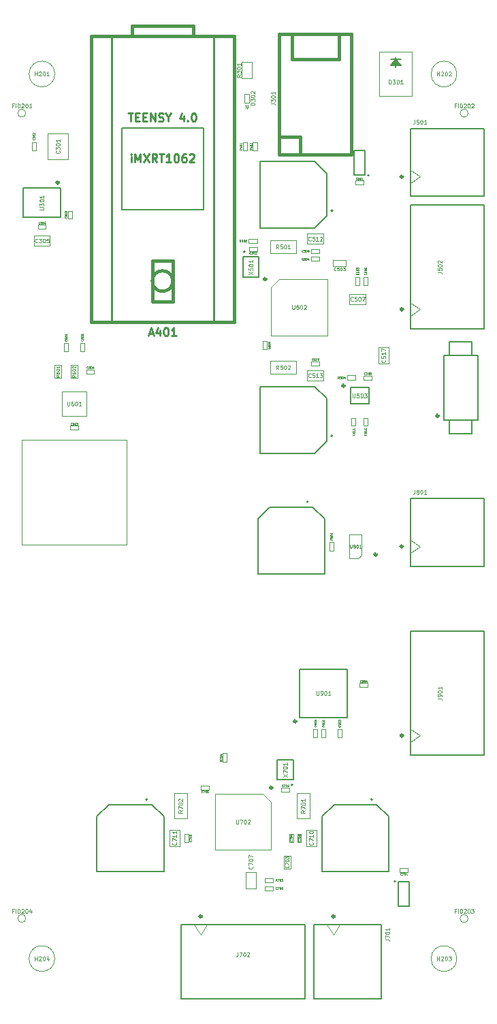
<source format=gbr>
G04 #@! TF.GenerationSoftware,KiCad,Pcbnew,7.0.11*
G04 #@! TF.CreationDate,2024-10-24T13:39:30-04:00*
G04 #@! TF.ProjectId,mouse-joystick-pcb,6d6f7573-652d-46a6-9f79-737469636b2d,1.0*
G04 #@! TF.SameCoordinates,Original*
G04 #@! TF.FileFunction,AssemblyDrawing,Top*
%FSLAX46Y46*%
G04 Gerber Fmt 4.6, Leading zero omitted, Abs format (unit mm)*
G04 Created by KiCad (PCBNEW 7.0.11) date 2024-10-24 13:39:30*
%MOMM*%
%LPD*%
G01*
G04 APERTURE LIST*
%ADD10C,0.125000*%
%ADD11C,0.062500*%
%ADD12C,0.060000*%
%ADD13C,0.254000*%
%ADD14C,0.065000*%
%ADD15C,0.100000*%
%ADD16C,0.120000*%
%ADD17C,0.200000*%
%ADD18C,0.300000*%
%ADD19C,0.381000*%
%ADD20C,0.279400*%
%ADD21C,0.177800*%
%ADD22C,0.127000*%
%ADD23C,0.025400*%
%ADD24C,0.152400*%
%ADD25C,0.150000*%
G04 APERTURE END LIST*
D10*
X111542857Y-123324809D02*
X111542857Y-123729571D01*
X111542857Y-123729571D02*
X111566667Y-123777190D01*
X111566667Y-123777190D02*
X111590476Y-123801000D01*
X111590476Y-123801000D02*
X111638095Y-123824809D01*
X111638095Y-123824809D02*
X111733333Y-123824809D01*
X111733333Y-123824809D02*
X111780952Y-123801000D01*
X111780952Y-123801000D02*
X111804762Y-123777190D01*
X111804762Y-123777190D02*
X111828571Y-123729571D01*
X111828571Y-123729571D02*
X111828571Y-123324809D01*
X112090477Y-123824809D02*
X112185715Y-123824809D01*
X112185715Y-123824809D02*
X112233334Y-123801000D01*
X112233334Y-123801000D02*
X112257143Y-123777190D01*
X112257143Y-123777190D02*
X112304762Y-123705761D01*
X112304762Y-123705761D02*
X112328572Y-123610523D01*
X112328572Y-123610523D02*
X112328572Y-123420047D01*
X112328572Y-123420047D02*
X112304762Y-123372428D01*
X112304762Y-123372428D02*
X112280953Y-123348619D01*
X112280953Y-123348619D02*
X112233334Y-123324809D01*
X112233334Y-123324809D02*
X112138096Y-123324809D01*
X112138096Y-123324809D02*
X112090477Y-123348619D01*
X112090477Y-123348619D02*
X112066667Y-123372428D01*
X112066667Y-123372428D02*
X112042858Y-123420047D01*
X112042858Y-123420047D02*
X112042858Y-123539095D01*
X112042858Y-123539095D02*
X112066667Y-123586714D01*
X112066667Y-123586714D02*
X112090477Y-123610523D01*
X112090477Y-123610523D02*
X112138096Y-123634333D01*
X112138096Y-123634333D02*
X112233334Y-123634333D01*
X112233334Y-123634333D02*
X112280953Y-123610523D01*
X112280953Y-123610523D02*
X112304762Y-123586714D01*
X112304762Y-123586714D02*
X112328572Y-123539095D01*
X112638095Y-123324809D02*
X112685714Y-123324809D01*
X112685714Y-123324809D02*
X112733333Y-123348619D01*
X112733333Y-123348619D02*
X112757143Y-123372428D01*
X112757143Y-123372428D02*
X112780952Y-123420047D01*
X112780952Y-123420047D02*
X112804762Y-123515285D01*
X112804762Y-123515285D02*
X112804762Y-123634333D01*
X112804762Y-123634333D02*
X112780952Y-123729571D01*
X112780952Y-123729571D02*
X112757143Y-123777190D01*
X112757143Y-123777190D02*
X112733333Y-123801000D01*
X112733333Y-123801000D02*
X112685714Y-123824809D01*
X112685714Y-123824809D02*
X112638095Y-123824809D01*
X112638095Y-123824809D02*
X112590476Y-123801000D01*
X112590476Y-123801000D02*
X112566667Y-123777190D01*
X112566667Y-123777190D02*
X112542857Y-123729571D01*
X112542857Y-123729571D02*
X112519048Y-123634333D01*
X112519048Y-123634333D02*
X112519048Y-123515285D01*
X112519048Y-123515285D02*
X112542857Y-123420047D01*
X112542857Y-123420047D02*
X112566667Y-123372428D01*
X112566667Y-123372428D02*
X112590476Y-123348619D01*
X112590476Y-123348619D02*
X112638095Y-123324809D01*
X113280952Y-123824809D02*
X112995238Y-123824809D01*
X113138095Y-123824809D02*
X113138095Y-123324809D01*
X113138095Y-123324809D02*
X113090476Y-123396238D01*
X113090476Y-123396238D02*
X113042857Y-123443857D01*
X113042857Y-123443857D02*
X112995238Y-123467666D01*
X126624809Y-71242856D02*
X126981952Y-71242856D01*
X126981952Y-71242856D02*
X127053380Y-71266665D01*
X127053380Y-71266665D02*
X127101000Y-71314284D01*
X127101000Y-71314284D02*
X127124809Y-71385713D01*
X127124809Y-71385713D02*
X127124809Y-71433332D01*
X126624809Y-70766666D02*
X126624809Y-71004761D01*
X126624809Y-71004761D02*
X126862904Y-71028570D01*
X126862904Y-71028570D02*
X126839095Y-71004761D01*
X126839095Y-71004761D02*
X126815285Y-70957142D01*
X126815285Y-70957142D02*
X126815285Y-70838094D01*
X126815285Y-70838094D02*
X126839095Y-70790475D01*
X126839095Y-70790475D02*
X126862904Y-70766666D01*
X126862904Y-70766666D02*
X126910523Y-70742856D01*
X126910523Y-70742856D02*
X127029571Y-70742856D01*
X127029571Y-70742856D02*
X127077190Y-70766666D01*
X127077190Y-70766666D02*
X127101000Y-70790475D01*
X127101000Y-70790475D02*
X127124809Y-70838094D01*
X127124809Y-70838094D02*
X127124809Y-70957142D01*
X127124809Y-70957142D02*
X127101000Y-71004761D01*
X127101000Y-71004761D02*
X127077190Y-71028570D01*
X126624809Y-70433333D02*
X126624809Y-70385714D01*
X126624809Y-70385714D02*
X126648619Y-70338095D01*
X126648619Y-70338095D02*
X126672428Y-70314285D01*
X126672428Y-70314285D02*
X126720047Y-70290476D01*
X126720047Y-70290476D02*
X126815285Y-70266666D01*
X126815285Y-70266666D02*
X126934333Y-70266666D01*
X126934333Y-70266666D02*
X127029571Y-70290476D01*
X127029571Y-70290476D02*
X127077190Y-70314285D01*
X127077190Y-70314285D02*
X127101000Y-70338095D01*
X127101000Y-70338095D02*
X127124809Y-70385714D01*
X127124809Y-70385714D02*
X127124809Y-70433333D01*
X127124809Y-70433333D02*
X127101000Y-70480952D01*
X127101000Y-70480952D02*
X127077190Y-70504761D01*
X127077190Y-70504761D02*
X127029571Y-70528571D01*
X127029571Y-70528571D02*
X126934333Y-70552380D01*
X126934333Y-70552380D02*
X126815285Y-70552380D01*
X126815285Y-70552380D02*
X126720047Y-70528571D01*
X126720047Y-70528571D02*
X126672428Y-70504761D01*
X126672428Y-70504761D02*
X126648619Y-70480952D01*
X126648619Y-70480952D02*
X126624809Y-70433333D01*
X126672428Y-70076190D02*
X126648619Y-70052381D01*
X126648619Y-70052381D02*
X126624809Y-70004762D01*
X126624809Y-70004762D02*
X126624809Y-69885714D01*
X126624809Y-69885714D02*
X126648619Y-69838095D01*
X126648619Y-69838095D02*
X126672428Y-69814286D01*
X126672428Y-69814286D02*
X126720047Y-69790476D01*
X126720047Y-69790476D02*
X126767666Y-69790476D01*
X126767666Y-69790476D02*
X126839095Y-69814286D01*
X126839095Y-69814286D02*
X127124809Y-70100000D01*
X127124809Y-70100000D02*
X127124809Y-69790476D01*
X103577190Y-145159523D02*
X103601000Y-145183332D01*
X103601000Y-145183332D02*
X103624809Y-145254761D01*
X103624809Y-145254761D02*
X103624809Y-145302380D01*
X103624809Y-145302380D02*
X103601000Y-145373808D01*
X103601000Y-145373808D02*
X103553380Y-145421427D01*
X103553380Y-145421427D02*
X103505761Y-145445237D01*
X103505761Y-145445237D02*
X103410523Y-145469046D01*
X103410523Y-145469046D02*
X103339095Y-145469046D01*
X103339095Y-145469046D02*
X103243857Y-145445237D01*
X103243857Y-145445237D02*
X103196238Y-145421427D01*
X103196238Y-145421427D02*
X103148619Y-145373808D01*
X103148619Y-145373808D02*
X103124809Y-145302380D01*
X103124809Y-145302380D02*
X103124809Y-145254761D01*
X103124809Y-145254761D02*
X103148619Y-145183332D01*
X103148619Y-145183332D02*
X103172428Y-145159523D01*
X103124809Y-144992856D02*
X103124809Y-144659523D01*
X103124809Y-144659523D02*
X103624809Y-144873808D01*
X103124809Y-144373809D02*
X103124809Y-144326190D01*
X103124809Y-144326190D02*
X103148619Y-144278571D01*
X103148619Y-144278571D02*
X103172428Y-144254761D01*
X103172428Y-144254761D02*
X103220047Y-144230952D01*
X103220047Y-144230952D02*
X103315285Y-144207142D01*
X103315285Y-144207142D02*
X103434333Y-144207142D01*
X103434333Y-144207142D02*
X103529571Y-144230952D01*
X103529571Y-144230952D02*
X103577190Y-144254761D01*
X103577190Y-144254761D02*
X103601000Y-144278571D01*
X103601000Y-144278571D02*
X103624809Y-144326190D01*
X103624809Y-144326190D02*
X103624809Y-144373809D01*
X103624809Y-144373809D02*
X103601000Y-144421428D01*
X103601000Y-144421428D02*
X103577190Y-144445237D01*
X103577190Y-144445237D02*
X103529571Y-144469047D01*
X103529571Y-144469047D02*
X103434333Y-144492856D01*
X103434333Y-144492856D02*
X103315285Y-144492856D01*
X103315285Y-144492856D02*
X103220047Y-144469047D01*
X103220047Y-144469047D02*
X103172428Y-144445237D01*
X103172428Y-144445237D02*
X103148619Y-144421428D01*
X103148619Y-144421428D02*
X103124809Y-144373809D01*
X103124809Y-144040476D02*
X103124809Y-143707143D01*
X103124809Y-143707143D02*
X103624809Y-143921428D01*
X102124809Y-46659523D02*
X101886714Y-46826189D01*
X102124809Y-46945237D02*
X101624809Y-46945237D01*
X101624809Y-46945237D02*
X101624809Y-46754761D01*
X101624809Y-46754761D02*
X101648619Y-46707142D01*
X101648619Y-46707142D02*
X101672428Y-46683332D01*
X101672428Y-46683332D02*
X101720047Y-46659523D01*
X101720047Y-46659523D02*
X101791476Y-46659523D01*
X101791476Y-46659523D02*
X101839095Y-46683332D01*
X101839095Y-46683332D02*
X101862904Y-46707142D01*
X101862904Y-46707142D02*
X101886714Y-46754761D01*
X101886714Y-46754761D02*
X101886714Y-46945237D01*
X101624809Y-46492856D02*
X101624809Y-46183332D01*
X101624809Y-46183332D02*
X101815285Y-46349999D01*
X101815285Y-46349999D02*
X101815285Y-46278570D01*
X101815285Y-46278570D02*
X101839095Y-46230951D01*
X101839095Y-46230951D02*
X101862904Y-46207142D01*
X101862904Y-46207142D02*
X101910523Y-46183332D01*
X101910523Y-46183332D02*
X102029571Y-46183332D01*
X102029571Y-46183332D02*
X102077190Y-46207142D01*
X102077190Y-46207142D02*
X102101000Y-46230951D01*
X102101000Y-46230951D02*
X102124809Y-46278570D01*
X102124809Y-46278570D02*
X102124809Y-46421427D01*
X102124809Y-46421427D02*
X102101000Y-46469046D01*
X102101000Y-46469046D02*
X102077190Y-46492856D01*
X101624809Y-45873809D02*
X101624809Y-45826190D01*
X101624809Y-45826190D02*
X101648619Y-45778571D01*
X101648619Y-45778571D02*
X101672428Y-45754761D01*
X101672428Y-45754761D02*
X101720047Y-45730952D01*
X101720047Y-45730952D02*
X101815285Y-45707142D01*
X101815285Y-45707142D02*
X101934333Y-45707142D01*
X101934333Y-45707142D02*
X102029571Y-45730952D01*
X102029571Y-45730952D02*
X102077190Y-45754761D01*
X102077190Y-45754761D02*
X102101000Y-45778571D01*
X102101000Y-45778571D02*
X102124809Y-45826190D01*
X102124809Y-45826190D02*
X102124809Y-45873809D01*
X102124809Y-45873809D02*
X102101000Y-45921428D01*
X102101000Y-45921428D02*
X102077190Y-45945237D01*
X102077190Y-45945237D02*
X102029571Y-45969047D01*
X102029571Y-45969047D02*
X101934333Y-45992856D01*
X101934333Y-45992856D02*
X101815285Y-45992856D01*
X101815285Y-45992856D02*
X101720047Y-45969047D01*
X101720047Y-45969047D02*
X101672428Y-45945237D01*
X101672428Y-45945237D02*
X101648619Y-45921428D01*
X101648619Y-45921428D02*
X101624809Y-45873809D01*
X102124809Y-45230952D02*
X102124809Y-45516666D01*
X102124809Y-45373809D02*
X101624809Y-45373809D01*
X101624809Y-45373809D02*
X101696238Y-45421428D01*
X101696238Y-45421428D02*
X101743857Y-45469047D01*
X101743857Y-45469047D02*
X101767666Y-45516666D01*
X101542857Y-139324809D02*
X101542857Y-139729571D01*
X101542857Y-139729571D02*
X101566667Y-139777190D01*
X101566667Y-139777190D02*
X101590476Y-139801000D01*
X101590476Y-139801000D02*
X101638095Y-139824809D01*
X101638095Y-139824809D02*
X101733333Y-139824809D01*
X101733333Y-139824809D02*
X101780952Y-139801000D01*
X101780952Y-139801000D02*
X101804762Y-139777190D01*
X101804762Y-139777190D02*
X101828571Y-139729571D01*
X101828571Y-139729571D02*
X101828571Y-139324809D01*
X102019048Y-139324809D02*
X102352381Y-139324809D01*
X102352381Y-139324809D02*
X102138096Y-139824809D01*
X102638095Y-139324809D02*
X102685714Y-139324809D01*
X102685714Y-139324809D02*
X102733333Y-139348619D01*
X102733333Y-139348619D02*
X102757143Y-139372428D01*
X102757143Y-139372428D02*
X102780952Y-139420047D01*
X102780952Y-139420047D02*
X102804762Y-139515285D01*
X102804762Y-139515285D02*
X102804762Y-139634333D01*
X102804762Y-139634333D02*
X102780952Y-139729571D01*
X102780952Y-139729571D02*
X102757143Y-139777190D01*
X102757143Y-139777190D02*
X102733333Y-139801000D01*
X102733333Y-139801000D02*
X102685714Y-139824809D01*
X102685714Y-139824809D02*
X102638095Y-139824809D01*
X102638095Y-139824809D02*
X102590476Y-139801000D01*
X102590476Y-139801000D02*
X102566667Y-139777190D01*
X102566667Y-139777190D02*
X102542857Y-139729571D01*
X102542857Y-139729571D02*
X102519048Y-139634333D01*
X102519048Y-139634333D02*
X102519048Y-139515285D01*
X102519048Y-139515285D02*
X102542857Y-139420047D01*
X102542857Y-139420047D02*
X102566667Y-139372428D01*
X102566667Y-139372428D02*
X102590476Y-139348619D01*
X102590476Y-139348619D02*
X102638095Y-139324809D01*
X102995238Y-139372428D02*
X103019047Y-139348619D01*
X103019047Y-139348619D02*
X103066666Y-139324809D01*
X103066666Y-139324809D02*
X103185714Y-139324809D01*
X103185714Y-139324809D02*
X103233333Y-139348619D01*
X103233333Y-139348619D02*
X103257142Y-139372428D01*
X103257142Y-139372428D02*
X103280952Y-139420047D01*
X103280952Y-139420047D02*
X103280952Y-139467666D01*
X103280952Y-139467666D02*
X103257142Y-139539095D01*
X103257142Y-139539095D02*
X102971428Y-139824809D01*
X102971428Y-139824809D02*
X103280952Y-139824809D01*
X105874809Y-50242856D02*
X106231952Y-50242856D01*
X106231952Y-50242856D02*
X106303380Y-50266665D01*
X106303380Y-50266665D02*
X106351000Y-50314284D01*
X106351000Y-50314284D02*
X106374809Y-50385713D01*
X106374809Y-50385713D02*
X106374809Y-50433332D01*
X105874809Y-50052380D02*
X105874809Y-49742856D01*
X105874809Y-49742856D02*
X106065285Y-49909523D01*
X106065285Y-49909523D02*
X106065285Y-49838094D01*
X106065285Y-49838094D02*
X106089095Y-49790475D01*
X106089095Y-49790475D02*
X106112904Y-49766666D01*
X106112904Y-49766666D02*
X106160523Y-49742856D01*
X106160523Y-49742856D02*
X106279571Y-49742856D01*
X106279571Y-49742856D02*
X106327190Y-49766666D01*
X106327190Y-49766666D02*
X106351000Y-49790475D01*
X106351000Y-49790475D02*
X106374809Y-49838094D01*
X106374809Y-49838094D02*
X106374809Y-49980951D01*
X106374809Y-49980951D02*
X106351000Y-50028570D01*
X106351000Y-50028570D02*
X106327190Y-50052380D01*
X105874809Y-49433333D02*
X105874809Y-49385714D01*
X105874809Y-49385714D02*
X105898619Y-49338095D01*
X105898619Y-49338095D02*
X105922428Y-49314285D01*
X105922428Y-49314285D02*
X105970047Y-49290476D01*
X105970047Y-49290476D02*
X106065285Y-49266666D01*
X106065285Y-49266666D02*
X106184333Y-49266666D01*
X106184333Y-49266666D02*
X106279571Y-49290476D01*
X106279571Y-49290476D02*
X106327190Y-49314285D01*
X106327190Y-49314285D02*
X106351000Y-49338095D01*
X106351000Y-49338095D02*
X106374809Y-49385714D01*
X106374809Y-49385714D02*
X106374809Y-49433333D01*
X106374809Y-49433333D02*
X106351000Y-49480952D01*
X106351000Y-49480952D02*
X106327190Y-49504761D01*
X106327190Y-49504761D02*
X106279571Y-49528571D01*
X106279571Y-49528571D02*
X106184333Y-49552380D01*
X106184333Y-49552380D02*
X106065285Y-49552380D01*
X106065285Y-49552380D02*
X105970047Y-49528571D01*
X105970047Y-49528571D02*
X105922428Y-49504761D01*
X105922428Y-49504761D02*
X105898619Y-49480952D01*
X105898619Y-49480952D02*
X105874809Y-49433333D01*
X106374809Y-48790476D02*
X106374809Y-49076190D01*
X106374809Y-48933333D02*
X105874809Y-48933333D01*
X105874809Y-48933333D02*
X105946238Y-48980952D01*
X105946238Y-48980952D02*
X105993857Y-49028571D01*
X105993857Y-49028571D02*
X106017666Y-49076190D01*
X123757143Y-98324809D02*
X123757143Y-98681952D01*
X123757143Y-98681952D02*
X123733334Y-98753380D01*
X123733334Y-98753380D02*
X123685715Y-98801000D01*
X123685715Y-98801000D02*
X123614286Y-98824809D01*
X123614286Y-98824809D02*
X123566667Y-98824809D01*
X124066667Y-98539095D02*
X124019048Y-98515285D01*
X124019048Y-98515285D02*
X123995238Y-98491476D01*
X123995238Y-98491476D02*
X123971429Y-98443857D01*
X123971429Y-98443857D02*
X123971429Y-98420047D01*
X123971429Y-98420047D02*
X123995238Y-98372428D01*
X123995238Y-98372428D02*
X124019048Y-98348619D01*
X124019048Y-98348619D02*
X124066667Y-98324809D01*
X124066667Y-98324809D02*
X124161905Y-98324809D01*
X124161905Y-98324809D02*
X124209524Y-98348619D01*
X124209524Y-98348619D02*
X124233333Y-98372428D01*
X124233333Y-98372428D02*
X124257143Y-98420047D01*
X124257143Y-98420047D02*
X124257143Y-98443857D01*
X124257143Y-98443857D02*
X124233333Y-98491476D01*
X124233333Y-98491476D02*
X124209524Y-98515285D01*
X124209524Y-98515285D02*
X124161905Y-98539095D01*
X124161905Y-98539095D02*
X124066667Y-98539095D01*
X124066667Y-98539095D02*
X124019048Y-98562904D01*
X124019048Y-98562904D02*
X123995238Y-98586714D01*
X123995238Y-98586714D02*
X123971429Y-98634333D01*
X123971429Y-98634333D02*
X123971429Y-98729571D01*
X123971429Y-98729571D02*
X123995238Y-98777190D01*
X123995238Y-98777190D02*
X124019048Y-98801000D01*
X124019048Y-98801000D02*
X124066667Y-98824809D01*
X124066667Y-98824809D02*
X124161905Y-98824809D01*
X124161905Y-98824809D02*
X124209524Y-98801000D01*
X124209524Y-98801000D02*
X124233333Y-98777190D01*
X124233333Y-98777190D02*
X124257143Y-98729571D01*
X124257143Y-98729571D02*
X124257143Y-98634333D01*
X124257143Y-98634333D02*
X124233333Y-98586714D01*
X124233333Y-98586714D02*
X124209524Y-98562904D01*
X124209524Y-98562904D02*
X124161905Y-98539095D01*
X124566666Y-98324809D02*
X124614285Y-98324809D01*
X124614285Y-98324809D02*
X124661904Y-98348619D01*
X124661904Y-98348619D02*
X124685714Y-98372428D01*
X124685714Y-98372428D02*
X124709523Y-98420047D01*
X124709523Y-98420047D02*
X124733333Y-98515285D01*
X124733333Y-98515285D02*
X124733333Y-98634333D01*
X124733333Y-98634333D02*
X124709523Y-98729571D01*
X124709523Y-98729571D02*
X124685714Y-98777190D01*
X124685714Y-98777190D02*
X124661904Y-98801000D01*
X124661904Y-98801000D02*
X124614285Y-98824809D01*
X124614285Y-98824809D02*
X124566666Y-98824809D01*
X124566666Y-98824809D02*
X124519047Y-98801000D01*
X124519047Y-98801000D02*
X124495238Y-98777190D01*
X124495238Y-98777190D02*
X124471428Y-98729571D01*
X124471428Y-98729571D02*
X124447619Y-98634333D01*
X124447619Y-98634333D02*
X124447619Y-98515285D01*
X124447619Y-98515285D02*
X124471428Y-98420047D01*
X124471428Y-98420047D02*
X124495238Y-98372428D01*
X124495238Y-98372428D02*
X124519047Y-98348619D01*
X124519047Y-98348619D02*
X124566666Y-98324809D01*
X125209523Y-98824809D02*
X124923809Y-98824809D01*
X125066666Y-98824809D02*
X125066666Y-98324809D01*
X125066666Y-98324809D02*
X125019047Y-98396238D01*
X125019047Y-98396238D02*
X124971428Y-98443857D01*
X124971428Y-98443857D02*
X124923809Y-98467666D01*
D11*
X112488595Y-127629761D02*
X112500500Y-127641665D01*
X112500500Y-127641665D02*
X112512404Y-127677380D01*
X112512404Y-127677380D02*
X112512404Y-127701189D01*
X112512404Y-127701189D02*
X112500500Y-127736903D01*
X112500500Y-127736903D02*
X112476690Y-127760713D01*
X112476690Y-127760713D02*
X112452880Y-127772618D01*
X112452880Y-127772618D02*
X112405261Y-127784522D01*
X112405261Y-127784522D02*
X112369547Y-127784522D01*
X112369547Y-127784522D02*
X112321928Y-127772618D01*
X112321928Y-127772618D02*
X112298119Y-127760713D01*
X112298119Y-127760713D02*
X112274309Y-127736903D01*
X112274309Y-127736903D02*
X112262404Y-127701189D01*
X112262404Y-127701189D02*
X112262404Y-127677380D01*
X112262404Y-127677380D02*
X112274309Y-127641665D01*
X112274309Y-127641665D02*
X112286214Y-127629761D01*
X112512404Y-127510713D02*
X112512404Y-127463094D01*
X112512404Y-127463094D02*
X112500500Y-127439284D01*
X112500500Y-127439284D02*
X112488595Y-127427380D01*
X112488595Y-127427380D02*
X112452880Y-127403570D01*
X112452880Y-127403570D02*
X112405261Y-127391665D01*
X112405261Y-127391665D02*
X112310023Y-127391665D01*
X112310023Y-127391665D02*
X112286214Y-127403570D01*
X112286214Y-127403570D02*
X112274309Y-127415475D01*
X112274309Y-127415475D02*
X112262404Y-127439284D01*
X112262404Y-127439284D02*
X112262404Y-127486903D01*
X112262404Y-127486903D02*
X112274309Y-127510713D01*
X112274309Y-127510713D02*
X112286214Y-127522618D01*
X112286214Y-127522618D02*
X112310023Y-127534522D01*
X112310023Y-127534522D02*
X112369547Y-127534522D01*
X112369547Y-127534522D02*
X112393357Y-127522618D01*
X112393357Y-127522618D02*
X112405261Y-127510713D01*
X112405261Y-127510713D02*
X112417166Y-127486903D01*
X112417166Y-127486903D02*
X112417166Y-127439284D01*
X112417166Y-127439284D02*
X112405261Y-127415475D01*
X112405261Y-127415475D02*
X112393357Y-127403570D01*
X112393357Y-127403570D02*
X112369547Y-127391665D01*
X112262404Y-127236904D02*
X112262404Y-127213094D01*
X112262404Y-127213094D02*
X112274309Y-127189285D01*
X112274309Y-127189285D02*
X112286214Y-127177380D01*
X112286214Y-127177380D02*
X112310023Y-127165475D01*
X112310023Y-127165475D02*
X112357642Y-127153570D01*
X112357642Y-127153570D02*
X112417166Y-127153570D01*
X112417166Y-127153570D02*
X112464785Y-127165475D01*
X112464785Y-127165475D02*
X112488595Y-127177380D01*
X112488595Y-127177380D02*
X112500500Y-127189285D01*
X112500500Y-127189285D02*
X112512404Y-127213094D01*
X112512404Y-127213094D02*
X112512404Y-127236904D01*
X112512404Y-127236904D02*
X112500500Y-127260713D01*
X112500500Y-127260713D02*
X112488595Y-127272618D01*
X112488595Y-127272618D02*
X112464785Y-127284523D01*
X112464785Y-127284523D02*
X112417166Y-127296427D01*
X112417166Y-127296427D02*
X112357642Y-127296427D01*
X112357642Y-127296427D02*
X112310023Y-127284523D01*
X112310023Y-127284523D02*
X112286214Y-127272618D01*
X112286214Y-127272618D02*
X112274309Y-127260713D01*
X112274309Y-127260713D02*
X112262404Y-127236904D01*
X112512404Y-126915475D02*
X112512404Y-127058332D01*
X112512404Y-126986904D02*
X112262404Y-126986904D01*
X112262404Y-126986904D02*
X112298119Y-127010713D01*
X112298119Y-127010713D02*
X112321928Y-127034523D01*
X112321928Y-127034523D02*
X112333833Y-127058332D01*
D12*
X115731428Y-105137301D02*
X115731428Y-105453015D01*
X115731428Y-105453015D02*
X115749999Y-105490158D01*
X115749999Y-105490158D02*
X115768571Y-105508730D01*
X115768571Y-105508730D02*
X115805713Y-105527301D01*
X115805713Y-105527301D02*
X115879999Y-105527301D01*
X115879999Y-105527301D02*
X115917142Y-105508730D01*
X115917142Y-105508730D02*
X115935713Y-105490158D01*
X115935713Y-105490158D02*
X115954285Y-105453015D01*
X115954285Y-105453015D02*
X115954285Y-105137301D01*
X116195713Y-105304444D02*
X116158570Y-105285872D01*
X116158570Y-105285872D02*
X116139999Y-105267301D01*
X116139999Y-105267301D02*
X116121427Y-105230158D01*
X116121427Y-105230158D02*
X116121427Y-105211587D01*
X116121427Y-105211587D02*
X116139999Y-105174444D01*
X116139999Y-105174444D02*
X116158570Y-105155872D01*
X116158570Y-105155872D02*
X116195713Y-105137301D01*
X116195713Y-105137301D02*
X116269999Y-105137301D01*
X116269999Y-105137301D02*
X116307142Y-105155872D01*
X116307142Y-105155872D02*
X116325713Y-105174444D01*
X116325713Y-105174444D02*
X116344284Y-105211587D01*
X116344284Y-105211587D02*
X116344284Y-105230158D01*
X116344284Y-105230158D02*
X116325713Y-105267301D01*
X116325713Y-105267301D02*
X116307142Y-105285872D01*
X116307142Y-105285872D02*
X116269999Y-105304444D01*
X116269999Y-105304444D02*
X116195713Y-105304444D01*
X116195713Y-105304444D02*
X116158570Y-105323015D01*
X116158570Y-105323015D02*
X116139999Y-105341587D01*
X116139999Y-105341587D02*
X116121427Y-105378730D01*
X116121427Y-105378730D02*
X116121427Y-105453015D01*
X116121427Y-105453015D02*
X116139999Y-105490158D01*
X116139999Y-105490158D02*
X116158570Y-105508730D01*
X116158570Y-105508730D02*
X116195713Y-105527301D01*
X116195713Y-105527301D02*
X116269999Y-105527301D01*
X116269999Y-105527301D02*
X116307142Y-105508730D01*
X116307142Y-105508730D02*
X116325713Y-105490158D01*
X116325713Y-105490158D02*
X116344284Y-105453015D01*
X116344284Y-105453015D02*
X116344284Y-105378730D01*
X116344284Y-105378730D02*
X116325713Y-105341587D01*
X116325713Y-105341587D02*
X116307142Y-105323015D01*
X116307142Y-105323015D02*
X116269999Y-105304444D01*
X116585713Y-105137301D02*
X116622856Y-105137301D01*
X116622856Y-105137301D02*
X116659999Y-105155872D01*
X116659999Y-105155872D02*
X116678571Y-105174444D01*
X116678571Y-105174444D02*
X116697142Y-105211587D01*
X116697142Y-105211587D02*
X116715713Y-105285872D01*
X116715713Y-105285872D02*
X116715713Y-105378730D01*
X116715713Y-105378730D02*
X116697142Y-105453015D01*
X116697142Y-105453015D02*
X116678571Y-105490158D01*
X116678571Y-105490158D02*
X116659999Y-105508730D01*
X116659999Y-105508730D02*
X116622856Y-105527301D01*
X116622856Y-105527301D02*
X116585713Y-105527301D01*
X116585713Y-105527301D02*
X116548571Y-105508730D01*
X116548571Y-105508730D02*
X116529999Y-105490158D01*
X116529999Y-105490158D02*
X116511428Y-105453015D01*
X116511428Y-105453015D02*
X116492856Y-105378730D01*
X116492856Y-105378730D02*
X116492856Y-105285872D01*
X116492856Y-105285872D02*
X116511428Y-105211587D01*
X116511428Y-105211587D02*
X116529999Y-105174444D01*
X116529999Y-105174444D02*
X116548571Y-105155872D01*
X116548571Y-105155872D02*
X116585713Y-105137301D01*
X117087142Y-105527301D02*
X116864285Y-105527301D01*
X116975714Y-105527301D02*
X116975714Y-105137301D01*
X116975714Y-105137301D02*
X116938571Y-105193015D01*
X116938571Y-105193015D02*
X116901428Y-105230158D01*
X116901428Y-105230158D02*
X116864285Y-105248730D01*
D13*
X88505333Y-57556812D02*
X88505333Y-56879479D01*
X88505333Y-56540812D02*
X88456952Y-56589193D01*
X88456952Y-56589193D02*
X88505333Y-56637574D01*
X88505333Y-56637574D02*
X88553714Y-56589193D01*
X88553714Y-56589193D02*
X88505333Y-56540812D01*
X88505333Y-56540812D02*
X88505333Y-56637574D01*
X88989143Y-57556812D02*
X88989143Y-56540812D01*
X88989143Y-56540812D02*
X89327810Y-57266527D01*
X89327810Y-57266527D02*
X89666477Y-56540812D01*
X89666477Y-56540812D02*
X89666477Y-57556812D01*
X90053524Y-56540812D02*
X90730858Y-57556812D01*
X90730858Y-56540812D02*
X90053524Y-57556812D01*
X91698477Y-57556812D02*
X91359810Y-57073003D01*
X91117905Y-57556812D02*
X91117905Y-56540812D01*
X91117905Y-56540812D02*
X91504953Y-56540812D01*
X91504953Y-56540812D02*
X91601715Y-56589193D01*
X91601715Y-56589193D02*
X91650096Y-56637574D01*
X91650096Y-56637574D02*
X91698477Y-56734336D01*
X91698477Y-56734336D02*
X91698477Y-56879479D01*
X91698477Y-56879479D02*
X91650096Y-56976241D01*
X91650096Y-56976241D02*
X91601715Y-57024622D01*
X91601715Y-57024622D02*
X91504953Y-57073003D01*
X91504953Y-57073003D02*
X91117905Y-57073003D01*
X91988762Y-56540812D02*
X92569334Y-56540812D01*
X92279048Y-57556812D02*
X92279048Y-56540812D01*
X93440191Y-57556812D02*
X92859619Y-57556812D01*
X93149905Y-57556812D02*
X93149905Y-56540812D01*
X93149905Y-56540812D02*
X93053143Y-56685955D01*
X93053143Y-56685955D02*
X92956381Y-56782717D01*
X92956381Y-56782717D02*
X92859619Y-56831098D01*
X94069143Y-56540812D02*
X94165905Y-56540812D01*
X94165905Y-56540812D02*
X94262667Y-56589193D01*
X94262667Y-56589193D02*
X94311048Y-56637574D01*
X94311048Y-56637574D02*
X94359429Y-56734336D01*
X94359429Y-56734336D02*
X94407810Y-56927860D01*
X94407810Y-56927860D02*
X94407810Y-57169765D01*
X94407810Y-57169765D02*
X94359429Y-57363289D01*
X94359429Y-57363289D02*
X94311048Y-57460051D01*
X94311048Y-57460051D02*
X94262667Y-57508432D01*
X94262667Y-57508432D02*
X94165905Y-57556812D01*
X94165905Y-57556812D02*
X94069143Y-57556812D01*
X94069143Y-57556812D02*
X93972381Y-57508432D01*
X93972381Y-57508432D02*
X93924000Y-57460051D01*
X93924000Y-57460051D02*
X93875619Y-57363289D01*
X93875619Y-57363289D02*
X93827238Y-57169765D01*
X93827238Y-57169765D02*
X93827238Y-56927860D01*
X93827238Y-56927860D02*
X93875619Y-56734336D01*
X93875619Y-56734336D02*
X93924000Y-56637574D01*
X93924000Y-56637574D02*
X93972381Y-56589193D01*
X93972381Y-56589193D02*
X94069143Y-56540812D01*
X95278667Y-56540812D02*
X95085143Y-56540812D01*
X95085143Y-56540812D02*
X94988381Y-56589193D01*
X94988381Y-56589193D02*
X94940000Y-56637574D01*
X94940000Y-56637574D02*
X94843238Y-56782717D01*
X94843238Y-56782717D02*
X94794857Y-56976241D01*
X94794857Y-56976241D02*
X94794857Y-57363289D01*
X94794857Y-57363289D02*
X94843238Y-57460051D01*
X94843238Y-57460051D02*
X94891619Y-57508432D01*
X94891619Y-57508432D02*
X94988381Y-57556812D01*
X94988381Y-57556812D02*
X95181905Y-57556812D01*
X95181905Y-57556812D02*
X95278667Y-57508432D01*
X95278667Y-57508432D02*
X95327048Y-57460051D01*
X95327048Y-57460051D02*
X95375429Y-57363289D01*
X95375429Y-57363289D02*
X95375429Y-57121384D01*
X95375429Y-57121384D02*
X95327048Y-57024622D01*
X95327048Y-57024622D02*
X95278667Y-56976241D01*
X95278667Y-56976241D02*
X95181905Y-56927860D01*
X95181905Y-56927860D02*
X94988381Y-56927860D01*
X94988381Y-56927860D02*
X94891619Y-56976241D01*
X94891619Y-56976241D02*
X94843238Y-57024622D01*
X94843238Y-57024622D02*
X94794857Y-57121384D01*
X95762476Y-56637574D02*
X95810857Y-56589193D01*
X95810857Y-56589193D02*
X95907619Y-56540812D01*
X95907619Y-56540812D02*
X96149524Y-56540812D01*
X96149524Y-56540812D02*
X96246286Y-56589193D01*
X96246286Y-56589193D02*
X96294667Y-56637574D01*
X96294667Y-56637574D02*
X96343048Y-56734336D01*
X96343048Y-56734336D02*
X96343048Y-56831098D01*
X96343048Y-56831098D02*
X96294667Y-56976241D01*
X96294667Y-56976241D02*
X95714095Y-57556812D01*
X95714095Y-57556812D02*
X96343048Y-57556812D01*
X90706666Y-78856527D02*
X91190476Y-78856527D01*
X90609904Y-79146812D02*
X90948571Y-78130812D01*
X90948571Y-78130812D02*
X91287238Y-79146812D01*
X92061333Y-78469479D02*
X92061333Y-79146812D01*
X91819428Y-78082432D02*
X91577523Y-78808146D01*
X91577523Y-78808146D02*
X92206476Y-78808146D01*
X92787047Y-78130812D02*
X92883809Y-78130812D01*
X92883809Y-78130812D02*
X92980571Y-78179193D01*
X92980571Y-78179193D02*
X93028952Y-78227574D01*
X93028952Y-78227574D02*
X93077333Y-78324336D01*
X93077333Y-78324336D02*
X93125714Y-78517860D01*
X93125714Y-78517860D02*
X93125714Y-78759765D01*
X93125714Y-78759765D02*
X93077333Y-78953289D01*
X93077333Y-78953289D02*
X93028952Y-79050051D01*
X93028952Y-79050051D02*
X92980571Y-79098432D01*
X92980571Y-79098432D02*
X92883809Y-79146812D01*
X92883809Y-79146812D02*
X92787047Y-79146812D01*
X92787047Y-79146812D02*
X92690285Y-79098432D01*
X92690285Y-79098432D02*
X92641904Y-79050051D01*
X92641904Y-79050051D02*
X92593523Y-78953289D01*
X92593523Y-78953289D02*
X92545142Y-78759765D01*
X92545142Y-78759765D02*
X92545142Y-78517860D01*
X92545142Y-78517860D02*
X92593523Y-78324336D01*
X92593523Y-78324336D02*
X92641904Y-78227574D01*
X92641904Y-78227574D02*
X92690285Y-78179193D01*
X92690285Y-78179193D02*
X92787047Y-78130812D01*
X94093333Y-79146812D02*
X93512761Y-79146812D01*
X93803047Y-79146812D02*
X93803047Y-78130812D01*
X93803047Y-78130812D02*
X93706285Y-78275955D01*
X93706285Y-78275955D02*
X93609523Y-78372717D01*
X93609523Y-78372717D02*
X93512761Y-78421098D01*
X88142476Y-51460812D02*
X88723048Y-51460812D01*
X88432762Y-52476812D02*
X88432762Y-51460812D01*
X89061714Y-51944622D02*
X89400381Y-51944622D01*
X89545524Y-52476812D02*
X89061714Y-52476812D01*
X89061714Y-52476812D02*
X89061714Y-51460812D01*
X89061714Y-51460812D02*
X89545524Y-51460812D01*
X89980952Y-51944622D02*
X90319619Y-51944622D01*
X90464762Y-52476812D02*
X89980952Y-52476812D01*
X89980952Y-52476812D02*
X89980952Y-51460812D01*
X89980952Y-51460812D02*
X90464762Y-51460812D01*
X90900190Y-52476812D02*
X90900190Y-51460812D01*
X90900190Y-51460812D02*
X91480762Y-52476812D01*
X91480762Y-52476812D02*
X91480762Y-51460812D01*
X91916190Y-52428432D02*
X92061333Y-52476812D01*
X92061333Y-52476812D02*
X92303238Y-52476812D01*
X92303238Y-52476812D02*
X92400000Y-52428432D01*
X92400000Y-52428432D02*
X92448381Y-52380051D01*
X92448381Y-52380051D02*
X92496762Y-52283289D01*
X92496762Y-52283289D02*
X92496762Y-52186527D01*
X92496762Y-52186527D02*
X92448381Y-52089765D01*
X92448381Y-52089765D02*
X92400000Y-52041384D01*
X92400000Y-52041384D02*
X92303238Y-51993003D01*
X92303238Y-51993003D02*
X92109714Y-51944622D01*
X92109714Y-51944622D02*
X92012952Y-51896241D01*
X92012952Y-51896241D02*
X91964571Y-51847860D01*
X91964571Y-51847860D02*
X91916190Y-51751098D01*
X91916190Y-51751098D02*
X91916190Y-51654336D01*
X91916190Y-51654336D02*
X91964571Y-51557574D01*
X91964571Y-51557574D02*
X92012952Y-51509193D01*
X92012952Y-51509193D02*
X92109714Y-51460812D01*
X92109714Y-51460812D02*
X92351619Y-51460812D01*
X92351619Y-51460812D02*
X92496762Y-51509193D01*
X93125714Y-51993003D02*
X93125714Y-52476812D01*
X92787047Y-51460812D02*
X93125714Y-51993003D01*
X93125714Y-51993003D02*
X93464381Y-51460812D01*
X95012571Y-51799479D02*
X95012571Y-52476812D01*
X94770666Y-51412432D02*
X94528761Y-52138146D01*
X94528761Y-52138146D02*
X95157714Y-52138146D01*
X95544761Y-52380051D02*
X95593142Y-52428432D01*
X95593142Y-52428432D02*
X95544761Y-52476812D01*
X95544761Y-52476812D02*
X95496380Y-52428432D01*
X95496380Y-52428432D02*
X95544761Y-52380051D01*
X95544761Y-52380051D02*
X95544761Y-52476812D01*
X96222095Y-51460812D02*
X96318857Y-51460812D01*
X96318857Y-51460812D02*
X96415619Y-51509193D01*
X96415619Y-51509193D02*
X96464000Y-51557574D01*
X96464000Y-51557574D02*
X96512381Y-51654336D01*
X96512381Y-51654336D02*
X96560762Y-51847860D01*
X96560762Y-51847860D02*
X96560762Y-52089765D01*
X96560762Y-52089765D02*
X96512381Y-52283289D01*
X96512381Y-52283289D02*
X96464000Y-52380051D01*
X96464000Y-52380051D02*
X96415619Y-52428432D01*
X96415619Y-52428432D02*
X96318857Y-52476812D01*
X96318857Y-52476812D02*
X96222095Y-52476812D01*
X96222095Y-52476812D02*
X96125333Y-52428432D01*
X96125333Y-52428432D02*
X96076952Y-52380051D01*
X96076952Y-52380051D02*
X96028571Y-52283289D01*
X96028571Y-52283289D02*
X95980190Y-52089765D01*
X95980190Y-52089765D02*
X95980190Y-51847860D01*
X95980190Y-51847860D02*
X96028571Y-51654336D01*
X96028571Y-51654336D02*
X96076952Y-51557574D01*
X96076952Y-51557574D02*
X96125333Y-51509193D01*
X96125333Y-51509193D02*
X96222095Y-51460812D01*
D11*
X109488595Y-141879761D02*
X109500500Y-141891665D01*
X109500500Y-141891665D02*
X109512404Y-141927380D01*
X109512404Y-141927380D02*
X109512404Y-141951189D01*
X109512404Y-141951189D02*
X109500500Y-141986903D01*
X109500500Y-141986903D02*
X109476690Y-142010713D01*
X109476690Y-142010713D02*
X109452880Y-142022618D01*
X109452880Y-142022618D02*
X109405261Y-142034522D01*
X109405261Y-142034522D02*
X109369547Y-142034522D01*
X109369547Y-142034522D02*
X109321928Y-142022618D01*
X109321928Y-142022618D02*
X109298119Y-142010713D01*
X109298119Y-142010713D02*
X109274309Y-141986903D01*
X109274309Y-141986903D02*
X109262404Y-141951189D01*
X109262404Y-141951189D02*
X109262404Y-141927380D01*
X109262404Y-141927380D02*
X109274309Y-141891665D01*
X109274309Y-141891665D02*
X109286214Y-141879761D01*
X109262404Y-141796427D02*
X109262404Y-141629761D01*
X109262404Y-141629761D02*
X109512404Y-141736903D01*
X109262404Y-141486904D02*
X109262404Y-141463094D01*
X109262404Y-141463094D02*
X109274309Y-141439285D01*
X109274309Y-141439285D02*
X109286214Y-141427380D01*
X109286214Y-141427380D02*
X109310023Y-141415475D01*
X109310023Y-141415475D02*
X109357642Y-141403570D01*
X109357642Y-141403570D02*
X109417166Y-141403570D01*
X109417166Y-141403570D02*
X109464785Y-141415475D01*
X109464785Y-141415475D02*
X109488595Y-141427380D01*
X109488595Y-141427380D02*
X109500500Y-141439285D01*
X109500500Y-141439285D02*
X109512404Y-141463094D01*
X109512404Y-141463094D02*
X109512404Y-141486904D01*
X109512404Y-141486904D02*
X109500500Y-141510713D01*
X109500500Y-141510713D02*
X109488595Y-141522618D01*
X109488595Y-141522618D02*
X109464785Y-141534523D01*
X109464785Y-141534523D02*
X109417166Y-141546427D01*
X109417166Y-141546427D02*
X109357642Y-141546427D01*
X109357642Y-141546427D02*
X109310023Y-141534523D01*
X109310023Y-141534523D02*
X109286214Y-141522618D01*
X109286214Y-141522618D02*
X109274309Y-141510713D01*
X109274309Y-141510713D02*
X109262404Y-141486904D01*
X109369547Y-141260713D02*
X109357642Y-141284523D01*
X109357642Y-141284523D02*
X109345738Y-141296428D01*
X109345738Y-141296428D02*
X109321928Y-141308332D01*
X109321928Y-141308332D02*
X109310023Y-141308332D01*
X109310023Y-141308332D02*
X109286214Y-141296428D01*
X109286214Y-141296428D02*
X109274309Y-141284523D01*
X109274309Y-141284523D02*
X109262404Y-141260713D01*
X109262404Y-141260713D02*
X109262404Y-141213094D01*
X109262404Y-141213094D02*
X109274309Y-141189285D01*
X109274309Y-141189285D02*
X109286214Y-141177380D01*
X109286214Y-141177380D02*
X109310023Y-141165475D01*
X109310023Y-141165475D02*
X109321928Y-141165475D01*
X109321928Y-141165475D02*
X109345738Y-141177380D01*
X109345738Y-141177380D02*
X109357642Y-141189285D01*
X109357642Y-141189285D02*
X109369547Y-141213094D01*
X109369547Y-141213094D02*
X109369547Y-141260713D01*
X109369547Y-141260713D02*
X109381452Y-141284523D01*
X109381452Y-141284523D02*
X109393357Y-141296428D01*
X109393357Y-141296428D02*
X109417166Y-141308332D01*
X109417166Y-141308332D02*
X109464785Y-141308332D01*
X109464785Y-141308332D02*
X109488595Y-141296428D01*
X109488595Y-141296428D02*
X109500500Y-141284523D01*
X109500500Y-141284523D02*
X109512404Y-141260713D01*
X109512404Y-141260713D02*
X109512404Y-141213094D01*
X109512404Y-141213094D02*
X109500500Y-141189285D01*
X109500500Y-141189285D02*
X109488595Y-141177380D01*
X109488595Y-141177380D02*
X109464785Y-141165475D01*
X109464785Y-141165475D02*
X109417166Y-141165475D01*
X109417166Y-141165475D02*
X109393357Y-141177380D01*
X109393357Y-141177380D02*
X109381452Y-141189285D01*
X109381452Y-141189285D02*
X109369547Y-141213094D01*
X103370238Y-68938595D02*
X103358334Y-68950500D01*
X103358334Y-68950500D02*
X103322619Y-68962404D01*
X103322619Y-68962404D02*
X103298810Y-68962404D01*
X103298810Y-68962404D02*
X103263096Y-68950500D01*
X103263096Y-68950500D02*
X103239286Y-68926690D01*
X103239286Y-68926690D02*
X103227381Y-68902880D01*
X103227381Y-68902880D02*
X103215477Y-68855261D01*
X103215477Y-68855261D02*
X103215477Y-68819547D01*
X103215477Y-68819547D02*
X103227381Y-68771928D01*
X103227381Y-68771928D02*
X103239286Y-68748119D01*
X103239286Y-68748119D02*
X103263096Y-68724309D01*
X103263096Y-68724309D02*
X103298810Y-68712404D01*
X103298810Y-68712404D02*
X103322619Y-68712404D01*
X103322619Y-68712404D02*
X103358334Y-68724309D01*
X103358334Y-68724309D02*
X103370238Y-68736214D01*
X103596429Y-68712404D02*
X103477381Y-68712404D01*
X103477381Y-68712404D02*
X103465477Y-68831452D01*
X103465477Y-68831452D02*
X103477381Y-68819547D01*
X103477381Y-68819547D02*
X103501191Y-68807642D01*
X103501191Y-68807642D02*
X103560715Y-68807642D01*
X103560715Y-68807642D02*
X103584524Y-68819547D01*
X103584524Y-68819547D02*
X103596429Y-68831452D01*
X103596429Y-68831452D02*
X103608334Y-68855261D01*
X103608334Y-68855261D02*
X103608334Y-68914785D01*
X103608334Y-68914785D02*
X103596429Y-68938595D01*
X103596429Y-68938595D02*
X103584524Y-68950500D01*
X103584524Y-68950500D02*
X103560715Y-68962404D01*
X103560715Y-68962404D02*
X103501191Y-68962404D01*
X103501191Y-68962404D02*
X103477381Y-68950500D01*
X103477381Y-68950500D02*
X103465477Y-68938595D01*
X103763095Y-68712404D02*
X103786905Y-68712404D01*
X103786905Y-68712404D02*
X103810714Y-68724309D01*
X103810714Y-68724309D02*
X103822619Y-68736214D01*
X103822619Y-68736214D02*
X103834524Y-68760023D01*
X103834524Y-68760023D02*
X103846429Y-68807642D01*
X103846429Y-68807642D02*
X103846429Y-68867166D01*
X103846429Y-68867166D02*
X103834524Y-68914785D01*
X103834524Y-68914785D02*
X103822619Y-68938595D01*
X103822619Y-68938595D02*
X103810714Y-68950500D01*
X103810714Y-68950500D02*
X103786905Y-68962404D01*
X103786905Y-68962404D02*
X103763095Y-68962404D01*
X103763095Y-68962404D02*
X103739286Y-68950500D01*
X103739286Y-68950500D02*
X103727381Y-68938595D01*
X103727381Y-68938595D02*
X103715476Y-68914785D01*
X103715476Y-68914785D02*
X103703572Y-68867166D01*
X103703572Y-68867166D02*
X103703572Y-68807642D01*
X103703572Y-68807642D02*
X103715476Y-68760023D01*
X103715476Y-68760023D02*
X103727381Y-68736214D01*
X103727381Y-68736214D02*
X103739286Y-68724309D01*
X103739286Y-68724309D02*
X103763095Y-68712404D01*
X103941667Y-68736214D02*
X103953571Y-68724309D01*
X103953571Y-68724309D02*
X103977381Y-68712404D01*
X103977381Y-68712404D02*
X104036905Y-68712404D01*
X104036905Y-68712404D02*
X104060714Y-68724309D01*
X104060714Y-68724309D02*
X104072619Y-68736214D01*
X104072619Y-68736214D02*
X104084524Y-68760023D01*
X104084524Y-68760023D02*
X104084524Y-68783833D01*
X104084524Y-68783833D02*
X104072619Y-68819547D01*
X104072619Y-68819547D02*
X103929762Y-68962404D01*
X103929762Y-68962404D02*
X104084524Y-68962404D01*
D14*
X106609048Y-146966900D02*
X106522381Y-146843091D01*
X106460476Y-146966900D02*
X106460476Y-146706900D01*
X106460476Y-146706900D02*
X106559524Y-146706900D01*
X106559524Y-146706900D02*
X106584286Y-146719281D01*
X106584286Y-146719281D02*
X106596667Y-146731662D01*
X106596667Y-146731662D02*
X106609048Y-146756424D01*
X106609048Y-146756424D02*
X106609048Y-146793567D01*
X106609048Y-146793567D02*
X106596667Y-146818329D01*
X106596667Y-146818329D02*
X106584286Y-146830710D01*
X106584286Y-146830710D02*
X106559524Y-146843091D01*
X106559524Y-146843091D02*
X106460476Y-146843091D01*
X106695714Y-146706900D02*
X106869048Y-146706900D01*
X106869048Y-146706900D02*
X106757619Y-146966900D01*
X107017619Y-146706900D02*
X107042381Y-146706900D01*
X107042381Y-146706900D02*
X107067143Y-146719281D01*
X107067143Y-146719281D02*
X107079524Y-146731662D01*
X107079524Y-146731662D02*
X107091905Y-146756424D01*
X107091905Y-146756424D02*
X107104286Y-146805948D01*
X107104286Y-146805948D02*
X107104286Y-146867853D01*
X107104286Y-146867853D02*
X107091905Y-146917377D01*
X107091905Y-146917377D02*
X107079524Y-146942139D01*
X107079524Y-146942139D02*
X107067143Y-146954520D01*
X107067143Y-146954520D02*
X107042381Y-146966900D01*
X107042381Y-146966900D02*
X107017619Y-146966900D01*
X107017619Y-146966900D02*
X106992857Y-146954520D01*
X106992857Y-146954520D02*
X106980476Y-146942139D01*
X106980476Y-146942139D02*
X106968095Y-146917377D01*
X106968095Y-146917377D02*
X106955714Y-146867853D01*
X106955714Y-146867853D02*
X106955714Y-146805948D01*
X106955714Y-146805948D02*
X106968095Y-146756424D01*
X106968095Y-146756424D02*
X106980476Y-146731662D01*
X106980476Y-146731662D02*
X106992857Y-146719281D01*
X106992857Y-146719281D02*
X107017619Y-146706900D01*
X107190952Y-146706900D02*
X107351905Y-146706900D01*
X107351905Y-146706900D02*
X107265238Y-146805948D01*
X107265238Y-146805948D02*
X107302381Y-146805948D01*
X107302381Y-146805948D02*
X107327143Y-146818329D01*
X107327143Y-146818329D02*
X107339524Y-146830710D01*
X107339524Y-146830710D02*
X107351905Y-146855472D01*
X107351905Y-146855472D02*
X107351905Y-146917377D01*
X107351905Y-146917377D02*
X107339524Y-146942139D01*
X107339524Y-146942139D02*
X107327143Y-146954520D01*
X107327143Y-146954520D02*
X107302381Y-146966900D01*
X107302381Y-146966900D02*
X107228095Y-146966900D01*
X107228095Y-146966900D02*
X107203333Y-146954520D01*
X107203333Y-146954520D02*
X107190952Y-146942139D01*
D11*
X108488595Y-141879761D02*
X108500500Y-141891665D01*
X108500500Y-141891665D02*
X108512404Y-141927380D01*
X108512404Y-141927380D02*
X108512404Y-141951189D01*
X108512404Y-141951189D02*
X108500500Y-141986903D01*
X108500500Y-141986903D02*
X108476690Y-142010713D01*
X108476690Y-142010713D02*
X108452880Y-142022618D01*
X108452880Y-142022618D02*
X108405261Y-142034522D01*
X108405261Y-142034522D02*
X108369547Y-142034522D01*
X108369547Y-142034522D02*
X108321928Y-142022618D01*
X108321928Y-142022618D02*
X108298119Y-142010713D01*
X108298119Y-142010713D02*
X108274309Y-141986903D01*
X108274309Y-141986903D02*
X108262404Y-141951189D01*
X108262404Y-141951189D02*
X108262404Y-141927380D01*
X108262404Y-141927380D02*
X108274309Y-141891665D01*
X108274309Y-141891665D02*
X108286214Y-141879761D01*
X108262404Y-141796427D02*
X108262404Y-141629761D01*
X108262404Y-141629761D02*
X108512404Y-141736903D01*
X108262404Y-141486904D02*
X108262404Y-141463094D01*
X108262404Y-141463094D02*
X108274309Y-141439285D01*
X108274309Y-141439285D02*
X108286214Y-141427380D01*
X108286214Y-141427380D02*
X108310023Y-141415475D01*
X108310023Y-141415475D02*
X108357642Y-141403570D01*
X108357642Y-141403570D02*
X108417166Y-141403570D01*
X108417166Y-141403570D02*
X108464785Y-141415475D01*
X108464785Y-141415475D02*
X108488595Y-141427380D01*
X108488595Y-141427380D02*
X108500500Y-141439285D01*
X108500500Y-141439285D02*
X108512404Y-141463094D01*
X108512404Y-141463094D02*
X108512404Y-141486904D01*
X108512404Y-141486904D02*
X108500500Y-141510713D01*
X108500500Y-141510713D02*
X108488595Y-141522618D01*
X108488595Y-141522618D02*
X108464785Y-141534523D01*
X108464785Y-141534523D02*
X108417166Y-141546427D01*
X108417166Y-141546427D02*
X108357642Y-141546427D01*
X108357642Y-141546427D02*
X108310023Y-141534523D01*
X108310023Y-141534523D02*
X108286214Y-141522618D01*
X108286214Y-141522618D02*
X108274309Y-141510713D01*
X108274309Y-141510713D02*
X108262404Y-141486904D01*
X108345738Y-141189285D02*
X108512404Y-141189285D01*
X108250500Y-141248809D02*
X108429071Y-141308332D01*
X108429071Y-141308332D02*
X108429071Y-141153571D01*
X117738595Y-71379761D02*
X117750500Y-71391665D01*
X117750500Y-71391665D02*
X117762404Y-71427380D01*
X117762404Y-71427380D02*
X117762404Y-71451189D01*
X117762404Y-71451189D02*
X117750500Y-71486903D01*
X117750500Y-71486903D02*
X117726690Y-71510713D01*
X117726690Y-71510713D02*
X117702880Y-71522618D01*
X117702880Y-71522618D02*
X117655261Y-71534522D01*
X117655261Y-71534522D02*
X117619547Y-71534522D01*
X117619547Y-71534522D02*
X117571928Y-71522618D01*
X117571928Y-71522618D02*
X117548119Y-71510713D01*
X117548119Y-71510713D02*
X117524309Y-71486903D01*
X117524309Y-71486903D02*
X117512404Y-71451189D01*
X117512404Y-71451189D02*
X117512404Y-71427380D01*
X117512404Y-71427380D02*
X117524309Y-71391665D01*
X117524309Y-71391665D02*
X117536214Y-71379761D01*
X117512404Y-71153570D02*
X117512404Y-71272618D01*
X117512404Y-71272618D02*
X117631452Y-71284522D01*
X117631452Y-71284522D02*
X117619547Y-71272618D01*
X117619547Y-71272618D02*
X117607642Y-71248808D01*
X117607642Y-71248808D02*
X117607642Y-71189284D01*
X117607642Y-71189284D02*
X117619547Y-71165475D01*
X117619547Y-71165475D02*
X117631452Y-71153570D01*
X117631452Y-71153570D02*
X117655261Y-71141665D01*
X117655261Y-71141665D02*
X117714785Y-71141665D01*
X117714785Y-71141665D02*
X117738595Y-71153570D01*
X117738595Y-71153570D02*
X117750500Y-71165475D01*
X117750500Y-71165475D02*
X117762404Y-71189284D01*
X117762404Y-71189284D02*
X117762404Y-71248808D01*
X117762404Y-71248808D02*
X117750500Y-71272618D01*
X117750500Y-71272618D02*
X117738595Y-71284522D01*
X117512404Y-70986904D02*
X117512404Y-70963094D01*
X117512404Y-70963094D02*
X117524309Y-70939285D01*
X117524309Y-70939285D02*
X117536214Y-70927380D01*
X117536214Y-70927380D02*
X117560023Y-70915475D01*
X117560023Y-70915475D02*
X117607642Y-70903570D01*
X117607642Y-70903570D02*
X117667166Y-70903570D01*
X117667166Y-70903570D02*
X117714785Y-70915475D01*
X117714785Y-70915475D02*
X117738595Y-70927380D01*
X117738595Y-70927380D02*
X117750500Y-70939285D01*
X117750500Y-70939285D02*
X117762404Y-70963094D01*
X117762404Y-70963094D02*
X117762404Y-70986904D01*
X117762404Y-70986904D02*
X117750500Y-71010713D01*
X117750500Y-71010713D02*
X117738595Y-71022618D01*
X117738595Y-71022618D02*
X117714785Y-71034523D01*
X117714785Y-71034523D02*
X117667166Y-71046427D01*
X117667166Y-71046427D02*
X117607642Y-71046427D01*
X117607642Y-71046427D02*
X117560023Y-71034523D01*
X117560023Y-71034523D02*
X117536214Y-71022618D01*
X117536214Y-71022618D02*
X117524309Y-71010713D01*
X117524309Y-71010713D02*
X117512404Y-70986904D01*
X117512404Y-70689285D02*
X117512404Y-70736904D01*
X117512404Y-70736904D02*
X117524309Y-70760713D01*
X117524309Y-70760713D02*
X117536214Y-70772618D01*
X117536214Y-70772618D02*
X117571928Y-70796428D01*
X117571928Y-70796428D02*
X117619547Y-70808332D01*
X117619547Y-70808332D02*
X117714785Y-70808332D01*
X117714785Y-70808332D02*
X117738595Y-70796428D01*
X117738595Y-70796428D02*
X117750500Y-70784523D01*
X117750500Y-70784523D02*
X117762404Y-70760713D01*
X117762404Y-70760713D02*
X117762404Y-70713094D01*
X117762404Y-70713094D02*
X117750500Y-70689285D01*
X117750500Y-70689285D02*
X117738595Y-70677380D01*
X117738595Y-70677380D02*
X117714785Y-70665475D01*
X117714785Y-70665475D02*
X117655261Y-70665475D01*
X117655261Y-70665475D02*
X117631452Y-70677380D01*
X117631452Y-70677380D02*
X117619547Y-70689285D01*
X117619547Y-70689285D02*
X117607642Y-70713094D01*
X117607642Y-70713094D02*
X117607642Y-70760713D01*
X117607642Y-70760713D02*
X117619547Y-70784523D01*
X117619547Y-70784523D02*
X117631452Y-70796428D01*
X117631452Y-70796428D02*
X117655261Y-70808332D01*
D15*
X108041752Y-145047618D02*
X108060800Y-145066666D01*
X108060800Y-145066666D02*
X108079847Y-145123808D01*
X108079847Y-145123808D02*
X108079847Y-145161904D01*
X108079847Y-145161904D02*
X108060800Y-145219047D01*
X108060800Y-145219047D02*
X108022704Y-145257142D01*
X108022704Y-145257142D02*
X107984609Y-145276189D01*
X107984609Y-145276189D02*
X107908419Y-145295237D01*
X107908419Y-145295237D02*
X107851276Y-145295237D01*
X107851276Y-145295237D02*
X107775085Y-145276189D01*
X107775085Y-145276189D02*
X107736990Y-145257142D01*
X107736990Y-145257142D02*
X107698895Y-145219047D01*
X107698895Y-145219047D02*
X107679847Y-145161904D01*
X107679847Y-145161904D02*
X107679847Y-145123808D01*
X107679847Y-145123808D02*
X107698895Y-145066666D01*
X107698895Y-145066666D02*
X107717942Y-145047618D01*
X107679847Y-144914285D02*
X107679847Y-144647618D01*
X107679847Y-144647618D02*
X108079847Y-144819047D01*
X107679847Y-144419047D02*
X107679847Y-144380952D01*
X107679847Y-144380952D02*
X107698895Y-144342856D01*
X107698895Y-144342856D02*
X107717942Y-144323809D01*
X107717942Y-144323809D02*
X107756038Y-144304761D01*
X107756038Y-144304761D02*
X107832228Y-144285714D01*
X107832228Y-144285714D02*
X107927466Y-144285714D01*
X107927466Y-144285714D02*
X108003657Y-144304761D01*
X108003657Y-144304761D02*
X108041752Y-144323809D01*
X108041752Y-144323809D02*
X108060800Y-144342856D01*
X108060800Y-144342856D02*
X108079847Y-144380952D01*
X108079847Y-144380952D02*
X108079847Y-144419047D01*
X108079847Y-144419047D02*
X108060800Y-144457142D01*
X108060800Y-144457142D02*
X108041752Y-144476190D01*
X108041752Y-144476190D02*
X108003657Y-144495237D01*
X108003657Y-144495237D02*
X107927466Y-144514285D01*
X107927466Y-144514285D02*
X107832228Y-144514285D01*
X107832228Y-144514285D02*
X107756038Y-144495237D01*
X107756038Y-144495237D02*
X107717942Y-144476190D01*
X107717942Y-144476190D02*
X107698895Y-144457142D01*
X107698895Y-144457142D02*
X107679847Y-144419047D01*
X107679847Y-144152381D02*
X107679847Y-143904762D01*
X107679847Y-143904762D02*
X107832228Y-144038095D01*
X107832228Y-144038095D02*
X107832228Y-143980952D01*
X107832228Y-143980952D02*
X107851276Y-143942857D01*
X107851276Y-143942857D02*
X107870323Y-143923809D01*
X107870323Y-143923809D02*
X107908419Y-143904762D01*
X107908419Y-143904762D02*
X108003657Y-143904762D01*
X108003657Y-143904762D02*
X108041752Y-143923809D01*
X108041752Y-143923809D02*
X108060800Y-143942857D01*
X108060800Y-143942857D02*
X108079847Y-143980952D01*
X108079847Y-143980952D02*
X108079847Y-144095238D01*
X108079847Y-144095238D02*
X108060800Y-144133333D01*
X108060800Y-144133333D02*
X108041752Y-144152381D01*
D10*
X101757143Y-155824809D02*
X101757143Y-156181952D01*
X101757143Y-156181952D02*
X101733334Y-156253380D01*
X101733334Y-156253380D02*
X101685715Y-156301000D01*
X101685715Y-156301000D02*
X101614286Y-156324809D01*
X101614286Y-156324809D02*
X101566667Y-156324809D01*
X101947619Y-155824809D02*
X102280952Y-155824809D01*
X102280952Y-155824809D02*
X102066667Y-156324809D01*
X102566666Y-155824809D02*
X102614285Y-155824809D01*
X102614285Y-155824809D02*
X102661904Y-155848619D01*
X102661904Y-155848619D02*
X102685714Y-155872428D01*
X102685714Y-155872428D02*
X102709523Y-155920047D01*
X102709523Y-155920047D02*
X102733333Y-156015285D01*
X102733333Y-156015285D02*
X102733333Y-156134333D01*
X102733333Y-156134333D02*
X102709523Y-156229571D01*
X102709523Y-156229571D02*
X102685714Y-156277190D01*
X102685714Y-156277190D02*
X102661904Y-156301000D01*
X102661904Y-156301000D02*
X102614285Y-156324809D01*
X102614285Y-156324809D02*
X102566666Y-156324809D01*
X102566666Y-156324809D02*
X102519047Y-156301000D01*
X102519047Y-156301000D02*
X102495238Y-156277190D01*
X102495238Y-156277190D02*
X102471428Y-156229571D01*
X102471428Y-156229571D02*
X102447619Y-156134333D01*
X102447619Y-156134333D02*
X102447619Y-156015285D01*
X102447619Y-156015285D02*
X102471428Y-155920047D01*
X102471428Y-155920047D02*
X102495238Y-155872428D01*
X102495238Y-155872428D02*
X102519047Y-155848619D01*
X102519047Y-155848619D02*
X102566666Y-155824809D01*
X102923809Y-155872428D02*
X102947618Y-155848619D01*
X102947618Y-155848619D02*
X102995237Y-155824809D01*
X102995237Y-155824809D02*
X103114285Y-155824809D01*
X103114285Y-155824809D02*
X103161904Y-155848619D01*
X103161904Y-155848619D02*
X103185713Y-155872428D01*
X103185713Y-155872428D02*
X103209523Y-155920047D01*
X103209523Y-155920047D02*
X103209523Y-155967666D01*
X103209523Y-155967666D02*
X103185713Y-156039095D01*
X103185713Y-156039095D02*
X102899999Y-156324809D01*
X102899999Y-156324809D02*
X103209523Y-156324809D01*
D11*
X116620238Y-59688595D02*
X116608334Y-59700500D01*
X116608334Y-59700500D02*
X116572619Y-59712404D01*
X116572619Y-59712404D02*
X116548810Y-59712404D01*
X116548810Y-59712404D02*
X116513096Y-59700500D01*
X116513096Y-59700500D02*
X116489286Y-59676690D01*
X116489286Y-59676690D02*
X116477381Y-59652880D01*
X116477381Y-59652880D02*
X116465477Y-59605261D01*
X116465477Y-59605261D02*
X116465477Y-59569547D01*
X116465477Y-59569547D02*
X116477381Y-59521928D01*
X116477381Y-59521928D02*
X116489286Y-59498119D01*
X116489286Y-59498119D02*
X116513096Y-59474309D01*
X116513096Y-59474309D02*
X116548810Y-59462404D01*
X116548810Y-59462404D02*
X116572619Y-59462404D01*
X116572619Y-59462404D02*
X116608334Y-59474309D01*
X116608334Y-59474309D02*
X116620238Y-59486214D01*
X116846429Y-59462404D02*
X116727381Y-59462404D01*
X116727381Y-59462404D02*
X116715477Y-59581452D01*
X116715477Y-59581452D02*
X116727381Y-59569547D01*
X116727381Y-59569547D02*
X116751191Y-59557642D01*
X116751191Y-59557642D02*
X116810715Y-59557642D01*
X116810715Y-59557642D02*
X116834524Y-59569547D01*
X116834524Y-59569547D02*
X116846429Y-59581452D01*
X116846429Y-59581452D02*
X116858334Y-59605261D01*
X116858334Y-59605261D02*
X116858334Y-59664785D01*
X116858334Y-59664785D02*
X116846429Y-59688595D01*
X116846429Y-59688595D02*
X116834524Y-59700500D01*
X116834524Y-59700500D02*
X116810715Y-59712404D01*
X116810715Y-59712404D02*
X116751191Y-59712404D01*
X116751191Y-59712404D02*
X116727381Y-59700500D01*
X116727381Y-59700500D02*
X116715477Y-59688595D01*
X117013095Y-59462404D02*
X117036905Y-59462404D01*
X117036905Y-59462404D02*
X117060714Y-59474309D01*
X117060714Y-59474309D02*
X117072619Y-59486214D01*
X117072619Y-59486214D02*
X117084524Y-59510023D01*
X117084524Y-59510023D02*
X117096429Y-59557642D01*
X117096429Y-59557642D02*
X117096429Y-59617166D01*
X117096429Y-59617166D02*
X117084524Y-59664785D01*
X117084524Y-59664785D02*
X117072619Y-59688595D01*
X117072619Y-59688595D02*
X117060714Y-59700500D01*
X117060714Y-59700500D02*
X117036905Y-59712404D01*
X117036905Y-59712404D02*
X117013095Y-59712404D01*
X117013095Y-59712404D02*
X116989286Y-59700500D01*
X116989286Y-59700500D02*
X116977381Y-59688595D01*
X116977381Y-59688595D02*
X116965476Y-59664785D01*
X116965476Y-59664785D02*
X116953572Y-59617166D01*
X116953572Y-59617166D02*
X116953572Y-59557642D01*
X116953572Y-59557642D02*
X116965476Y-59510023D01*
X116965476Y-59510023D02*
X116977381Y-59486214D01*
X116977381Y-59486214D02*
X116989286Y-59474309D01*
X116989286Y-59474309D02*
X117013095Y-59462404D01*
X117334524Y-59712404D02*
X117191667Y-59712404D01*
X117263095Y-59712404D02*
X117263095Y-59462404D01*
X117263095Y-59462404D02*
X117239286Y-59498119D01*
X117239286Y-59498119D02*
X117215476Y-59521928D01*
X117215476Y-59521928D02*
X117191667Y-59533833D01*
D14*
X103516900Y-55890951D02*
X103393091Y-55977618D01*
X103516900Y-56039523D02*
X103256900Y-56039523D01*
X103256900Y-56039523D02*
X103256900Y-55940475D01*
X103256900Y-55940475D02*
X103269281Y-55915713D01*
X103269281Y-55915713D02*
X103281662Y-55903332D01*
X103281662Y-55903332D02*
X103306424Y-55890951D01*
X103306424Y-55890951D02*
X103343567Y-55890951D01*
X103343567Y-55890951D02*
X103368329Y-55903332D01*
X103368329Y-55903332D02*
X103380710Y-55915713D01*
X103380710Y-55915713D02*
X103393091Y-55940475D01*
X103393091Y-55940475D02*
X103393091Y-56039523D01*
X103343567Y-55668094D02*
X103516900Y-55668094D01*
X103244520Y-55729999D02*
X103430234Y-55791904D01*
X103430234Y-55791904D02*
X103430234Y-55630951D01*
X103256900Y-55482380D02*
X103256900Y-55457618D01*
X103256900Y-55457618D02*
X103269281Y-55432856D01*
X103269281Y-55432856D02*
X103281662Y-55420475D01*
X103281662Y-55420475D02*
X103306424Y-55408094D01*
X103306424Y-55408094D02*
X103355948Y-55395713D01*
X103355948Y-55395713D02*
X103417853Y-55395713D01*
X103417853Y-55395713D02*
X103467377Y-55408094D01*
X103467377Y-55408094D02*
X103492139Y-55420475D01*
X103492139Y-55420475D02*
X103504520Y-55432856D01*
X103504520Y-55432856D02*
X103516900Y-55457618D01*
X103516900Y-55457618D02*
X103516900Y-55482380D01*
X103516900Y-55482380D02*
X103504520Y-55507142D01*
X103504520Y-55507142D02*
X103492139Y-55519523D01*
X103492139Y-55519523D02*
X103467377Y-55531904D01*
X103467377Y-55531904D02*
X103417853Y-55544285D01*
X103417853Y-55544285D02*
X103355948Y-55544285D01*
X103355948Y-55544285D02*
X103306424Y-55531904D01*
X103306424Y-55531904D02*
X103281662Y-55519523D01*
X103281662Y-55519523D02*
X103269281Y-55507142D01*
X103269281Y-55507142D02*
X103256900Y-55482380D01*
X103281662Y-55296666D02*
X103269281Y-55284285D01*
X103269281Y-55284285D02*
X103256900Y-55259523D01*
X103256900Y-55259523D02*
X103256900Y-55197618D01*
X103256900Y-55197618D02*
X103269281Y-55172856D01*
X103269281Y-55172856D02*
X103281662Y-55160475D01*
X103281662Y-55160475D02*
X103306424Y-55148094D01*
X103306424Y-55148094D02*
X103331186Y-55148094D01*
X103331186Y-55148094D02*
X103368329Y-55160475D01*
X103368329Y-55160475D02*
X103516900Y-55309047D01*
X103516900Y-55309047D02*
X103516900Y-55148094D01*
D10*
X116090476Y-74777190D02*
X116066667Y-74801000D01*
X116066667Y-74801000D02*
X115995238Y-74824809D01*
X115995238Y-74824809D02*
X115947619Y-74824809D01*
X115947619Y-74824809D02*
X115876191Y-74801000D01*
X115876191Y-74801000D02*
X115828572Y-74753380D01*
X115828572Y-74753380D02*
X115804762Y-74705761D01*
X115804762Y-74705761D02*
X115780953Y-74610523D01*
X115780953Y-74610523D02*
X115780953Y-74539095D01*
X115780953Y-74539095D02*
X115804762Y-74443857D01*
X115804762Y-74443857D02*
X115828572Y-74396238D01*
X115828572Y-74396238D02*
X115876191Y-74348619D01*
X115876191Y-74348619D02*
X115947619Y-74324809D01*
X115947619Y-74324809D02*
X115995238Y-74324809D01*
X115995238Y-74324809D02*
X116066667Y-74348619D01*
X116066667Y-74348619D02*
X116090476Y-74372428D01*
X116542857Y-74324809D02*
X116304762Y-74324809D01*
X116304762Y-74324809D02*
X116280953Y-74562904D01*
X116280953Y-74562904D02*
X116304762Y-74539095D01*
X116304762Y-74539095D02*
X116352381Y-74515285D01*
X116352381Y-74515285D02*
X116471429Y-74515285D01*
X116471429Y-74515285D02*
X116519048Y-74539095D01*
X116519048Y-74539095D02*
X116542857Y-74562904D01*
X116542857Y-74562904D02*
X116566667Y-74610523D01*
X116566667Y-74610523D02*
X116566667Y-74729571D01*
X116566667Y-74729571D02*
X116542857Y-74777190D01*
X116542857Y-74777190D02*
X116519048Y-74801000D01*
X116519048Y-74801000D02*
X116471429Y-74824809D01*
X116471429Y-74824809D02*
X116352381Y-74824809D01*
X116352381Y-74824809D02*
X116304762Y-74801000D01*
X116304762Y-74801000D02*
X116280953Y-74777190D01*
X116876190Y-74324809D02*
X116923809Y-74324809D01*
X116923809Y-74324809D02*
X116971428Y-74348619D01*
X116971428Y-74348619D02*
X116995238Y-74372428D01*
X116995238Y-74372428D02*
X117019047Y-74420047D01*
X117019047Y-74420047D02*
X117042857Y-74515285D01*
X117042857Y-74515285D02*
X117042857Y-74634333D01*
X117042857Y-74634333D02*
X117019047Y-74729571D01*
X117019047Y-74729571D02*
X116995238Y-74777190D01*
X116995238Y-74777190D02*
X116971428Y-74801000D01*
X116971428Y-74801000D02*
X116923809Y-74824809D01*
X116923809Y-74824809D02*
X116876190Y-74824809D01*
X116876190Y-74824809D02*
X116828571Y-74801000D01*
X116828571Y-74801000D02*
X116804762Y-74777190D01*
X116804762Y-74777190D02*
X116780952Y-74729571D01*
X116780952Y-74729571D02*
X116757143Y-74634333D01*
X116757143Y-74634333D02*
X116757143Y-74515285D01*
X116757143Y-74515285D02*
X116780952Y-74420047D01*
X116780952Y-74420047D02*
X116804762Y-74372428D01*
X116804762Y-74372428D02*
X116828571Y-74348619D01*
X116828571Y-74348619D02*
X116876190Y-74324809D01*
X117209523Y-74324809D02*
X117542856Y-74324809D01*
X117542856Y-74324809D02*
X117328571Y-74824809D01*
X110840476Y-67277190D02*
X110816667Y-67301000D01*
X110816667Y-67301000D02*
X110745238Y-67324809D01*
X110745238Y-67324809D02*
X110697619Y-67324809D01*
X110697619Y-67324809D02*
X110626191Y-67301000D01*
X110626191Y-67301000D02*
X110578572Y-67253380D01*
X110578572Y-67253380D02*
X110554762Y-67205761D01*
X110554762Y-67205761D02*
X110530953Y-67110523D01*
X110530953Y-67110523D02*
X110530953Y-67039095D01*
X110530953Y-67039095D02*
X110554762Y-66943857D01*
X110554762Y-66943857D02*
X110578572Y-66896238D01*
X110578572Y-66896238D02*
X110626191Y-66848619D01*
X110626191Y-66848619D02*
X110697619Y-66824809D01*
X110697619Y-66824809D02*
X110745238Y-66824809D01*
X110745238Y-66824809D02*
X110816667Y-66848619D01*
X110816667Y-66848619D02*
X110840476Y-66872428D01*
X111292857Y-66824809D02*
X111054762Y-66824809D01*
X111054762Y-66824809D02*
X111030953Y-67062904D01*
X111030953Y-67062904D02*
X111054762Y-67039095D01*
X111054762Y-67039095D02*
X111102381Y-67015285D01*
X111102381Y-67015285D02*
X111221429Y-67015285D01*
X111221429Y-67015285D02*
X111269048Y-67039095D01*
X111269048Y-67039095D02*
X111292857Y-67062904D01*
X111292857Y-67062904D02*
X111316667Y-67110523D01*
X111316667Y-67110523D02*
X111316667Y-67229571D01*
X111316667Y-67229571D02*
X111292857Y-67277190D01*
X111292857Y-67277190D02*
X111269048Y-67301000D01*
X111269048Y-67301000D02*
X111221429Y-67324809D01*
X111221429Y-67324809D02*
X111102381Y-67324809D01*
X111102381Y-67324809D02*
X111054762Y-67301000D01*
X111054762Y-67301000D02*
X111030953Y-67277190D01*
X111792857Y-67324809D02*
X111507143Y-67324809D01*
X111650000Y-67324809D02*
X111650000Y-66824809D01*
X111650000Y-66824809D02*
X111602381Y-66896238D01*
X111602381Y-66896238D02*
X111554762Y-66943857D01*
X111554762Y-66943857D02*
X111507143Y-66967666D01*
X111983333Y-66872428D02*
X112007142Y-66848619D01*
X112007142Y-66848619D02*
X112054761Y-66824809D01*
X112054761Y-66824809D02*
X112173809Y-66824809D01*
X112173809Y-66824809D02*
X112221428Y-66848619D01*
X112221428Y-66848619D02*
X112245237Y-66872428D01*
X112245237Y-66872428D02*
X112269047Y-66920047D01*
X112269047Y-66920047D02*
X112269047Y-66967666D01*
X112269047Y-66967666D02*
X112245237Y-67039095D01*
X112245237Y-67039095D02*
X111959523Y-67324809D01*
X111959523Y-67324809D02*
X112269047Y-67324809D01*
X94874809Y-138159523D02*
X94636714Y-138326189D01*
X94874809Y-138445237D02*
X94374809Y-138445237D01*
X94374809Y-138445237D02*
X94374809Y-138254761D01*
X94374809Y-138254761D02*
X94398619Y-138207142D01*
X94398619Y-138207142D02*
X94422428Y-138183332D01*
X94422428Y-138183332D02*
X94470047Y-138159523D01*
X94470047Y-138159523D02*
X94541476Y-138159523D01*
X94541476Y-138159523D02*
X94589095Y-138183332D01*
X94589095Y-138183332D02*
X94612904Y-138207142D01*
X94612904Y-138207142D02*
X94636714Y-138254761D01*
X94636714Y-138254761D02*
X94636714Y-138445237D01*
X94374809Y-137992856D02*
X94374809Y-137659523D01*
X94374809Y-137659523D02*
X94874809Y-137873808D01*
X94374809Y-137373809D02*
X94374809Y-137326190D01*
X94374809Y-137326190D02*
X94398619Y-137278571D01*
X94398619Y-137278571D02*
X94422428Y-137254761D01*
X94422428Y-137254761D02*
X94470047Y-137230952D01*
X94470047Y-137230952D02*
X94565285Y-137207142D01*
X94565285Y-137207142D02*
X94684333Y-137207142D01*
X94684333Y-137207142D02*
X94779571Y-137230952D01*
X94779571Y-137230952D02*
X94827190Y-137254761D01*
X94827190Y-137254761D02*
X94851000Y-137278571D01*
X94851000Y-137278571D02*
X94874809Y-137326190D01*
X94874809Y-137326190D02*
X94874809Y-137373809D01*
X94874809Y-137373809D02*
X94851000Y-137421428D01*
X94851000Y-137421428D02*
X94827190Y-137445237D01*
X94827190Y-137445237D02*
X94779571Y-137469047D01*
X94779571Y-137469047D02*
X94684333Y-137492856D01*
X94684333Y-137492856D02*
X94565285Y-137492856D01*
X94565285Y-137492856D02*
X94470047Y-137469047D01*
X94470047Y-137469047D02*
X94422428Y-137445237D01*
X94422428Y-137445237D02*
X94398619Y-137421428D01*
X94398619Y-137421428D02*
X94374809Y-137373809D01*
X94422428Y-137016666D02*
X94398619Y-136992857D01*
X94398619Y-136992857D02*
X94374809Y-136945238D01*
X94374809Y-136945238D02*
X94374809Y-136826190D01*
X94374809Y-136826190D02*
X94398619Y-136778571D01*
X94398619Y-136778571D02*
X94422428Y-136754762D01*
X94422428Y-136754762D02*
X94470047Y-136730952D01*
X94470047Y-136730952D02*
X94517666Y-136730952D01*
X94517666Y-136730952D02*
X94589095Y-136754762D01*
X94589095Y-136754762D02*
X94874809Y-137040476D01*
X94874809Y-137040476D02*
X94874809Y-136730952D01*
X120077190Y-82159523D02*
X120101000Y-82183332D01*
X120101000Y-82183332D02*
X120124809Y-82254761D01*
X120124809Y-82254761D02*
X120124809Y-82302380D01*
X120124809Y-82302380D02*
X120101000Y-82373808D01*
X120101000Y-82373808D02*
X120053380Y-82421427D01*
X120053380Y-82421427D02*
X120005761Y-82445237D01*
X120005761Y-82445237D02*
X119910523Y-82469046D01*
X119910523Y-82469046D02*
X119839095Y-82469046D01*
X119839095Y-82469046D02*
X119743857Y-82445237D01*
X119743857Y-82445237D02*
X119696238Y-82421427D01*
X119696238Y-82421427D02*
X119648619Y-82373808D01*
X119648619Y-82373808D02*
X119624809Y-82302380D01*
X119624809Y-82302380D02*
X119624809Y-82254761D01*
X119624809Y-82254761D02*
X119648619Y-82183332D01*
X119648619Y-82183332D02*
X119672428Y-82159523D01*
X119624809Y-81707142D02*
X119624809Y-81945237D01*
X119624809Y-81945237D02*
X119862904Y-81969046D01*
X119862904Y-81969046D02*
X119839095Y-81945237D01*
X119839095Y-81945237D02*
X119815285Y-81897618D01*
X119815285Y-81897618D02*
X119815285Y-81778570D01*
X119815285Y-81778570D02*
X119839095Y-81730951D01*
X119839095Y-81730951D02*
X119862904Y-81707142D01*
X119862904Y-81707142D02*
X119910523Y-81683332D01*
X119910523Y-81683332D02*
X120029571Y-81683332D01*
X120029571Y-81683332D02*
X120077190Y-81707142D01*
X120077190Y-81707142D02*
X120101000Y-81730951D01*
X120101000Y-81730951D02*
X120124809Y-81778570D01*
X120124809Y-81778570D02*
X120124809Y-81897618D01*
X120124809Y-81897618D02*
X120101000Y-81945237D01*
X120101000Y-81945237D02*
X120077190Y-81969046D01*
X120124809Y-81207142D02*
X120124809Y-81492856D01*
X120124809Y-81349999D02*
X119624809Y-81349999D01*
X119624809Y-81349999D02*
X119696238Y-81397618D01*
X119696238Y-81397618D02*
X119743857Y-81445237D01*
X119743857Y-81445237D02*
X119767666Y-81492856D01*
X119624809Y-81040476D02*
X119624809Y-80707143D01*
X119624809Y-80707143D02*
X120124809Y-80921428D01*
X128888096Y-50527904D02*
X128721429Y-50527904D01*
X128721429Y-50789809D02*
X128721429Y-50289809D01*
X128721429Y-50289809D02*
X128959524Y-50289809D01*
X129150000Y-50789809D02*
X129150000Y-50289809D01*
X129388095Y-50789809D02*
X129388095Y-50289809D01*
X129388095Y-50289809D02*
X129507143Y-50289809D01*
X129507143Y-50289809D02*
X129578571Y-50313619D01*
X129578571Y-50313619D02*
X129626190Y-50361238D01*
X129626190Y-50361238D02*
X129650000Y-50408857D01*
X129650000Y-50408857D02*
X129673809Y-50504095D01*
X129673809Y-50504095D02*
X129673809Y-50575523D01*
X129673809Y-50575523D02*
X129650000Y-50670761D01*
X129650000Y-50670761D02*
X129626190Y-50718380D01*
X129626190Y-50718380D02*
X129578571Y-50766000D01*
X129578571Y-50766000D02*
X129507143Y-50789809D01*
X129507143Y-50789809D02*
X129388095Y-50789809D01*
X129864286Y-50337428D02*
X129888095Y-50313619D01*
X129888095Y-50313619D02*
X129935714Y-50289809D01*
X129935714Y-50289809D02*
X130054762Y-50289809D01*
X130054762Y-50289809D02*
X130102381Y-50313619D01*
X130102381Y-50313619D02*
X130126190Y-50337428D01*
X130126190Y-50337428D02*
X130150000Y-50385047D01*
X130150000Y-50385047D02*
X130150000Y-50432666D01*
X130150000Y-50432666D02*
X130126190Y-50504095D01*
X130126190Y-50504095D02*
X129840476Y-50789809D01*
X129840476Y-50789809D02*
X130150000Y-50789809D01*
X130459523Y-50289809D02*
X130507142Y-50289809D01*
X130507142Y-50289809D02*
X130554761Y-50313619D01*
X130554761Y-50313619D02*
X130578571Y-50337428D01*
X130578571Y-50337428D02*
X130602380Y-50385047D01*
X130602380Y-50385047D02*
X130626190Y-50480285D01*
X130626190Y-50480285D02*
X130626190Y-50599333D01*
X130626190Y-50599333D02*
X130602380Y-50694571D01*
X130602380Y-50694571D02*
X130578571Y-50742190D01*
X130578571Y-50742190D02*
X130554761Y-50766000D01*
X130554761Y-50766000D02*
X130507142Y-50789809D01*
X130507142Y-50789809D02*
X130459523Y-50789809D01*
X130459523Y-50789809D02*
X130411904Y-50766000D01*
X130411904Y-50766000D02*
X130388095Y-50742190D01*
X130388095Y-50742190D02*
X130364285Y-50694571D01*
X130364285Y-50694571D02*
X130340476Y-50599333D01*
X130340476Y-50599333D02*
X130340476Y-50480285D01*
X130340476Y-50480285D02*
X130364285Y-50385047D01*
X130364285Y-50385047D02*
X130388095Y-50337428D01*
X130388095Y-50337428D02*
X130411904Y-50313619D01*
X130411904Y-50313619D02*
X130459523Y-50289809D01*
X130816666Y-50337428D02*
X130840475Y-50313619D01*
X130840475Y-50313619D02*
X130888094Y-50289809D01*
X130888094Y-50289809D02*
X131007142Y-50289809D01*
X131007142Y-50289809D02*
X131054761Y-50313619D01*
X131054761Y-50313619D02*
X131078570Y-50337428D01*
X131078570Y-50337428D02*
X131102380Y-50385047D01*
X131102380Y-50385047D02*
X131102380Y-50432666D01*
X131102380Y-50432666D02*
X131078570Y-50504095D01*
X131078570Y-50504095D02*
X130792856Y-50789809D01*
X130792856Y-50789809D02*
X131102380Y-50789809D01*
D11*
X83120238Y-83188595D02*
X83108334Y-83200500D01*
X83108334Y-83200500D02*
X83072619Y-83212404D01*
X83072619Y-83212404D02*
X83048810Y-83212404D01*
X83048810Y-83212404D02*
X83013096Y-83200500D01*
X83013096Y-83200500D02*
X82989286Y-83176690D01*
X82989286Y-83176690D02*
X82977381Y-83152880D01*
X82977381Y-83152880D02*
X82965477Y-83105261D01*
X82965477Y-83105261D02*
X82965477Y-83069547D01*
X82965477Y-83069547D02*
X82977381Y-83021928D01*
X82977381Y-83021928D02*
X82989286Y-82998119D01*
X82989286Y-82998119D02*
X83013096Y-82974309D01*
X83013096Y-82974309D02*
X83048810Y-82962404D01*
X83048810Y-82962404D02*
X83072619Y-82962404D01*
X83072619Y-82962404D02*
X83108334Y-82974309D01*
X83108334Y-82974309D02*
X83120238Y-82986214D01*
X83334524Y-82962404D02*
X83286905Y-82962404D01*
X83286905Y-82962404D02*
X83263096Y-82974309D01*
X83263096Y-82974309D02*
X83251191Y-82986214D01*
X83251191Y-82986214D02*
X83227381Y-83021928D01*
X83227381Y-83021928D02*
X83215477Y-83069547D01*
X83215477Y-83069547D02*
X83215477Y-83164785D01*
X83215477Y-83164785D02*
X83227381Y-83188595D01*
X83227381Y-83188595D02*
X83239286Y-83200500D01*
X83239286Y-83200500D02*
X83263096Y-83212404D01*
X83263096Y-83212404D02*
X83310715Y-83212404D01*
X83310715Y-83212404D02*
X83334524Y-83200500D01*
X83334524Y-83200500D02*
X83346429Y-83188595D01*
X83346429Y-83188595D02*
X83358334Y-83164785D01*
X83358334Y-83164785D02*
X83358334Y-83105261D01*
X83358334Y-83105261D02*
X83346429Y-83081452D01*
X83346429Y-83081452D02*
X83334524Y-83069547D01*
X83334524Y-83069547D02*
X83310715Y-83057642D01*
X83310715Y-83057642D02*
X83263096Y-83057642D01*
X83263096Y-83057642D02*
X83239286Y-83069547D01*
X83239286Y-83069547D02*
X83227381Y-83081452D01*
X83227381Y-83081452D02*
X83215477Y-83105261D01*
X83513095Y-82962404D02*
X83536905Y-82962404D01*
X83536905Y-82962404D02*
X83560714Y-82974309D01*
X83560714Y-82974309D02*
X83572619Y-82986214D01*
X83572619Y-82986214D02*
X83584524Y-83010023D01*
X83584524Y-83010023D02*
X83596429Y-83057642D01*
X83596429Y-83057642D02*
X83596429Y-83117166D01*
X83596429Y-83117166D02*
X83584524Y-83164785D01*
X83584524Y-83164785D02*
X83572619Y-83188595D01*
X83572619Y-83188595D02*
X83560714Y-83200500D01*
X83560714Y-83200500D02*
X83536905Y-83212404D01*
X83536905Y-83212404D02*
X83513095Y-83212404D01*
X83513095Y-83212404D02*
X83489286Y-83200500D01*
X83489286Y-83200500D02*
X83477381Y-83188595D01*
X83477381Y-83188595D02*
X83465476Y-83164785D01*
X83465476Y-83164785D02*
X83453572Y-83117166D01*
X83453572Y-83117166D02*
X83453572Y-83057642D01*
X83453572Y-83057642D02*
X83465476Y-83010023D01*
X83465476Y-83010023D02*
X83477381Y-82986214D01*
X83477381Y-82986214D02*
X83489286Y-82974309D01*
X83489286Y-82974309D02*
X83513095Y-82962404D01*
X83810714Y-83045738D02*
X83810714Y-83212404D01*
X83751190Y-82950500D02*
X83691667Y-83129071D01*
X83691667Y-83129071D02*
X83846428Y-83129071D01*
X95988595Y-141879761D02*
X96000500Y-141891665D01*
X96000500Y-141891665D02*
X96012404Y-141927380D01*
X96012404Y-141927380D02*
X96012404Y-141951189D01*
X96012404Y-141951189D02*
X96000500Y-141986903D01*
X96000500Y-141986903D02*
X95976690Y-142010713D01*
X95976690Y-142010713D02*
X95952880Y-142022618D01*
X95952880Y-142022618D02*
X95905261Y-142034522D01*
X95905261Y-142034522D02*
X95869547Y-142034522D01*
X95869547Y-142034522D02*
X95821928Y-142022618D01*
X95821928Y-142022618D02*
X95798119Y-142010713D01*
X95798119Y-142010713D02*
X95774309Y-141986903D01*
X95774309Y-141986903D02*
X95762404Y-141951189D01*
X95762404Y-141951189D02*
X95762404Y-141927380D01*
X95762404Y-141927380D02*
X95774309Y-141891665D01*
X95774309Y-141891665D02*
X95786214Y-141879761D01*
X95762404Y-141796427D02*
X95762404Y-141629761D01*
X95762404Y-141629761D02*
X96012404Y-141736903D01*
X95762404Y-141486904D02*
X95762404Y-141463094D01*
X95762404Y-141463094D02*
X95774309Y-141439285D01*
X95774309Y-141439285D02*
X95786214Y-141427380D01*
X95786214Y-141427380D02*
X95810023Y-141415475D01*
X95810023Y-141415475D02*
X95857642Y-141403570D01*
X95857642Y-141403570D02*
X95917166Y-141403570D01*
X95917166Y-141403570D02*
X95964785Y-141415475D01*
X95964785Y-141415475D02*
X95988595Y-141427380D01*
X95988595Y-141427380D02*
X96000500Y-141439285D01*
X96000500Y-141439285D02*
X96012404Y-141463094D01*
X96012404Y-141463094D02*
X96012404Y-141486904D01*
X96012404Y-141486904D02*
X96000500Y-141510713D01*
X96000500Y-141510713D02*
X95988595Y-141522618D01*
X95988595Y-141522618D02*
X95964785Y-141534523D01*
X95964785Y-141534523D02*
X95917166Y-141546427D01*
X95917166Y-141546427D02*
X95857642Y-141546427D01*
X95857642Y-141546427D02*
X95810023Y-141534523D01*
X95810023Y-141534523D02*
X95786214Y-141522618D01*
X95786214Y-141522618D02*
X95774309Y-141510713D01*
X95774309Y-141510713D02*
X95762404Y-141486904D01*
X96012404Y-141284523D02*
X96012404Y-141236904D01*
X96012404Y-141236904D02*
X96000500Y-141213094D01*
X96000500Y-141213094D02*
X95988595Y-141201190D01*
X95988595Y-141201190D02*
X95952880Y-141177380D01*
X95952880Y-141177380D02*
X95905261Y-141165475D01*
X95905261Y-141165475D02*
X95810023Y-141165475D01*
X95810023Y-141165475D02*
X95786214Y-141177380D01*
X95786214Y-141177380D02*
X95774309Y-141189285D01*
X95774309Y-141189285D02*
X95762404Y-141213094D01*
X95762404Y-141213094D02*
X95762404Y-141260713D01*
X95762404Y-141260713D02*
X95774309Y-141284523D01*
X95774309Y-141284523D02*
X95786214Y-141296428D01*
X95786214Y-141296428D02*
X95810023Y-141308332D01*
X95810023Y-141308332D02*
X95869547Y-141308332D01*
X95869547Y-141308332D02*
X95893357Y-141296428D01*
X95893357Y-141296428D02*
X95905261Y-141284523D01*
X95905261Y-141284523D02*
X95917166Y-141260713D01*
X95917166Y-141260713D02*
X95917166Y-141213094D01*
X95917166Y-141213094D02*
X95905261Y-141189285D01*
X95905261Y-141189285D02*
X95893357Y-141177380D01*
X95893357Y-141177380D02*
X95869547Y-141165475D01*
D10*
X106840476Y-83324809D02*
X106673810Y-83086714D01*
X106554762Y-83324809D02*
X106554762Y-82824809D01*
X106554762Y-82824809D02*
X106745238Y-82824809D01*
X106745238Y-82824809D02*
X106792857Y-82848619D01*
X106792857Y-82848619D02*
X106816667Y-82872428D01*
X106816667Y-82872428D02*
X106840476Y-82920047D01*
X106840476Y-82920047D02*
X106840476Y-82991476D01*
X106840476Y-82991476D02*
X106816667Y-83039095D01*
X106816667Y-83039095D02*
X106792857Y-83062904D01*
X106792857Y-83062904D02*
X106745238Y-83086714D01*
X106745238Y-83086714D02*
X106554762Y-83086714D01*
X107292857Y-82824809D02*
X107054762Y-82824809D01*
X107054762Y-82824809D02*
X107030953Y-83062904D01*
X107030953Y-83062904D02*
X107054762Y-83039095D01*
X107054762Y-83039095D02*
X107102381Y-83015285D01*
X107102381Y-83015285D02*
X107221429Y-83015285D01*
X107221429Y-83015285D02*
X107269048Y-83039095D01*
X107269048Y-83039095D02*
X107292857Y-83062904D01*
X107292857Y-83062904D02*
X107316667Y-83110523D01*
X107316667Y-83110523D02*
X107316667Y-83229571D01*
X107316667Y-83229571D02*
X107292857Y-83277190D01*
X107292857Y-83277190D02*
X107269048Y-83301000D01*
X107269048Y-83301000D02*
X107221429Y-83324809D01*
X107221429Y-83324809D02*
X107102381Y-83324809D01*
X107102381Y-83324809D02*
X107054762Y-83301000D01*
X107054762Y-83301000D02*
X107030953Y-83277190D01*
X107626190Y-82824809D02*
X107673809Y-82824809D01*
X107673809Y-82824809D02*
X107721428Y-82848619D01*
X107721428Y-82848619D02*
X107745238Y-82872428D01*
X107745238Y-82872428D02*
X107769047Y-82920047D01*
X107769047Y-82920047D02*
X107792857Y-83015285D01*
X107792857Y-83015285D02*
X107792857Y-83134333D01*
X107792857Y-83134333D02*
X107769047Y-83229571D01*
X107769047Y-83229571D02*
X107745238Y-83277190D01*
X107745238Y-83277190D02*
X107721428Y-83301000D01*
X107721428Y-83301000D02*
X107673809Y-83324809D01*
X107673809Y-83324809D02*
X107626190Y-83324809D01*
X107626190Y-83324809D02*
X107578571Y-83301000D01*
X107578571Y-83301000D02*
X107554762Y-83277190D01*
X107554762Y-83277190D02*
X107530952Y-83229571D01*
X107530952Y-83229571D02*
X107507143Y-83134333D01*
X107507143Y-83134333D02*
X107507143Y-83015285D01*
X107507143Y-83015285D02*
X107530952Y-82920047D01*
X107530952Y-82920047D02*
X107554762Y-82872428D01*
X107554762Y-82872428D02*
X107578571Y-82848619D01*
X107578571Y-82848619D02*
X107626190Y-82824809D01*
X107983333Y-82872428D02*
X108007142Y-82848619D01*
X108007142Y-82848619D02*
X108054761Y-82824809D01*
X108054761Y-82824809D02*
X108173809Y-82824809D01*
X108173809Y-82824809D02*
X108221428Y-82848619D01*
X108221428Y-82848619D02*
X108245237Y-82872428D01*
X108245237Y-82872428D02*
X108269047Y-82920047D01*
X108269047Y-82920047D02*
X108269047Y-82967666D01*
X108269047Y-82967666D02*
X108245237Y-83039095D01*
X108245237Y-83039095D02*
X107959523Y-83324809D01*
X107959523Y-83324809D02*
X108269047Y-83324809D01*
D15*
X113952381Y-70991752D02*
X113933333Y-71010800D01*
X113933333Y-71010800D02*
X113876191Y-71029847D01*
X113876191Y-71029847D02*
X113838095Y-71029847D01*
X113838095Y-71029847D02*
X113780952Y-71010800D01*
X113780952Y-71010800D02*
X113742857Y-70972704D01*
X113742857Y-70972704D02*
X113723810Y-70934609D01*
X113723810Y-70934609D02*
X113704762Y-70858419D01*
X113704762Y-70858419D02*
X113704762Y-70801276D01*
X113704762Y-70801276D02*
X113723810Y-70725085D01*
X113723810Y-70725085D02*
X113742857Y-70686990D01*
X113742857Y-70686990D02*
X113780952Y-70648895D01*
X113780952Y-70648895D02*
X113838095Y-70629847D01*
X113838095Y-70629847D02*
X113876191Y-70629847D01*
X113876191Y-70629847D02*
X113933333Y-70648895D01*
X113933333Y-70648895D02*
X113952381Y-70667942D01*
X114314286Y-70629847D02*
X114123810Y-70629847D01*
X114123810Y-70629847D02*
X114104762Y-70820323D01*
X114104762Y-70820323D02*
X114123810Y-70801276D01*
X114123810Y-70801276D02*
X114161905Y-70782228D01*
X114161905Y-70782228D02*
X114257143Y-70782228D01*
X114257143Y-70782228D02*
X114295238Y-70801276D01*
X114295238Y-70801276D02*
X114314286Y-70820323D01*
X114314286Y-70820323D02*
X114333333Y-70858419D01*
X114333333Y-70858419D02*
X114333333Y-70953657D01*
X114333333Y-70953657D02*
X114314286Y-70991752D01*
X114314286Y-70991752D02*
X114295238Y-71010800D01*
X114295238Y-71010800D02*
X114257143Y-71029847D01*
X114257143Y-71029847D02*
X114161905Y-71029847D01*
X114161905Y-71029847D02*
X114123810Y-71010800D01*
X114123810Y-71010800D02*
X114104762Y-70991752D01*
X114580952Y-70629847D02*
X114619047Y-70629847D01*
X114619047Y-70629847D02*
X114657143Y-70648895D01*
X114657143Y-70648895D02*
X114676190Y-70667942D01*
X114676190Y-70667942D02*
X114695238Y-70706038D01*
X114695238Y-70706038D02*
X114714285Y-70782228D01*
X114714285Y-70782228D02*
X114714285Y-70877466D01*
X114714285Y-70877466D02*
X114695238Y-70953657D01*
X114695238Y-70953657D02*
X114676190Y-70991752D01*
X114676190Y-70991752D02*
X114657143Y-71010800D01*
X114657143Y-71010800D02*
X114619047Y-71029847D01*
X114619047Y-71029847D02*
X114580952Y-71029847D01*
X114580952Y-71029847D02*
X114542857Y-71010800D01*
X114542857Y-71010800D02*
X114523809Y-70991752D01*
X114523809Y-70991752D02*
X114504762Y-70953657D01*
X114504762Y-70953657D02*
X114485714Y-70877466D01*
X114485714Y-70877466D02*
X114485714Y-70782228D01*
X114485714Y-70782228D02*
X114504762Y-70706038D01*
X114504762Y-70706038D02*
X114523809Y-70667942D01*
X114523809Y-70667942D02*
X114542857Y-70648895D01*
X114542857Y-70648895D02*
X114580952Y-70629847D01*
X114847618Y-70629847D02*
X115095237Y-70629847D01*
X115095237Y-70629847D02*
X114961904Y-70782228D01*
X114961904Y-70782228D02*
X115019047Y-70782228D01*
X115019047Y-70782228D02*
X115057142Y-70801276D01*
X115057142Y-70801276D02*
X115076190Y-70820323D01*
X115076190Y-70820323D02*
X115095237Y-70858419D01*
X115095237Y-70858419D02*
X115095237Y-70953657D01*
X115095237Y-70953657D02*
X115076190Y-70991752D01*
X115076190Y-70991752D02*
X115057142Y-71010800D01*
X115057142Y-71010800D02*
X115019047Y-71029847D01*
X115019047Y-71029847D02*
X114904761Y-71029847D01*
X114904761Y-71029847D02*
X114866666Y-71010800D01*
X114866666Y-71010800D02*
X114847618Y-70991752D01*
D10*
X126624809Y-124242856D02*
X126981952Y-124242856D01*
X126981952Y-124242856D02*
X127053380Y-124266665D01*
X127053380Y-124266665D02*
X127101000Y-124314284D01*
X127101000Y-124314284D02*
X127124809Y-124385713D01*
X127124809Y-124385713D02*
X127124809Y-124433332D01*
X127124809Y-123980951D02*
X127124809Y-123885713D01*
X127124809Y-123885713D02*
X127101000Y-123838094D01*
X127101000Y-123838094D02*
X127077190Y-123814285D01*
X127077190Y-123814285D02*
X127005761Y-123766666D01*
X127005761Y-123766666D02*
X126910523Y-123742856D01*
X126910523Y-123742856D02*
X126720047Y-123742856D01*
X126720047Y-123742856D02*
X126672428Y-123766666D01*
X126672428Y-123766666D02*
X126648619Y-123790475D01*
X126648619Y-123790475D02*
X126624809Y-123838094D01*
X126624809Y-123838094D02*
X126624809Y-123933332D01*
X126624809Y-123933332D02*
X126648619Y-123980951D01*
X126648619Y-123980951D02*
X126672428Y-124004761D01*
X126672428Y-124004761D02*
X126720047Y-124028570D01*
X126720047Y-124028570D02*
X126839095Y-124028570D01*
X126839095Y-124028570D02*
X126886714Y-124004761D01*
X126886714Y-124004761D02*
X126910523Y-123980951D01*
X126910523Y-123980951D02*
X126934333Y-123933332D01*
X126934333Y-123933332D02*
X126934333Y-123838094D01*
X126934333Y-123838094D02*
X126910523Y-123790475D01*
X126910523Y-123790475D02*
X126886714Y-123766666D01*
X126886714Y-123766666D02*
X126839095Y-123742856D01*
X126624809Y-123433333D02*
X126624809Y-123385714D01*
X126624809Y-123385714D02*
X126648619Y-123338095D01*
X126648619Y-123338095D02*
X126672428Y-123314285D01*
X126672428Y-123314285D02*
X126720047Y-123290476D01*
X126720047Y-123290476D02*
X126815285Y-123266666D01*
X126815285Y-123266666D02*
X126934333Y-123266666D01*
X126934333Y-123266666D02*
X127029571Y-123290476D01*
X127029571Y-123290476D02*
X127077190Y-123314285D01*
X127077190Y-123314285D02*
X127101000Y-123338095D01*
X127101000Y-123338095D02*
X127124809Y-123385714D01*
X127124809Y-123385714D02*
X127124809Y-123433333D01*
X127124809Y-123433333D02*
X127101000Y-123480952D01*
X127101000Y-123480952D02*
X127077190Y-123504761D01*
X127077190Y-123504761D02*
X127029571Y-123528571D01*
X127029571Y-123528571D02*
X126934333Y-123552380D01*
X126934333Y-123552380D02*
X126815285Y-123552380D01*
X126815285Y-123552380D02*
X126720047Y-123528571D01*
X126720047Y-123528571D02*
X126672428Y-123504761D01*
X126672428Y-123504761D02*
X126648619Y-123480952D01*
X126648619Y-123480952D02*
X126624809Y-123433333D01*
X127124809Y-122790476D02*
X127124809Y-123076190D01*
X127124809Y-122933333D02*
X126624809Y-122933333D01*
X126624809Y-122933333D02*
X126696238Y-122980952D01*
X126696238Y-122980952D02*
X126743857Y-123028571D01*
X126743857Y-123028571D02*
X126767666Y-123076190D01*
D11*
X106620238Y-147938595D02*
X106608334Y-147950500D01*
X106608334Y-147950500D02*
X106572619Y-147962404D01*
X106572619Y-147962404D02*
X106548810Y-147962404D01*
X106548810Y-147962404D02*
X106513096Y-147950500D01*
X106513096Y-147950500D02*
X106489286Y-147926690D01*
X106489286Y-147926690D02*
X106477381Y-147902880D01*
X106477381Y-147902880D02*
X106465477Y-147855261D01*
X106465477Y-147855261D02*
X106465477Y-147819547D01*
X106465477Y-147819547D02*
X106477381Y-147771928D01*
X106477381Y-147771928D02*
X106489286Y-147748119D01*
X106489286Y-147748119D02*
X106513096Y-147724309D01*
X106513096Y-147724309D02*
X106548810Y-147712404D01*
X106548810Y-147712404D02*
X106572619Y-147712404D01*
X106572619Y-147712404D02*
X106608334Y-147724309D01*
X106608334Y-147724309D02*
X106620238Y-147736214D01*
X106703572Y-147712404D02*
X106870238Y-147712404D01*
X106870238Y-147712404D02*
X106763096Y-147962404D01*
X107013095Y-147712404D02*
X107036905Y-147712404D01*
X107036905Y-147712404D02*
X107060714Y-147724309D01*
X107060714Y-147724309D02*
X107072619Y-147736214D01*
X107072619Y-147736214D02*
X107084524Y-147760023D01*
X107084524Y-147760023D02*
X107096429Y-147807642D01*
X107096429Y-147807642D02*
X107096429Y-147867166D01*
X107096429Y-147867166D02*
X107084524Y-147914785D01*
X107084524Y-147914785D02*
X107072619Y-147938595D01*
X107072619Y-147938595D02*
X107060714Y-147950500D01*
X107060714Y-147950500D02*
X107036905Y-147962404D01*
X107036905Y-147962404D02*
X107013095Y-147962404D01*
X107013095Y-147962404D02*
X106989286Y-147950500D01*
X106989286Y-147950500D02*
X106977381Y-147938595D01*
X106977381Y-147938595D02*
X106965476Y-147914785D01*
X106965476Y-147914785D02*
X106953572Y-147867166D01*
X106953572Y-147867166D02*
X106953572Y-147807642D01*
X106953572Y-147807642D02*
X106965476Y-147760023D01*
X106965476Y-147760023D02*
X106977381Y-147736214D01*
X106977381Y-147736214D02*
X106989286Y-147724309D01*
X106989286Y-147724309D02*
X107013095Y-147712404D01*
X107310714Y-147712404D02*
X107263095Y-147712404D01*
X107263095Y-147712404D02*
X107239286Y-147724309D01*
X107239286Y-147724309D02*
X107227381Y-147736214D01*
X107227381Y-147736214D02*
X107203571Y-147771928D01*
X107203571Y-147771928D02*
X107191667Y-147819547D01*
X107191667Y-147819547D02*
X107191667Y-147914785D01*
X107191667Y-147914785D02*
X107203571Y-147938595D01*
X107203571Y-147938595D02*
X107215476Y-147950500D01*
X107215476Y-147950500D02*
X107239286Y-147962404D01*
X107239286Y-147962404D02*
X107286905Y-147962404D01*
X107286905Y-147962404D02*
X107310714Y-147950500D01*
X107310714Y-147950500D02*
X107322619Y-147938595D01*
X107322619Y-147938595D02*
X107334524Y-147914785D01*
X107334524Y-147914785D02*
X107334524Y-147855261D01*
X107334524Y-147855261D02*
X107322619Y-147831452D01*
X107322619Y-147831452D02*
X107310714Y-147819547D01*
X107310714Y-147819547D02*
X107286905Y-147807642D01*
X107286905Y-147807642D02*
X107239286Y-147807642D01*
X107239286Y-147807642D02*
X107215476Y-147819547D01*
X107215476Y-147819547D02*
X107203571Y-147831452D01*
X107203571Y-147831452D02*
X107191667Y-147855261D01*
D14*
X114359048Y-84466900D02*
X114272381Y-84343091D01*
X114210476Y-84466900D02*
X114210476Y-84206900D01*
X114210476Y-84206900D02*
X114309524Y-84206900D01*
X114309524Y-84206900D02*
X114334286Y-84219281D01*
X114334286Y-84219281D02*
X114346667Y-84231662D01*
X114346667Y-84231662D02*
X114359048Y-84256424D01*
X114359048Y-84256424D02*
X114359048Y-84293567D01*
X114359048Y-84293567D02*
X114346667Y-84318329D01*
X114346667Y-84318329D02*
X114334286Y-84330710D01*
X114334286Y-84330710D02*
X114309524Y-84343091D01*
X114309524Y-84343091D02*
X114210476Y-84343091D01*
X114594286Y-84206900D02*
X114470476Y-84206900D01*
X114470476Y-84206900D02*
X114458095Y-84330710D01*
X114458095Y-84330710D02*
X114470476Y-84318329D01*
X114470476Y-84318329D02*
X114495238Y-84305948D01*
X114495238Y-84305948D02*
X114557143Y-84305948D01*
X114557143Y-84305948D02*
X114581905Y-84318329D01*
X114581905Y-84318329D02*
X114594286Y-84330710D01*
X114594286Y-84330710D02*
X114606667Y-84355472D01*
X114606667Y-84355472D02*
X114606667Y-84417377D01*
X114606667Y-84417377D02*
X114594286Y-84442139D01*
X114594286Y-84442139D02*
X114581905Y-84454520D01*
X114581905Y-84454520D02*
X114557143Y-84466900D01*
X114557143Y-84466900D02*
X114495238Y-84466900D01*
X114495238Y-84466900D02*
X114470476Y-84454520D01*
X114470476Y-84454520D02*
X114458095Y-84442139D01*
X114767619Y-84206900D02*
X114792381Y-84206900D01*
X114792381Y-84206900D02*
X114817143Y-84219281D01*
X114817143Y-84219281D02*
X114829524Y-84231662D01*
X114829524Y-84231662D02*
X114841905Y-84256424D01*
X114841905Y-84256424D02*
X114854286Y-84305948D01*
X114854286Y-84305948D02*
X114854286Y-84367853D01*
X114854286Y-84367853D02*
X114841905Y-84417377D01*
X114841905Y-84417377D02*
X114829524Y-84442139D01*
X114829524Y-84442139D02*
X114817143Y-84454520D01*
X114817143Y-84454520D02*
X114792381Y-84466900D01*
X114792381Y-84466900D02*
X114767619Y-84466900D01*
X114767619Y-84466900D02*
X114742857Y-84454520D01*
X114742857Y-84454520D02*
X114730476Y-84442139D01*
X114730476Y-84442139D02*
X114718095Y-84417377D01*
X114718095Y-84417377D02*
X114705714Y-84367853D01*
X114705714Y-84367853D02*
X114705714Y-84305948D01*
X114705714Y-84305948D02*
X114718095Y-84256424D01*
X114718095Y-84256424D02*
X114730476Y-84231662D01*
X114730476Y-84231662D02*
X114742857Y-84219281D01*
X114742857Y-84219281D02*
X114767619Y-84206900D01*
X115077143Y-84293567D02*
X115077143Y-84466900D01*
X115015238Y-84194520D02*
X114953333Y-84380234D01*
X114953333Y-84380234D02*
X115114286Y-84380234D01*
D10*
X120554762Y-47824809D02*
X120554762Y-47324809D01*
X120554762Y-47324809D02*
X120673810Y-47324809D01*
X120673810Y-47324809D02*
X120745238Y-47348619D01*
X120745238Y-47348619D02*
X120792857Y-47396238D01*
X120792857Y-47396238D02*
X120816667Y-47443857D01*
X120816667Y-47443857D02*
X120840476Y-47539095D01*
X120840476Y-47539095D02*
X120840476Y-47610523D01*
X120840476Y-47610523D02*
X120816667Y-47705761D01*
X120816667Y-47705761D02*
X120792857Y-47753380D01*
X120792857Y-47753380D02*
X120745238Y-47801000D01*
X120745238Y-47801000D02*
X120673810Y-47824809D01*
X120673810Y-47824809D02*
X120554762Y-47824809D01*
X121007143Y-47324809D02*
X121316667Y-47324809D01*
X121316667Y-47324809D02*
X121150000Y-47515285D01*
X121150000Y-47515285D02*
X121221429Y-47515285D01*
X121221429Y-47515285D02*
X121269048Y-47539095D01*
X121269048Y-47539095D02*
X121292857Y-47562904D01*
X121292857Y-47562904D02*
X121316667Y-47610523D01*
X121316667Y-47610523D02*
X121316667Y-47729571D01*
X121316667Y-47729571D02*
X121292857Y-47777190D01*
X121292857Y-47777190D02*
X121269048Y-47801000D01*
X121269048Y-47801000D02*
X121221429Y-47824809D01*
X121221429Y-47824809D02*
X121078572Y-47824809D01*
X121078572Y-47824809D02*
X121030953Y-47801000D01*
X121030953Y-47801000D02*
X121007143Y-47777190D01*
X121626190Y-47324809D02*
X121673809Y-47324809D01*
X121673809Y-47324809D02*
X121721428Y-47348619D01*
X121721428Y-47348619D02*
X121745238Y-47372428D01*
X121745238Y-47372428D02*
X121769047Y-47420047D01*
X121769047Y-47420047D02*
X121792857Y-47515285D01*
X121792857Y-47515285D02*
X121792857Y-47634333D01*
X121792857Y-47634333D02*
X121769047Y-47729571D01*
X121769047Y-47729571D02*
X121745238Y-47777190D01*
X121745238Y-47777190D02*
X121721428Y-47801000D01*
X121721428Y-47801000D02*
X121673809Y-47824809D01*
X121673809Y-47824809D02*
X121626190Y-47824809D01*
X121626190Y-47824809D02*
X121578571Y-47801000D01*
X121578571Y-47801000D02*
X121554762Y-47777190D01*
X121554762Y-47777190D02*
X121530952Y-47729571D01*
X121530952Y-47729571D02*
X121507143Y-47634333D01*
X121507143Y-47634333D02*
X121507143Y-47515285D01*
X121507143Y-47515285D02*
X121530952Y-47420047D01*
X121530952Y-47420047D02*
X121554762Y-47372428D01*
X121554762Y-47372428D02*
X121578571Y-47348619D01*
X121578571Y-47348619D02*
X121626190Y-47324809D01*
X122269047Y-47824809D02*
X121983333Y-47824809D01*
X122126190Y-47824809D02*
X122126190Y-47324809D01*
X122126190Y-47324809D02*
X122078571Y-47396238D01*
X122078571Y-47396238D02*
X122030952Y-47443857D01*
X122030952Y-47443857D02*
X121983333Y-47467666D01*
D11*
X80488595Y-64379761D02*
X80500500Y-64391665D01*
X80500500Y-64391665D02*
X80512404Y-64427380D01*
X80512404Y-64427380D02*
X80512404Y-64451189D01*
X80512404Y-64451189D02*
X80500500Y-64486903D01*
X80500500Y-64486903D02*
X80476690Y-64510713D01*
X80476690Y-64510713D02*
X80452880Y-64522618D01*
X80452880Y-64522618D02*
X80405261Y-64534522D01*
X80405261Y-64534522D02*
X80369547Y-64534522D01*
X80369547Y-64534522D02*
X80321928Y-64522618D01*
X80321928Y-64522618D02*
X80298119Y-64510713D01*
X80298119Y-64510713D02*
X80274309Y-64486903D01*
X80274309Y-64486903D02*
X80262404Y-64451189D01*
X80262404Y-64451189D02*
X80262404Y-64427380D01*
X80262404Y-64427380D02*
X80274309Y-64391665D01*
X80274309Y-64391665D02*
X80286214Y-64379761D01*
X80262404Y-64296427D02*
X80262404Y-64141665D01*
X80262404Y-64141665D02*
X80357642Y-64224999D01*
X80357642Y-64224999D02*
X80357642Y-64189284D01*
X80357642Y-64189284D02*
X80369547Y-64165475D01*
X80369547Y-64165475D02*
X80381452Y-64153570D01*
X80381452Y-64153570D02*
X80405261Y-64141665D01*
X80405261Y-64141665D02*
X80464785Y-64141665D01*
X80464785Y-64141665D02*
X80488595Y-64153570D01*
X80488595Y-64153570D02*
X80500500Y-64165475D01*
X80500500Y-64165475D02*
X80512404Y-64189284D01*
X80512404Y-64189284D02*
X80512404Y-64260713D01*
X80512404Y-64260713D02*
X80500500Y-64284522D01*
X80500500Y-64284522D02*
X80488595Y-64296427D01*
X80262404Y-63986904D02*
X80262404Y-63963094D01*
X80262404Y-63963094D02*
X80274309Y-63939285D01*
X80274309Y-63939285D02*
X80286214Y-63927380D01*
X80286214Y-63927380D02*
X80310023Y-63915475D01*
X80310023Y-63915475D02*
X80357642Y-63903570D01*
X80357642Y-63903570D02*
X80417166Y-63903570D01*
X80417166Y-63903570D02*
X80464785Y-63915475D01*
X80464785Y-63915475D02*
X80488595Y-63927380D01*
X80488595Y-63927380D02*
X80500500Y-63939285D01*
X80500500Y-63939285D02*
X80512404Y-63963094D01*
X80512404Y-63963094D02*
X80512404Y-63986904D01*
X80512404Y-63986904D02*
X80500500Y-64010713D01*
X80500500Y-64010713D02*
X80488595Y-64022618D01*
X80488595Y-64022618D02*
X80464785Y-64034523D01*
X80464785Y-64034523D02*
X80417166Y-64046427D01*
X80417166Y-64046427D02*
X80357642Y-64046427D01*
X80357642Y-64046427D02*
X80310023Y-64034523D01*
X80310023Y-64034523D02*
X80286214Y-64022618D01*
X80286214Y-64022618D02*
X80274309Y-64010713D01*
X80274309Y-64010713D02*
X80262404Y-63986904D01*
X80262404Y-63820237D02*
X80262404Y-63665475D01*
X80262404Y-63665475D02*
X80357642Y-63748809D01*
X80357642Y-63748809D02*
X80357642Y-63713094D01*
X80357642Y-63713094D02*
X80369547Y-63689285D01*
X80369547Y-63689285D02*
X80381452Y-63677380D01*
X80381452Y-63677380D02*
X80405261Y-63665475D01*
X80405261Y-63665475D02*
X80464785Y-63665475D01*
X80464785Y-63665475D02*
X80488595Y-63677380D01*
X80488595Y-63677380D02*
X80500500Y-63689285D01*
X80500500Y-63689285D02*
X80512404Y-63713094D01*
X80512404Y-63713094D02*
X80512404Y-63784523D01*
X80512404Y-63784523D02*
X80500500Y-63808332D01*
X80500500Y-63808332D02*
X80488595Y-63820237D01*
D10*
X110840476Y-84277190D02*
X110816667Y-84301000D01*
X110816667Y-84301000D02*
X110745238Y-84324809D01*
X110745238Y-84324809D02*
X110697619Y-84324809D01*
X110697619Y-84324809D02*
X110626191Y-84301000D01*
X110626191Y-84301000D02*
X110578572Y-84253380D01*
X110578572Y-84253380D02*
X110554762Y-84205761D01*
X110554762Y-84205761D02*
X110530953Y-84110523D01*
X110530953Y-84110523D02*
X110530953Y-84039095D01*
X110530953Y-84039095D02*
X110554762Y-83943857D01*
X110554762Y-83943857D02*
X110578572Y-83896238D01*
X110578572Y-83896238D02*
X110626191Y-83848619D01*
X110626191Y-83848619D02*
X110697619Y-83824809D01*
X110697619Y-83824809D02*
X110745238Y-83824809D01*
X110745238Y-83824809D02*
X110816667Y-83848619D01*
X110816667Y-83848619D02*
X110840476Y-83872428D01*
X111292857Y-83824809D02*
X111054762Y-83824809D01*
X111054762Y-83824809D02*
X111030953Y-84062904D01*
X111030953Y-84062904D02*
X111054762Y-84039095D01*
X111054762Y-84039095D02*
X111102381Y-84015285D01*
X111102381Y-84015285D02*
X111221429Y-84015285D01*
X111221429Y-84015285D02*
X111269048Y-84039095D01*
X111269048Y-84039095D02*
X111292857Y-84062904D01*
X111292857Y-84062904D02*
X111316667Y-84110523D01*
X111316667Y-84110523D02*
X111316667Y-84229571D01*
X111316667Y-84229571D02*
X111292857Y-84277190D01*
X111292857Y-84277190D02*
X111269048Y-84301000D01*
X111269048Y-84301000D02*
X111221429Y-84324809D01*
X111221429Y-84324809D02*
X111102381Y-84324809D01*
X111102381Y-84324809D02*
X111054762Y-84301000D01*
X111054762Y-84301000D02*
X111030953Y-84277190D01*
X111792857Y-84324809D02*
X111507143Y-84324809D01*
X111650000Y-84324809D02*
X111650000Y-83824809D01*
X111650000Y-83824809D02*
X111602381Y-83896238D01*
X111602381Y-83896238D02*
X111554762Y-83943857D01*
X111554762Y-83943857D02*
X111507143Y-83967666D01*
X111959523Y-83824809D02*
X112269047Y-83824809D01*
X112269047Y-83824809D02*
X112102380Y-84015285D01*
X112102380Y-84015285D02*
X112173809Y-84015285D01*
X112173809Y-84015285D02*
X112221428Y-84039095D01*
X112221428Y-84039095D02*
X112245237Y-84062904D01*
X112245237Y-84062904D02*
X112269047Y-84110523D01*
X112269047Y-84110523D02*
X112269047Y-84229571D01*
X112269047Y-84229571D02*
X112245237Y-84277190D01*
X112245237Y-84277190D02*
X112221428Y-84301000D01*
X112221428Y-84301000D02*
X112173809Y-84324809D01*
X112173809Y-84324809D02*
X112030952Y-84324809D01*
X112030952Y-84324809D02*
X111983333Y-84301000D01*
X111983333Y-84301000D02*
X111959523Y-84277190D01*
D15*
X79579847Y-84047618D02*
X79389371Y-84180951D01*
X79579847Y-84276189D02*
X79179847Y-84276189D01*
X79179847Y-84276189D02*
X79179847Y-84123808D01*
X79179847Y-84123808D02*
X79198895Y-84085713D01*
X79198895Y-84085713D02*
X79217942Y-84066666D01*
X79217942Y-84066666D02*
X79256038Y-84047618D01*
X79256038Y-84047618D02*
X79313180Y-84047618D01*
X79313180Y-84047618D02*
X79351276Y-84066666D01*
X79351276Y-84066666D02*
X79370323Y-84085713D01*
X79370323Y-84085713D02*
X79389371Y-84123808D01*
X79389371Y-84123808D02*
X79389371Y-84276189D01*
X79179847Y-83704761D02*
X79179847Y-83780951D01*
X79179847Y-83780951D02*
X79198895Y-83819047D01*
X79198895Y-83819047D02*
X79217942Y-83838094D01*
X79217942Y-83838094D02*
X79275085Y-83876189D01*
X79275085Y-83876189D02*
X79351276Y-83895237D01*
X79351276Y-83895237D02*
X79503657Y-83895237D01*
X79503657Y-83895237D02*
X79541752Y-83876189D01*
X79541752Y-83876189D02*
X79560800Y-83857142D01*
X79560800Y-83857142D02*
X79579847Y-83819047D01*
X79579847Y-83819047D02*
X79579847Y-83742856D01*
X79579847Y-83742856D02*
X79560800Y-83704761D01*
X79560800Y-83704761D02*
X79541752Y-83685713D01*
X79541752Y-83685713D02*
X79503657Y-83666666D01*
X79503657Y-83666666D02*
X79408419Y-83666666D01*
X79408419Y-83666666D02*
X79370323Y-83685713D01*
X79370323Y-83685713D02*
X79351276Y-83704761D01*
X79351276Y-83704761D02*
X79332228Y-83742856D01*
X79332228Y-83742856D02*
X79332228Y-83819047D01*
X79332228Y-83819047D02*
X79351276Y-83857142D01*
X79351276Y-83857142D02*
X79370323Y-83876189D01*
X79370323Y-83876189D02*
X79408419Y-83895237D01*
X79179847Y-83419047D02*
X79179847Y-83380952D01*
X79179847Y-83380952D02*
X79198895Y-83342856D01*
X79198895Y-83342856D02*
X79217942Y-83323809D01*
X79217942Y-83323809D02*
X79256038Y-83304761D01*
X79256038Y-83304761D02*
X79332228Y-83285714D01*
X79332228Y-83285714D02*
X79427466Y-83285714D01*
X79427466Y-83285714D02*
X79503657Y-83304761D01*
X79503657Y-83304761D02*
X79541752Y-83323809D01*
X79541752Y-83323809D02*
X79560800Y-83342856D01*
X79560800Y-83342856D02*
X79579847Y-83380952D01*
X79579847Y-83380952D02*
X79579847Y-83419047D01*
X79579847Y-83419047D02*
X79560800Y-83457142D01*
X79560800Y-83457142D02*
X79541752Y-83476190D01*
X79541752Y-83476190D02*
X79503657Y-83495237D01*
X79503657Y-83495237D02*
X79427466Y-83514285D01*
X79427466Y-83514285D02*
X79332228Y-83514285D01*
X79332228Y-83514285D02*
X79256038Y-83495237D01*
X79256038Y-83495237D02*
X79217942Y-83476190D01*
X79217942Y-83476190D02*
X79198895Y-83457142D01*
X79198895Y-83457142D02*
X79179847Y-83419047D01*
X79579847Y-82904762D02*
X79579847Y-83133333D01*
X79579847Y-83019047D02*
X79179847Y-83019047D01*
X79179847Y-83019047D02*
X79236990Y-83057143D01*
X79236990Y-83057143D02*
X79275085Y-83095238D01*
X79275085Y-83095238D02*
X79294133Y-83133333D01*
D10*
X76542857Y-46824809D02*
X76542857Y-46324809D01*
X76542857Y-46562904D02*
X76828571Y-46562904D01*
X76828571Y-46824809D02*
X76828571Y-46324809D01*
X77042858Y-46372428D02*
X77066667Y-46348619D01*
X77066667Y-46348619D02*
X77114286Y-46324809D01*
X77114286Y-46324809D02*
X77233334Y-46324809D01*
X77233334Y-46324809D02*
X77280953Y-46348619D01*
X77280953Y-46348619D02*
X77304762Y-46372428D01*
X77304762Y-46372428D02*
X77328572Y-46420047D01*
X77328572Y-46420047D02*
X77328572Y-46467666D01*
X77328572Y-46467666D02*
X77304762Y-46539095D01*
X77304762Y-46539095D02*
X77019048Y-46824809D01*
X77019048Y-46824809D02*
X77328572Y-46824809D01*
X77638095Y-46324809D02*
X77685714Y-46324809D01*
X77685714Y-46324809D02*
X77733333Y-46348619D01*
X77733333Y-46348619D02*
X77757143Y-46372428D01*
X77757143Y-46372428D02*
X77780952Y-46420047D01*
X77780952Y-46420047D02*
X77804762Y-46515285D01*
X77804762Y-46515285D02*
X77804762Y-46634333D01*
X77804762Y-46634333D02*
X77780952Y-46729571D01*
X77780952Y-46729571D02*
X77757143Y-46777190D01*
X77757143Y-46777190D02*
X77733333Y-46801000D01*
X77733333Y-46801000D02*
X77685714Y-46824809D01*
X77685714Y-46824809D02*
X77638095Y-46824809D01*
X77638095Y-46824809D02*
X77590476Y-46801000D01*
X77590476Y-46801000D02*
X77566667Y-46777190D01*
X77566667Y-46777190D02*
X77542857Y-46729571D01*
X77542857Y-46729571D02*
X77519048Y-46634333D01*
X77519048Y-46634333D02*
X77519048Y-46515285D01*
X77519048Y-46515285D02*
X77542857Y-46420047D01*
X77542857Y-46420047D02*
X77566667Y-46372428D01*
X77566667Y-46372428D02*
X77590476Y-46348619D01*
X77590476Y-46348619D02*
X77638095Y-46324809D01*
X78280952Y-46824809D02*
X77995238Y-46824809D01*
X78138095Y-46824809D02*
X78138095Y-46324809D01*
X78138095Y-46324809D02*
X78090476Y-46396238D01*
X78090476Y-46396238D02*
X78042857Y-46443857D01*
X78042857Y-46443857D02*
X77995238Y-46467666D01*
D11*
X82488595Y-79629761D02*
X82500500Y-79641665D01*
X82500500Y-79641665D02*
X82512404Y-79677380D01*
X82512404Y-79677380D02*
X82512404Y-79701189D01*
X82512404Y-79701189D02*
X82500500Y-79736903D01*
X82500500Y-79736903D02*
X82476690Y-79760713D01*
X82476690Y-79760713D02*
X82452880Y-79772618D01*
X82452880Y-79772618D02*
X82405261Y-79784522D01*
X82405261Y-79784522D02*
X82369547Y-79784522D01*
X82369547Y-79784522D02*
X82321928Y-79772618D01*
X82321928Y-79772618D02*
X82298119Y-79760713D01*
X82298119Y-79760713D02*
X82274309Y-79736903D01*
X82274309Y-79736903D02*
X82262404Y-79701189D01*
X82262404Y-79701189D02*
X82262404Y-79677380D01*
X82262404Y-79677380D02*
X82274309Y-79641665D01*
X82274309Y-79641665D02*
X82286214Y-79629761D01*
X82262404Y-79415475D02*
X82262404Y-79463094D01*
X82262404Y-79463094D02*
X82274309Y-79486903D01*
X82274309Y-79486903D02*
X82286214Y-79498808D01*
X82286214Y-79498808D02*
X82321928Y-79522618D01*
X82321928Y-79522618D02*
X82369547Y-79534522D01*
X82369547Y-79534522D02*
X82464785Y-79534522D01*
X82464785Y-79534522D02*
X82488595Y-79522618D01*
X82488595Y-79522618D02*
X82500500Y-79510713D01*
X82500500Y-79510713D02*
X82512404Y-79486903D01*
X82512404Y-79486903D02*
X82512404Y-79439284D01*
X82512404Y-79439284D02*
X82500500Y-79415475D01*
X82500500Y-79415475D02*
X82488595Y-79403570D01*
X82488595Y-79403570D02*
X82464785Y-79391665D01*
X82464785Y-79391665D02*
X82405261Y-79391665D01*
X82405261Y-79391665D02*
X82381452Y-79403570D01*
X82381452Y-79403570D02*
X82369547Y-79415475D01*
X82369547Y-79415475D02*
X82357642Y-79439284D01*
X82357642Y-79439284D02*
X82357642Y-79486903D01*
X82357642Y-79486903D02*
X82369547Y-79510713D01*
X82369547Y-79510713D02*
X82381452Y-79522618D01*
X82381452Y-79522618D02*
X82405261Y-79534522D01*
X82262404Y-79236904D02*
X82262404Y-79213094D01*
X82262404Y-79213094D02*
X82274309Y-79189285D01*
X82274309Y-79189285D02*
X82286214Y-79177380D01*
X82286214Y-79177380D02*
X82310023Y-79165475D01*
X82310023Y-79165475D02*
X82357642Y-79153570D01*
X82357642Y-79153570D02*
X82417166Y-79153570D01*
X82417166Y-79153570D02*
X82464785Y-79165475D01*
X82464785Y-79165475D02*
X82488595Y-79177380D01*
X82488595Y-79177380D02*
X82500500Y-79189285D01*
X82500500Y-79189285D02*
X82512404Y-79213094D01*
X82512404Y-79213094D02*
X82512404Y-79236904D01*
X82512404Y-79236904D02*
X82500500Y-79260713D01*
X82500500Y-79260713D02*
X82488595Y-79272618D01*
X82488595Y-79272618D02*
X82464785Y-79284523D01*
X82464785Y-79284523D02*
X82417166Y-79296427D01*
X82417166Y-79296427D02*
X82357642Y-79296427D01*
X82357642Y-79296427D02*
X82310023Y-79284523D01*
X82310023Y-79284523D02*
X82286214Y-79272618D01*
X82286214Y-79272618D02*
X82274309Y-79260713D01*
X82274309Y-79260713D02*
X82262404Y-79236904D01*
X82286214Y-79058332D02*
X82274309Y-79046428D01*
X82274309Y-79046428D02*
X82262404Y-79022618D01*
X82262404Y-79022618D02*
X82262404Y-78963094D01*
X82262404Y-78963094D02*
X82274309Y-78939285D01*
X82274309Y-78939285D02*
X82286214Y-78927380D01*
X82286214Y-78927380D02*
X82310023Y-78915475D01*
X82310023Y-78915475D02*
X82333833Y-78915475D01*
X82333833Y-78915475D02*
X82369547Y-78927380D01*
X82369547Y-78927380D02*
X82512404Y-79070237D01*
X82512404Y-79070237D02*
X82512404Y-78915475D01*
D10*
X103874809Y-50445237D02*
X103374809Y-50445237D01*
X103374809Y-50445237D02*
X103374809Y-50326189D01*
X103374809Y-50326189D02*
X103398619Y-50254761D01*
X103398619Y-50254761D02*
X103446238Y-50207142D01*
X103446238Y-50207142D02*
X103493857Y-50183332D01*
X103493857Y-50183332D02*
X103589095Y-50159523D01*
X103589095Y-50159523D02*
X103660523Y-50159523D01*
X103660523Y-50159523D02*
X103755761Y-50183332D01*
X103755761Y-50183332D02*
X103803380Y-50207142D01*
X103803380Y-50207142D02*
X103851000Y-50254761D01*
X103851000Y-50254761D02*
X103874809Y-50326189D01*
X103874809Y-50326189D02*
X103874809Y-50445237D01*
X103374809Y-49992856D02*
X103374809Y-49683332D01*
X103374809Y-49683332D02*
X103565285Y-49849999D01*
X103565285Y-49849999D02*
X103565285Y-49778570D01*
X103565285Y-49778570D02*
X103589095Y-49730951D01*
X103589095Y-49730951D02*
X103612904Y-49707142D01*
X103612904Y-49707142D02*
X103660523Y-49683332D01*
X103660523Y-49683332D02*
X103779571Y-49683332D01*
X103779571Y-49683332D02*
X103827190Y-49707142D01*
X103827190Y-49707142D02*
X103851000Y-49730951D01*
X103851000Y-49730951D02*
X103874809Y-49778570D01*
X103874809Y-49778570D02*
X103874809Y-49921427D01*
X103874809Y-49921427D02*
X103851000Y-49969046D01*
X103851000Y-49969046D02*
X103827190Y-49992856D01*
X103374809Y-49373809D02*
X103374809Y-49326190D01*
X103374809Y-49326190D02*
X103398619Y-49278571D01*
X103398619Y-49278571D02*
X103422428Y-49254761D01*
X103422428Y-49254761D02*
X103470047Y-49230952D01*
X103470047Y-49230952D02*
X103565285Y-49207142D01*
X103565285Y-49207142D02*
X103684333Y-49207142D01*
X103684333Y-49207142D02*
X103779571Y-49230952D01*
X103779571Y-49230952D02*
X103827190Y-49254761D01*
X103827190Y-49254761D02*
X103851000Y-49278571D01*
X103851000Y-49278571D02*
X103874809Y-49326190D01*
X103874809Y-49326190D02*
X103874809Y-49373809D01*
X103874809Y-49373809D02*
X103851000Y-49421428D01*
X103851000Y-49421428D02*
X103827190Y-49445237D01*
X103827190Y-49445237D02*
X103779571Y-49469047D01*
X103779571Y-49469047D02*
X103684333Y-49492856D01*
X103684333Y-49492856D02*
X103565285Y-49492856D01*
X103565285Y-49492856D02*
X103470047Y-49469047D01*
X103470047Y-49469047D02*
X103422428Y-49445237D01*
X103422428Y-49445237D02*
X103398619Y-49421428D01*
X103398619Y-49421428D02*
X103374809Y-49373809D01*
X103422428Y-49016666D02*
X103398619Y-48992857D01*
X103398619Y-48992857D02*
X103374809Y-48945238D01*
X103374809Y-48945238D02*
X103374809Y-48826190D01*
X103374809Y-48826190D02*
X103398619Y-48778571D01*
X103398619Y-48778571D02*
X103422428Y-48754762D01*
X103422428Y-48754762D02*
X103470047Y-48730952D01*
X103470047Y-48730952D02*
X103517666Y-48730952D01*
X103517666Y-48730952D02*
X103589095Y-48754762D01*
X103589095Y-48754762D02*
X103874809Y-49040476D01*
X103874809Y-49040476D02*
X103874809Y-48730952D01*
D11*
X109870238Y-69688595D02*
X109858334Y-69700500D01*
X109858334Y-69700500D02*
X109822619Y-69712404D01*
X109822619Y-69712404D02*
X109798810Y-69712404D01*
X109798810Y-69712404D02*
X109763096Y-69700500D01*
X109763096Y-69700500D02*
X109739286Y-69676690D01*
X109739286Y-69676690D02*
X109727381Y-69652880D01*
X109727381Y-69652880D02*
X109715477Y-69605261D01*
X109715477Y-69605261D02*
X109715477Y-69569547D01*
X109715477Y-69569547D02*
X109727381Y-69521928D01*
X109727381Y-69521928D02*
X109739286Y-69498119D01*
X109739286Y-69498119D02*
X109763096Y-69474309D01*
X109763096Y-69474309D02*
X109798810Y-69462404D01*
X109798810Y-69462404D02*
X109822619Y-69462404D01*
X109822619Y-69462404D02*
X109858334Y-69474309D01*
X109858334Y-69474309D02*
X109870238Y-69486214D01*
X110096429Y-69462404D02*
X109977381Y-69462404D01*
X109977381Y-69462404D02*
X109965477Y-69581452D01*
X109965477Y-69581452D02*
X109977381Y-69569547D01*
X109977381Y-69569547D02*
X110001191Y-69557642D01*
X110001191Y-69557642D02*
X110060715Y-69557642D01*
X110060715Y-69557642D02*
X110084524Y-69569547D01*
X110084524Y-69569547D02*
X110096429Y-69581452D01*
X110096429Y-69581452D02*
X110108334Y-69605261D01*
X110108334Y-69605261D02*
X110108334Y-69664785D01*
X110108334Y-69664785D02*
X110096429Y-69688595D01*
X110096429Y-69688595D02*
X110084524Y-69700500D01*
X110084524Y-69700500D02*
X110060715Y-69712404D01*
X110060715Y-69712404D02*
X110001191Y-69712404D01*
X110001191Y-69712404D02*
X109977381Y-69700500D01*
X109977381Y-69700500D02*
X109965477Y-69688595D01*
X110263095Y-69462404D02*
X110286905Y-69462404D01*
X110286905Y-69462404D02*
X110310714Y-69474309D01*
X110310714Y-69474309D02*
X110322619Y-69486214D01*
X110322619Y-69486214D02*
X110334524Y-69510023D01*
X110334524Y-69510023D02*
X110346429Y-69557642D01*
X110346429Y-69557642D02*
X110346429Y-69617166D01*
X110346429Y-69617166D02*
X110334524Y-69664785D01*
X110334524Y-69664785D02*
X110322619Y-69688595D01*
X110322619Y-69688595D02*
X110310714Y-69700500D01*
X110310714Y-69700500D02*
X110286905Y-69712404D01*
X110286905Y-69712404D02*
X110263095Y-69712404D01*
X110263095Y-69712404D02*
X110239286Y-69700500D01*
X110239286Y-69700500D02*
X110227381Y-69688595D01*
X110227381Y-69688595D02*
X110215476Y-69664785D01*
X110215476Y-69664785D02*
X110203572Y-69617166D01*
X110203572Y-69617166D02*
X110203572Y-69557642D01*
X110203572Y-69557642D02*
X110215476Y-69510023D01*
X110215476Y-69510023D02*
X110227381Y-69486214D01*
X110227381Y-69486214D02*
X110239286Y-69474309D01*
X110239286Y-69474309D02*
X110263095Y-69462404D01*
X110560714Y-69545738D02*
X110560714Y-69712404D01*
X110501190Y-69450500D02*
X110441667Y-69629071D01*
X110441667Y-69629071D02*
X110596428Y-69629071D01*
X105738595Y-80629761D02*
X105750500Y-80641665D01*
X105750500Y-80641665D02*
X105762404Y-80677380D01*
X105762404Y-80677380D02*
X105762404Y-80701189D01*
X105762404Y-80701189D02*
X105750500Y-80736903D01*
X105750500Y-80736903D02*
X105726690Y-80760713D01*
X105726690Y-80760713D02*
X105702880Y-80772618D01*
X105702880Y-80772618D02*
X105655261Y-80784522D01*
X105655261Y-80784522D02*
X105619547Y-80784522D01*
X105619547Y-80784522D02*
X105571928Y-80772618D01*
X105571928Y-80772618D02*
X105548119Y-80760713D01*
X105548119Y-80760713D02*
X105524309Y-80736903D01*
X105524309Y-80736903D02*
X105512404Y-80701189D01*
X105512404Y-80701189D02*
X105512404Y-80677380D01*
X105512404Y-80677380D02*
X105524309Y-80641665D01*
X105524309Y-80641665D02*
X105536214Y-80629761D01*
X105512404Y-80403570D02*
X105512404Y-80522618D01*
X105512404Y-80522618D02*
X105631452Y-80534522D01*
X105631452Y-80534522D02*
X105619547Y-80522618D01*
X105619547Y-80522618D02*
X105607642Y-80498808D01*
X105607642Y-80498808D02*
X105607642Y-80439284D01*
X105607642Y-80439284D02*
X105619547Y-80415475D01*
X105619547Y-80415475D02*
X105631452Y-80403570D01*
X105631452Y-80403570D02*
X105655261Y-80391665D01*
X105655261Y-80391665D02*
X105714785Y-80391665D01*
X105714785Y-80391665D02*
X105738595Y-80403570D01*
X105738595Y-80403570D02*
X105750500Y-80415475D01*
X105750500Y-80415475D02*
X105762404Y-80439284D01*
X105762404Y-80439284D02*
X105762404Y-80498808D01*
X105762404Y-80498808D02*
X105750500Y-80522618D01*
X105750500Y-80522618D02*
X105738595Y-80534522D01*
X105512404Y-80236904D02*
X105512404Y-80213094D01*
X105512404Y-80213094D02*
X105524309Y-80189285D01*
X105524309Y-80189285D02*
X105536214Y-80177380D01*
X105536214Y-80177380D02*
X105560023Y-80165475D01*
X105560023Y-80165475D02*
X105607642Y-80153570D01*
X105607642Y-80153570D02*
X105667166Y-80153570D01*
X105667166Y-80153570D02*
X105714785Y-80165475D01*
X105714785Y-80165475D02*
X105738595Y-80177380D01*
X105738595Y-80177380D02*
X105750500Y-80189285D01*
X105750500Y-80189285D02*
X105762404Y-80213094D01*
X105762404Y-80213094D02*
X105762404Y-80236904D01*
X105762404Y-80236904D02*
X105750500Y-80260713D01*
X105750500Y-80260713D02*
X105738595Y-80272618D01*
X105738595Y-80272618D02*
X105714785Y-80284523D01*
X105714785Y-80284523D02*
X105667166Y-80296427D01*
X105667166Y-80296427D02*
X105607642Y-80296427D01*
X105607642Y-80296427D02*
X105560023Y-80284523D01*
X105560023Y-80284523D02*
X105536214Y-80272618D01*
X105536214Y-80272618D02*
X105524309Y-80260713D01*
X105524309Y-80260713D02*
X105512404Y-80236904D01*
X105512404Y-79927380D02*
X105512404Y-80046428D01*
X105512404Y-80046428D02*
X105631452Y-80058332D01*
X105631452Y-80058332D02*
X105619547Y-80046428D01*
X105619547Y-80046428D02*
X105607642Y-80022618D01*
X105607642Y-80022618D02*
X105607642Y-79963094D01*
X105607642Y-79963094D02*
X105619547Y-79939285D01*
X105619547Y-79939285D02*
X105631452Y-79927380D01*
X105631452Y-79927380D02*
X105655261Y-79915475D01*
X105655261Y-79915475D02*
X105714785Y-79915475D01*
X105714785Y-79915475D02*
X105738595Y-79927380D01*
X105738595Y-79927380D02*
X105750500Y-79939285D01*
X105750500Y-79939285D02*
X105762404Y-79963094D01*
X105762404Y-79963094D02*
X105762404Y-80022618D01*
X105762404Y-80022618D02*
X105750500Y-80046428D01*
X105750500Y-80046428D02*
X105738595Y-80058332D01*
X116238595Y-91379761D02*
X116250500Y-91391665D01*
X116250500Y-91391665D02*
X116262404Y-91427380D01*
X116262404Y-91427380D02*
X116262404Y-91451189D01*
X116262404Y-91451189D02*
X116250500Y-91486903D01*
X116250500Y-91486903D02*
X116226690Y-91510713D01*
X116226690Y-91510713D02*
X116202880Y-91522618D01*
X116202880Y-91522618D02*
X116155261Y-91534522D01*
X116155261Y-91534522D02*
X116119547Y-91534522D01*
X116119547Y-91534522D02*
X116071928Y-91522618D01*
X116071928Y-91522618D02*
X116048119Y-91510713D01*
X116048119Y-91510713D02*
X116024309Y-91486903D01*
X116024309Y-91486903D02*
X116012404Y-91451189D01*
X116012404Y-91451189D02*
X116012404Y-91427380D01*
X116012404Y-91427380D02*
X116024309Y-91391665D01*
X116024309Y-91391665D02*
X116036214Y-91379761D01*
X116012404Y-91153570D02*
X116012404Y-91272618D01*
X116012404Y-91272618D02*
X116131452Y-91284522D01*
X116131452Y-91284522D02*
X116119547Y-91272618D01*
X116119547Y-91272618D02*
X116107642Y-91248808D01*
X116107642Y-91248808D02*
X116107642Y-91189284D01*
X116107642Y-91189284D02*
X116119547Y-91165475D01*
X116119547Y-91165475D02*
X116131452Y-91153570D01*
X116131452Y-91153570D02*
X116155261Y-91141665D01*
X116155261Y-91141665D02*
X116214785Y-91141665D01*
X116214785Y-91141665D02*
X116238595Y-91153570D01*
X116238595Y-91153570D02*
X116250500Y-91165475D01*
X116250500Y-91165475D02*
X116262404Y-91189284D01*
X116262404Y-91189284D02*
X116262404Y-91248808D01*
X116262404Y-91248808D02*
X116250500Y-91272618D01*
X116250500Y-91272618D02*
X116238595Y-91284522D01*
X116262404Y-90903570D02*
X116262404Y-91046427D01*
X116262404Y-90974999D02*
X116012404Y-90974999D01*
X116012404Y-90974999D02*
X116048119Y-90998808D01*
X116048119Y-90998808D02*
X116071928Y-91022618D01*
X116071928Y-91022618D02*
X116083833Y-91046427D01*
X116262404Y-90665475D02*
X116262404Y-90808332D01*
X116262404Y-90736904D02*
X116012404Y-90736904D01*
X116012404Y-90736904D02*
X116048119Y-90760713D01*
X116048119Y-90760713D02*
X116071928Y-90784523D01*
X116071928Y-90784523D02*
X116083833Y-90808332D01*
D14*
X113516900Y-104390951D02*
X113393091Y-104477618D01*
X113516900Y-104539523D02*
X113256900Y-104539523D01*
X113256900Y-104539523D02*
X113256900Y-104440475D01*
X113256900Y-104440475D02*
X113269281Y-104415713D01*
X113269281Y-104415713D02*
X113281662Y-104403332D01*
X113281662Y-104403332D02*
X113306424Y-104390951D01*
X113306424Y-104390951D02*
X113343567Y-104390951D01*
X113343567Y-104390951D02*
X113368329Y-104403332D01*
X113368329Y-104403332D02*
X113380710Y-104415713D01*
X113380710Y-104415713D02*
X113393091Y-104440475D01*
X113393091Y-104440475D02*
X113393091Y-104539523D01*
X113368329Y-104242380D02*
X113355948Y-104267142D01*
X113355948Y-104267142D02*
X113343567Y-104279523D01*
X113343567Y-104279523D02*
X113318805Y-104291904D01*
X113318805Y-104291904D02*
X113306424Y-104291904D01*
X113306424Y-104291904D02*
X113281662Y-104279523D01*
X113281662Y-104279523D02*
X113269281Y-104267142D01*
X113269281Y-104267142D02*
X113256900Y-104242380D01*
X113256900Y-104242380D02*
X113256900Y-104192856D01*
X113256900Y-104192856D02*
X113269281Y-104168094D01*
X113269281Y-104168094D02*
X113281662Y-104155713D01*
X113281662Y-104155713D02*
X113306424Y-104143332D01*
X113306424Y-104143332D02*
X113318805Y-104143332D01*
X113318805Y-104143332D02*
X113343567Y-104155713D01*
X113343567Y-104155713D02*
X113355948Y-104168094D01*
X113355948Y-104168094D02*
X113368329Y-104192856D01*
X113368329Y-104192856D02*
X113368329Y-104242380D01*
X113368329Y-104242380D02*
X113380710Y-104267142D01*
X113380710Y-104267142D02*
X113393091Y-104279523D01*
X113393091Y-104279523D02*
X113417853Y-104291904D01*
X113417853Y-104291904D02*
X113467377Y-104291904D01*
X113467377Y-104291904D02*
X113492139Y-104279523D01*
X113492139Y-104279523D02*
X113504520Y-104267142D01*
X113504520Y-104267142D02*
X113516900Y-104242380D01*
X113516900Y-104242380D02*
X113516900Y-104192856D01*
X113516900Y-104192856D02*
X113504520Y-104168094D01*
X113504520Y-104168094D02*
X113492139Y-104155713D01*
X113492139Y-104155713D02*
X113467377Y-104143332D01*
X113467377Y-104143332D02*
X113417853Y-104143332D01*
X113417853Y-104143332D02*
X113393091Y-104155713D01*
X113393091Y-104155713D02*
X113380710Y-104168094D01*
X113380710Y-104168094D02*
X113368329Y-104192856D01*
X113256900Y-103982380D02*
X113256900Y-103957618D01*
X113256900Y-103957618D02*
X113269281Y-103932856D01*
X113269281Y-103932856D02*
X113281662Y-103920475D01*
X113281662Y-103920475D02*
X113306424Y-103908094D01*
X113306424Y-103908094D02*
X113355948Y-103895713D01*
X113355948Y-103895713D02*
X113417853Y-103895713D01*
X113417853Y-103895713D02*
X113467377Y-103908094D01*
X113467377Y-103908094D02*
X113492139Y-103920475D01*
X113492139Y-103920475D02*
X113504520Y-103932856D01*
X113504520Y-103932856D02*
X113516900Y-103957618D01*
X113516900Y-103957618D02*
X113516900Y-103982380D01*
X113516900Y-103982380D02*
X113504520Y-104007142D01*
X113504520Y-104007142D02*
X113492139Y-104019523D01*
X113492139Y-104019523D02*
X113467377Y-104031904D01*
X113467377Y-104031904D02*
X113417853Y-104044285D01*
X113417853Y-104044285D02*
X113355948Y-104044285D01*
X113355948Y-104044285D02*
X113306424Y-104031904D01*
X113306424Y-104031904D02*
X113281662Y-104019523D01*
X113281662Y-104019523D02*
X113269281Y-104007142D01*
X113269281Y-104007142D02*
X113256900Y-103982380D01*
X113516900Y-103648094D02*
X113516900Y-103796666D01*
X113516900Y-103722380D02*
X113256900Y-103722380D01*
X113256900Y-103722380D02*
X113294043Y-103747142D01*
X113294043Y-103747142D02*
X113318805Y-103771904D01*
X113318805Y-103771904D02*
X113331186Y-103796666D01*
D10*
X120124809Y-154242856D02*
X120481952Y-154242856D01*
X120481952Y-154242856D02*
X120553380Y-154266665D01*
X120553380Y-154266665D02*
X120601000Y-154314284D01*
X120601000Y-154314284D02*
X120624809Y-154385713D01*
X120624809Y-154385713D02*
X120624809Y-154433332D01*
X120124809Y-154052380D02*
X120124809Y-153719047D01*
X120124809Y-153719047D02*
X120624809Y-153933332D01*
X120124809Y-153433333D02*
X120124809Y-153385714D01*
X120124809Y-153385714D02*
X120148619Y-153338095D01*
X120148619Y-153338095D02*
X120172428Y-153314285D01*
X120172428Y-153314285D02*
X120220047Y-153290476D01*
X120220047Y-153290476D02*
X120315285Y-153266666D01*
X120315285Y-153266666D02*
X120434333Y-153266666D01*
X120434333Y-153266666D02*
X120529571Y-153290476D01*
X120529571Y-153290476D02*
X120577190Y-153314285D01*
X120577190Y-153314285D02*
X120601000Y-153338095D01*
X120601000Y-153338095D02*
X120624809Y-153385714D01*
X120624809Y-153385714D02*
X120624809Y-153433333D01*
X120624809Y-153433333D02*
X120601000Y-153480952D01*
X120601000Y-153480952D02*
X120577190Y-153504761D01*
X120577190Y-153504761D02*
X120529571Y-153528571D01*
X120529571Y-153528571D02*
X120434333Y-153552380D01*
X120434333Y-153552380D02*
X120315285Y-153552380D01*
X120315285Y-153552380D02*
X120220047Y-153528571D01*
X120220047Y-153528571D02*
X120172428Y-153504761D01*
X120172428Y-153504761D02*
X120148619Y-153480952D01*
X120148619Y-153480952D02*
X120124809Y-153433333D01*
X120624809Y-152790476D02*
X120624809Y-153076190D01*
X120624809Y-152933333D02*
X120124809Y-152933333D01*
X120124809Y-152933333D02*
X120196238Y-152980952D01*
X120196238Y-152980952D02*
X120243857Y-153028571D01*
X120243857Y-153028571D02*
X120267666Y-153076190D01*
X123757143Y-52324809D02*
X123757143Y-52681952D01*
X123757143Y-52681952D02*
X123733334Y-52753380D01*
X123733334Y-52753380D02*
X123685715Y-52801000D01*
X123685715Y-52801000D02*
X123614286Y-52824809D01*
X123614286Y-52824809D02*
X123566667Y-52824809D01*
X124233333Y-52324809D02*
X123995238Y-52324809D01*
X123995238Y-52324809D02*
X123971429Y-52562904D01*
X123971429Y-52562904D02*
X123995238Y-52539095D01*
X123995238Y-52539095D02*
X124042857Y-52515285D01*
X124042857Y-52515285D02*
X124161905Y-52515285D01*
X124161905Y-52515285D02*
X124209524Y-52539095D01*
X124209524Y-52539095D02*
X124233333Y-52562904D01*
X124233333Y-52562904D02*
X124257143Y-52610523D01*
X124257143Y-52610523D02*
X124257143Y-52729571D01*
X124257143Y-52729571D02*
X124233333Y-52777190D01*
X124233333Y-52777190D02*
X124209524Y-52801000D01*
X124209524Y-52801000D02*
X124161905Y-52824809D01*
X124161905Y-52824809D02*
X124042857Y-52824809D01*
X124042857Y-52824809D02*
X123995238Y-52801000D01*
X123995238Y-52801000D02*
X123971429Y-52777190D01*
X124566666Y-52324809D02*
X124614285Y-52324809D01*
X124614285Y-52324809D02*
X124661904Y-52348619D01*
X124661904Y-52348619D02*
X124685714Y-52372428D01*
X124685714Y-52372428D02*
X124709523Y-52420047D01*
X124709523Y-52420047D02*
X124733333Y-52515285D01*
X124733333Y-52515285D02*
X124733333Y-52634333D01*
X124733333Y-52634333D02*
X124709523Y-52729571D01*
X124709523Y-52729571D02*
X124685714Y-52777190D01*
X124685714Y-52777190D02*
X124661904Y-52801000D01*
X124661904Y-52801000D02*
X124614285Y-52824809D01*
X124614285Y-52824809D02*
X124566666Y-52824809D01*
X124566666Y-52824809D02*
X124519047Y-52801000D01*
X124519047Y-52801000D02*
X124495238Y-52777190D01*
X124495238Y-52777190D02*
X124471428Y-52729571D01*
X124471428Y-52729571D02*
X124447619Y-52634333D01*
X124447619Y-52634333D02*
X124447619Y-52515285D01*
X124447619Y-52515285D02*
X124471428Y-52420047D01*
X124471428Y-52420047D02*
X124495238Y-52372428D01*
X124495238Y-52372428D02*
X124519047Y-52348619D01*
X124519047Y-52348619D02*
X124566666Y-52324809D01*
X125209523Y-52824809D02*
X124923809Y-52824809D01*
X125066666Y-52824809D02*
X125066666Y-52324809D01*
X125066666Y-52324809D02*
X125019047Y-52396238D01*
X125019047Y-52396238D02*
X124971428Y-52443857D01*
X124971428Y-52443857D02*
X124923809Y-52467666D01*
D14*
X102266900Y-55890951D02*
X102143091Y-55977618D01*
X102266900Y-56039523D02*
X102006900Y-56039523D01*
X102006900Y-56039523D02*
X102006900Y-55940475D01*
X102006900Y-55940475D02*
X102019281Y-55915713D01*
X102019281Y-55915713D02*
X102031662Y-55903332D01*
X102031662Y-55903332D02*
X102056424Y-55890951D01*
X102056424Y-55890951D02*
X102093567Y-55890951D01*
X102093567Y-55890951D02*
X102118329Y-55903332D01*
X102118329Y-55903332D02*
X102130710Y-55915713D01*
X102130710Y-55915713D02*
X102143091Y-55940475D01*
X102143091Y-55940475D02*
X102143091Y-56039523D01*
X102093567Y-55668094D02*
X102266900Y-55668094D01*
X101994520Y-55729999D02*
X102180234Y-55791904D01*
X102180234Y-55791904D02*
X102180234Y-55630951D01*
X102006900Y-55482380D02*
X102006900Y-55457618D01*
X102006900Y-55457618D02*
X102019281Y-55432856D01*
X102019281Y-55432856D02*
X102031662Y-55420475D01*
X102031662Y-55420475D02*
X102056424Y-55408094D01*
X102056424Y-55408094D02*
X102105948Y-55395713D01*
X102105948Y-55395713D02*
X102167853Y-55395713D01*
X102167853Y-55395713D02*
X102217377Y-55408094D01*
X102217377Y-55408094D02*
X102242139Y-55420475D01*
X102242139Y-55420475D02*
X102254520Y-55432856D01*
X102254520Y-55432856D02*
X102266900Y-55457618D01*
X102266900Y-55457618D02*
X102266900Y-55482380D01*
X102266900Y-55482380D02*
X102254520Y-55507142D01*
X102254520Y-55507142D02*
X102242139Y-55519523D01*
X102242139Y-55519523D02*
X102217377Y-55531904D01*
X102217377Y-55531904D02*
X102167853Y-55544285D01*
X102167853Y-55544285D02*
X102105948Y-55544285D01*
X102105948Y-55544285D02*
X102056424Y-55531904D01*
X102056424Y-55531904D02*
X102031662Y-55519523D01*
X102031662Y-55519523D02*
X102019281Y-55507142D01*
X102019281Y-55507142D02*
X102006900Y-55482380D01*
X102266900Y-55148094D02*
X102266900Y-55296666D01*
X102266900Y-55222380D02*
X102006900Y-55222380D01*
X102006900Y-55222380D02*
X102044043Y-55247142D01*
X102044043Y-55247142D02*
X102068805Y-55271904D01*
X102068805Y-55271904D02*
X102081186Y-55296666D01*
D10*
X116042857Y-86324809D02*
X116042857Y-86729571D01*
X116042857Y-86729571D02*
X116066667Y-86777190D01*
X116066667Y-86777190D02*
X116090476Y-86801000D01*
X116090476Y-86801000D02*
X116138095Y-86824809D01*
X116138095Y-86824809D02*
X116233333Y-86824809D01*
X116233333Y-86824809D02*
X116280952Y-86801000D01*
X116280952Y-86801000D02*
X116304762Y-86777190D01*
X116304762Y-86777190D02*
X116328571Y-86729571D01*
X116328571Y-86729571D02*
X116328571Y-86324809D01*
X116804762Y-86324809D02*
X116566667Y-86324809D01*
X116566667Y-86324809D02*
X116542858Y-86562904D01*
X116542858Y-86562904D02*
X116566667Y-86539095D01*
X116566667Y-86539095D02*
X116614286Y-86515285D01*
X116614286Y-86515285D02*
X116733334Y-86515285D01*
X116733334Y-86515285D02*
X116780953Y-86539095D01*
X116780953Y-86539095D02*
X116804762Y-86562904D01*
X116804762Y-86562904D02*
X116828572Y-86610523D01*
X116828572Y-86610523D02*
X116828572Y-86729571D01*
X116828572Y-86729571D02*
X116804762Y-86777190D01*
X116804762Y-86777190D02*
X116780953Y-86801000D01*
X116780953Y-86801000D02*
X116733334Y-86824809D01*
X116733334Y-86824809D02*
X116614286Y-86824809D01*
X116614286Y-86824809D02*
X116566667Y-86801000D01*
X116566667Y-86801000D02*
X116542858Y-86777190D01*
X117138095Y-86324809D02*
X117185714Y-86324809D01*
X117185714Y-86324809D02*
X117233333Y-86348619D01*
X117233333Y-86348619D02*
X117257143Y-86372428D01*
X117257143Y-86372428D02*
X117280952Y-86420047D01*
X117280952Y-86420047D02*
X117304762Y-86515285D01*
X117304762Y-86515285D02*
X117304762Y-86634333D01*
X117304762Y-86634333D02*
X117280952Y-86729571D01*
X117280952Y-86729571D02*
X117257143Y-86777190D01*
X117257143Y-86777190D02*
X117233333Y-86801000D01*
X117233333Y-86801000D02*
X117185714Y-86824809D01*
X117185714Y-86824809D02*
X117138095Y-86824809D01*
X117138095Y-86824809D02*
X117090476Y-86801000D01*
X117090476Y-86801000D02*
X117066667Y-86777190D01*
X117066667Y-86777190D02*
X117042857Y-86729571D01*
X117042857Y-86729571D02*
X117019048Y-86634333D01*
X117019048Y-86634333D02*
X117019048Y-86515285D01*
X117019048Y-86515285D02*
X117042857Y-86420047D01*
X117042857Y-86420047D02*
X117066667Y-86372428D01*
X117066667Y-86372428D02*
X117090476Y-86348619D01*
X117090476Y-86348619D02*
X117138095Y-86324809D01*
X117471428Y-86324809D02*
X117780952Y-86324809D01*
X117780952Y-86324809D02*
X117614285Y-86515285D01*
X117614285Y-86515285D02*
X117685714Y-86515285D01*
X117685714Y-86515285D02*
X117733333Y-86539095D01*
X117733333Y-86539095D02*
X117757142Y-86562904D01*
X117757142Y-86562904D02*
X117780952Y-86610523D01*
X117780952Y-86610523D02*
X117780952Y-86729571D01*
X117780952Y-86729571D02*
X117757142Y-86777190D01*
X117757142Y-86777190D02*
X117733333Y-86801000D01*
X117733333Y-86801000D02*
X117685714Y-86824809D01*
X117685714Y-86824809D02*
X117542857Y-86824809D01*
X117542857Y-86824809D02*
X117495238Y-86801000D01*
X117495238Y-86801000D02*
X117471428Y-86777190D01*
D14*
X116766900Y-71390951D02*
X116643091Y-71477618D01*
X116766900Y-71539523D02*
X116506900Y-71539523D01*
X116506900Y-71539523D02*
X116506900Y-71440475D01*
X116506900Y-71440475D02*
X116519281Y-71415713D01*
X116519281Y-71415713D02*
X116531662Y-71403332D01*
X116531662Y-71403332D02*
X116556424Y-71390951D01*
X116556424Y-71390951D02*
X116593567Y-71390951D01*
X116593567Y-71390951D02*
X116618329Y-71403332D01*
X116618329Y-71403332D02*
X116630710Y-71415713D01*
X116630710Y-71415713D02*
X116643091Y-71440475D01*
X116643091Y-71440475D02*
X116643091Y-71539523D01*
X116506900Y-71155713D02*
X116506900Y-71279523D01*
X116506900Y-71279523D02*
X116630710Y-71291904D01*
X116630710Y-71291904D02*
X116618329Y-71279523D01*
X116618329Y-71279523D02*
X116605948Y-71254761D01*
X116605948Y-71254761D02*
X116605948Y-71192856D01*
X116605948Y-71192856D02*
X116618329Y-71168094D01*
X116618329Y-71168094D02*
X116630710Y-71155713D01*
X116630710Y-71155713D02*
X116655472Y-71143332D01*
X116655472Y-71143332D02*
X116717377Y-71143332D01*
X116717377Y-71143332D02*
X116742139Y-71155713D01*
X116742139Y-71155713D02*
X116754520Y-71168094D01*
X116754520Y-71168094D02*
X116766900Y-71192856D01*
X116766900Y-71192856D02*
X116766900Y-71254761D01*
X116766900Y-71254761D02*
X116754520Y-71279523D01*
X116754520Y-71279523D02*
X116742139Y-71291904D01*
X116506900Y-70982380D02*
X116506900Y-70957618D01*
X116506900Y-70957618D02*
X116519281Y-70932856D01*
X116519281Y-70932856D02*
X116531662Y-70920475D01*
X116531662Y-70920475D02*
X116556424Y-70908094D01*
X116556424Y-70908094D02*
X116605948Y-70895713D01*
X116605948Y-70895713D02*
X116667853Y-70895713D01*
X116667853Y-70895713D02*
X116717377Y-70908094D01*
X116717377Y-70908094D02*
X116742139Y-70920475D01*
X116742139Y-70920475D02*
X116754520Y-70932856D01*
X116754520Y-70932856D02*
X116766900Y-70957618D01*
X116766900Y-70957618D02*
X116766900Y-70982380D01*
X116766900Y-70982380D02*
X116754520Y-71007142D01*
X116754520Y-71007142D02*
X116742139Y-71019523D01*
X116742139Y-71019523D02*
X116717377Y-71031904D01*
X116717377Y-71031904D02*
X116667853Y-71044285D01*
X116667853Y-71044285D02*
X116605948Y-71044285D01*
X116605948Y-71044285D02*
X116556424Y-71031904D01*
X116556424Y-71031904D02*
X116531662Y-71019523D01*
X116531662Y-71019523D02*
X116519281Y-71007142D01*
X116519281Y-71007142D02*
X116506900Y-70982380D01*
X116506900Y-70809047D02*
X116506900Y-70648094D01*
X116506900Y-70648094D02*
X116605948Y-70734761D01*
X116605948Y-70734761D02*
X116605948Y-70697618D01*
X116605948Y-70697618D02*
X116618329Y-70672856D01*
X116618329Y-70672856D02*
X116630710Y-70660475D01*
X116630710Y-70660475D02*
X116655472Y-70648094D01*
X116655472Y-70648094D02*
X116717377Y-70648094D01*
X116717377Y-70648094D02*
X116742139Y-70660475D01*
X116742139Y-70660475D02*
X116754520Y-70672856D01*
X116754520Y-70672856D02*
X116766900Y-70697618D01*
X116766900Y-70697618D02*
X116766900Y-70771904D01*
X116766900Y-70771904D02*
X116754520Y-70796666D01*
X116754520Y-70796666D02*
X116742139Y-70809047D01*
D11*
X122120238Y-146188595D02*
X122108334Y-146200500D01*
X122108334Y-146200500D02*
X122072619Y-146212404D01*
X122072619Y-146212404D02*
X122048810Y-146212404D01*
X122048810Y-146212404D02*
X122013096Y-146200500D01*
X122013096Y-146200500D02*
X121989286Y-146176690D01*
X121989286Y-146176690D02*
X121977381Y-146152880D01*
X121977381Y-146152880D02*
X121965477Y-146105261D01*
X121965477Y-146105261D02*
X121965477Y-146069547D01*
X121965477Y-146069547D02*
X121977381Y-146021928D01*
X121977381Y-146021928D02*
X121989286Y-145998119D01*
X121989286Y-145998119D02*
X122013096Y-145974309D01*
X122013096Y-145974309D02*
X122048810Y-145962404D01*
X122048810Y-145962404D02*
X122072619Y-145962404D01*
X122072619Y-145962404D02*
X122108334Y-145974309D01*
X122108334Y-145974309D02*
X122120238Y-145986214D01*
X122203572Y-145962404D02*
X122370238Y-145962404D01*
X122370238Y-145962404D02*
X122263096Y-146212404D01*
X122513095Y-145962404D02*
X122536905Y-145962404D01*
X122536905Y-145962404D02*
X122560714Y-145974309D01*
X122560714Y-145974309D02*
X122572619Y-145986214D01*
X122572619Y-145986214D02*
X122584524Y-146010023D01*
X122584524Y-146010023D02*
X122596429Y-146057642D01*
X122596429Y-146057642D02*
X122596429Y-146117166D01*
X122596429Y-146117166D02*
X122584524Y-146164785D01*
X122584524Y-146164785D02*
X122572619Y-146188595D01*
X122572619Y-146188595D02*
X122560714Y-146200500D01*
X122560714Y-146200500D02*
X122536905Y-146212404D01*
X122536905Y-146212404D02*
X122513095Y-146212404D01*
X122513095Y-146212404D02*
X122489286Y-146200500D01*
X122489286Y-146200500D02*
X122477381Y-146188595D01*
X122477381Y-146188595D02*
X122465476Y-146164785D01*
X122465476Y-146164785D02*
X122453572Y-146117166D01*
X122453572Y-146117166D02*
X122453572Y-146057642D01*
X122453572Y-146057642D02*
X122465476Y-146010023D01*
X122465476Y-146010023D02*
X122477381Y-145986214D01*
X122477381Y-145986214D02*
X122489286Y-145974309D01*
X122489286Y-145974309D02*
X122513095Y-145962404D01*
X122834524Y-146212404D02*
X122691667Y-146212404D01*
X122763095Y-146212404D02*
X122763095Y-145962404D01*
X122763095Y-145962404D02*
X122739286Y-145998119D01*
X122739286Y-145998119D02*
X122715476Y-146021928D01*
X122715476Y-146021928D02*
X122691667Y-146033833D01*
D10*
X128888096Y-150662904D02*
X128721429Y-150662904D01*
X128721429Y-150924809D02*
X128721429Y-150424809D01*
X128721429Y-150424809D02*
X128959524Y-150424809D01*
X129150000Y-150924809D02*
X129150000Y-150424809D01*
X129388095Y-150924809D02*
X129388095Y-150424809D01*
X129388095Y-150424809D02*
X129507143Y-150424809D01*
X129507143Y-150424809D02*
X129578571Y-150448619D01*
X129578571Y-150448619D02*
X129626190Y-150496238D01*
X129626190Y-150496238D02*
X129650000Y-150543857D01*
X129650000Y-150543857D02*
X129673809Y-150639095D01*
X129673809Y-150639095D02*
X129673809Y-150710523D01*
X129673809Y-150710523D02*
X129650000Y-150805761D01*
X129650000Y-150805761D02*
X129626190Y-150853380D01*
X129626190Y-150853380D02*
X129578571Y-150901000D01*
X129578571Y-150901000D02*
X129507143Y-150924809D01*
X129507143Y-150924809D02*
X129388095Y-150924809D01*
X129864286Y-150472428D02*
X129888095Y-150448619D01*
X129888095Y-150448619D02*
X129935714Y-150424809D01*
X129935714Y-150424809D02*
X130054762Y-150424809D01*
X130054762Y-150424809D02*
X130102381Y-150448619D01*
X130102381Y-150448619D02*
X130126190Y-150472428D01*
X130126190Y-150472428D02*
X130150000Y-150520047D01*
X130150000Y-150520047D02*
X130150000Y-150567666D01*
X130150000Y-150567666D02*
X130126190Y-150639095D01*
X130126190Y-150639095D02*
X129840476Y-150924809D01*
X129840476Y-150924809D02*
X130150000Y-150924809D01*
X130459523Y-150424809D02*
X130507142Y-150424809D01*
X130507142Y-150424809D02*
X130554761Y-150448619D01*
X130554761Y-150448619D02*
X130578571Y-150472428D01*
X130578571Y-150472428D02*
X130602380Y-150520047D01*
X130602380Y-150520047D02*
X130626190Y-150615285D01*
X130626190Y-150615285D02*
X130626190Y-150734333D01*
X130626190Y-150734333D02*
X130602380Y-150829571D01*
X130602380Y-150829571D02*
X130578571Y-150877190D01*
X130578571Y-150877190D02*
X130554761Y-150901000D01*
X130554761Y-150901000D02*
X130507142Y-150924809D01*
X130507142Y-150924809D02*
X130459523Y-150924809D01*
X130459523Y-150924809D02*
X130411904Y-150901000D01*
X130411904Y-150901000D02*
X130388095Y-150877190D01*
X130388095Y-150877190D02*
X130364285Y-150829571D01*
X130364285Y-150829571D02*
X130340476Y-150734333D01*
X130340476Y-150734333D02*
X130340476Y-150615285D01*
X130340476Y-150615285D02*
X130364285Y-150520047D01*
X130364285Y-150520047D02*
X130388095Y-150472428D01*
X130388095Y-150472428D02*
X130411904Y-150448619D01*
X130411904Y-150448619D02*
X130459523Y-150424809D01*
X130792856Y-150424809D02*
X131102380Y-150424809D01*
X131102380Y-150424809D02*
X130935713Y-150615285D01*
X130935713Y-150615285D02*
X131007142Y-150615285D01*
X131007142Y-150615285D02*
X131054761Y-150639095D01*
X131054761Y-150639095D02*
X131078570Y-150662904D01*
X131078570Y-150662904D02*
X131102380Y-150710523D01*
X131102380Y-150710523D02*
X131102380Y-150829571D01*
X131102380Y-150829571D02*
X131078570Y-150877190D01*
X131078570Y-150877190D02*
X131054761Y-150901000D01*
X131054761Y-150901000D02*
X131007142Y-150924809D01*
X131007142Y-150924809D02*
X130864285Y-150924809D01*
X130864285Y-150924809D02*
X130816666Y-150901000D01*
X130816666Y-150901000D02*
X130792856Y-150877190D01*
D16*
X79577450Y-56159523D02*
X79601260Y-56183332D01*
X79601260Y-56183332D02*
X79625069Y-56254761D01*
X79625069Y-56254761D02*
X79625069Y-56302380D01*
X79625069Y-56302380D02*
X79601260Y-56373808D01*
X79601260Y-56373808D02*
X79553640Y-56421427D01*
X79553640Y-56421427D02*
X79506021Y-56445237D01*
X79506021Y-56445237D02*
X79410783Y-56469046D01*
X79410783Y-56469046D02*
X79339355Y-56469046D01*
X79339355Y-56469046D02*
X79244117Y-56445237D01*
X79244117Y-56445237D02*
X79196498Y-56421427D01*
X79196498Y-56421427D02*
X79148879Y-56373808D01*
X79148879Y-56373808D02*
X79125069Y-56302380D01*
X79125069Y-56302380D02*
X79125069Y-56254761D01*
X79125069Y-56254761D02*
X79148879Y-56183332D01*
X79148879Y-56183332D02*
X79172688Y-56159523D01*
X79125069Y-55992856D02*
X79125069Y-55683332D01*
X79125069Y-55683332D02*
X79315545Y-55849999D01*
X79315545Y-55849999D02*
X79315545Y-55778570D01*
X79315545Y-55778570D02*
X79339355Y-55730951D01*
X79339355Y-55730951D02*
X79363164Y-55707142D01*
X79363164Y-55707142D02*
X79410783Y-55683332D01*
X79410783Y-55683332D02*
X79529831Y-55683332D01*
X79529831Y-55683332D02*
X79577450Y-55707142D01*
X79577450Y-55707142D02*
X79601260Y-55730951D01*
X79601260Y-55730951D02*
X79625069Y-55778570D01*
X79625069Y-55778570D02*
X79625069Y-55921427D01*
X79625069Y-55921427D02*
X79601260Y-55969046D01*
X79601260Y-55969046D02*
X79577450Y-55992856D01*
X79125069Y-55373809D02*
X79125069Y-55326190D01*
X79125069Y-55326190D02*
X79148879Y-55278571D01*
X79148879Y-55278571D02*
X79172688Y-55254761D01*
X79172688Y-55254761D02*
X79220307Y-55230952D01*
X79220307Y-55230952D02*
X79315545Y-55207142D01*
X79315545Y-55207142D02*
X79434593Y-55207142D01*
X79434593Y-55207142D02*
X79529831Y-55230952D01*
X79529831Y-55230952D02*
X79577450Y-55254761D01*
X79577450Y-55254761D02*
X79601260Y-55278571D01*
X79601260Y-55278571D02*
X79625069Y-55326190D01*
X79625069Y-55326190D02*
X79625069Y-55373809D01*
X79625069Y-55373809D02*
X79601260Y-55421428D01*
X79601260Y-55421428D02*
X79577450Y-55445237D01*
X79577450Y-55445237D02*
X79529831Y-55469047D01*
X79529831Y-55469047D02*
X79434593Y-55492856D01*
X79434593Y-55492856D02*
X79315545Y-55492856D01*
X79315545Y-55492856D02*
X79220307Y-55469047D01*
X79220307Y-55469047D02*
X79172688Y-55445237D01*
X79172688Y-55445237D02*
X79148879Y-55421428D01*
X79148879Y-55421428D02*
X79125069Y-55373809D01*
X79625069Y-54730952D02*
X79625069Y-55016666D01*
X79625069Y-54873809D02*
X79125069Y-54873809D01*
X79125069Y-54873809D02*
X79196498Y-54921428D01*
X79196498Y-54921428D02*
X79244117Y-54969047D01*
X79244117Y-54969047D02*
X79267926Y-55016666D01*
D10*
X111077190Y-142159523D02*
X111101000Y-142183332D01*
X111101000Y-142183332D02*
X111124809Y-142254761D01*
X111124809Y-142254761D02*
X111124809Y-142302380D01*
X111124809Y-142302380D02*
X111101000Y-142373808D01*
X111101000Y-142373808D02*
X111053380Y-142421427D01*
X111053380Y-142421427D02*
X111005761Y-142445237D01*
X111005761Y-142445237D02*
X110910523Y-142469046D01*
X110910523Y-142469046D02*
X110839095Y-142469046D01*
X110839095Y-142469046D02*
X110743857Y-142445237D01*
X110743857Y-142445237D02*
X110696238Y-142421427D01*
X110696238Y-142421427D02*
X110648619Y-142373808D01*
X110648619Y-142373808D02*
X110624809Y-142302380D01*
X110624809Y-142302380D02*
X110624809Y-142254761D01*
X110624809Y-142254761D02*
X110648619Y-142183332D01*
X110648619Y-142183332D02*
X110672428Y-142159523D01*
X110624809Y-141992856D02*
X110624809Y-141659523D01*
X110624809Y-141659523D02*
X111124809Y-141873808D01*
X111124809Y-141207142D02*
X111124809Y-141492856D01*
X111124809Y-141349999D02*
X110624809Y-141349999D01*
X110624809Y-141349999D02*
X110696238Y-141397618D01*
X110696238Y-141397618D02*
X110743857Y-141445237D01*
X110743857Y-141445237D02*
X110767666Y-141492856D01*
X110624809Y-140897619D02*
X110624809Y-140850000D01*
X110624809Y-140850000D02*
X110648619Y-140802381D01*
X110648619Y-140802381D02*
X110672428Y-140778571D01*
X110672428Y-140778571D02*
X110720047Y-140754762D01*
X110720047Y-140754762D02*
X110815285Y-140730952D01*
X110815285Y-140730952D02*
X110934333Y-140730952D01*
X110934333Y-140730952D02*
X111029571Y-140754762D01*
X111029571Y-140754762D02*
X111077190Y-140778571D01*
X111077190Y-140778571D02*
X111101000Y-140802381D01*
X111101000Y-140802381D02*
X111124809Y-140850000D01*
X111124809Y-140850000D02*
X111124809Y-140897619D01*
X111124809Y-140897619D02*
X111101000Y-140945238D01*
X111101000Y-140945238D02*
X111077190Y-140969047D01*
X111077190Y-140969047D02*
X111029571Y-140992857D01*
X111029571Y-140992857D02*
X110934333Y-141016666D01*
X110934333Y-141016666D02*
X110815285Y-141016666D01*
X110815285Y-141016666D02*
X110720047Y-140992857D01*
X110720047Y-140992857D02*
X110672428Y-140969047D01*
X110672428Y-140969047D02*
X110648619Y-140945238D01*
X110648619Y-140945238D02*
X110624809Y-140897619D01*
X77124809Y-63457142D02*
X77529571Y-63457142D01*
X77529571Y-63457142D02*
X77577190Y-63433332D01*
X77577190Y-63433332D02*
X77601000Y-63409523D01*
X77601000Y-63409523D02*
X77624809Y-63361904D01*
X77624809Y-63361904D02*
X77624809Y-63266666D01*
X77624809Y-63266666D02*
X77601000Y-63219047D01*
X77601000Y-63219047D02*
X77577190Y-63195237D01*
X77577190Y-63195237D02*
X77529571Y-63171428D01*
X77529571Y-63171428D02*
X77124809Y-63171428D01*
X77124809Y-62980951D02*
X77124809Y-62671427D01*
X77124809Y-62671427D02*
X77315285Y-62838094D01*
X77315285Y-62838094D02*
X77315285Y-62766665D01*
X77315285Y-62766665D02*
X77339095Y-62719046D01*
X77339095Y-62719046D02*
X77362904Y-62695237D01*
X77362904Y-62695237D02*
X77410523Y-62671427D01*
X77410523Y-62671427D02*
X77529571Y-62671427D01*
X77529571Y-62671427D02*
X77577190Y-62695237D01*
X77577190Y-62695237D02*
X77601000Y-62719046D01*
X77601000Y-62719046D02*
X77624809Y-62766665D01*
X77624809Y-62766665D02*
X77624809Y-62909522D01*
X77624809Y-62909522D02*
X77601000Y-62957141D01*
X77601000Y-62957141D02*
X77577190Y-62980951D01*
X77124809Y-62361904D02*
X77124809Y-62314285D01*
X77124809Y-62314285D02*
X77148619Y-62266666D01*
X77148619Y-62266666D02*
X77172428Y-62242856D01*
X77172428Y-62242856D02*
X77220047Y-62219047D01*
X77220047Y-62219047D02*
X77315285Y-62195237D01*
X77315285Y-62195237D02*
X77434333Y-62195237D01*
X77434333Y-62195237D02*
X77529571Y-62219047D01*
X77529571Y-62219047D02*
X77577190Y-62242856D01*
X77577190Y-62242856D02*
X77601000Y-62266666D01*
X77601000Y-62266666D02*
X77624809Y-62314285D01*
X77624809Y-62314285D02*
X77624809Y-62361904D01*
X77624809Y-62361904D02*
X77601000Y-62409523D01*
X77601000Y-62409523D02*
X77577190Y-62433332D01*
X77577190Y-62433332D02*
X77529571Y-62457142D01*
X77529571Y-62457142D02*
X77434333Y-62480951D01*
X77434333Y-62480951D02*
X77315285Y-62480951D01*
X77315285Y-62480951D02*
X77220047Y-62457142D01*
X77220047Y-62457142D02*
X77172428Y-62433332D01*
X77172428Y-62433332D02*
X77148619Y-62409523D01*
X77148619Y-62409523D02*
X77124809Y-62361904D01*
X77624809Y-61719047D02*
X77624809Y-62004761D01*
X77624809Y-61861904D02*
X77124809Y-61861904D01*
X77124809Y-61861904D02*
X77196238Y-61909523D01*
X77196238Y-61909523D02*
X77243857Y-61957142D01*
X77243857Y-61957142D02*
X77267666Y-62004761D01*
D11*
X80488595Y-79629761D02*
X80500500Y-79641665D01*
X80500500Y-79641665D02*
X80512404Y-79677380D01*
X80512404Y-79677380D02*
X80512404Y-79701189D01*
X80512404Y-79701189D02*
X80500500Y-79736903D01*
X80500500Y-79736903D02*
X80476690Y-79760713D01*
X80476690Y-79760713D02*
X80452880Y-79772618D01*
X80452880Y-79772618D02*
X80405261Y-79784522D01*
X80405261Y-79784522D02*
X80369547Y-79784522D01*
X80369547Y-79784522D02*
X80321928Y-79772618D01*
X80321928Y-79772618D02*
X80298119Y-79760713D01*
X80298119Y-79760713D02*
X80274309Y-79736903D01*
X80274309Y-79736903D02*
X80262404Y-79701189D01*
X80262404Y-79701189D02*
X80262404Y-79677380D01*
X80262404Y-79677380D02*
X80274309Y-79641665D01*
X80274309Y-79641665D02*
X80286214Y-79629761D01*
X80262404Y-79415475D02*
X80262404Y-79463094D01*
X80262404Y-79463094D02*
X80274309Y-79486903D01*
X80274309Y-79486903D02*
X80286214Y-79498808D01*
X80286214Y-79498808D02*
X80321928Y-79522618D01*
X80321928Y-79522618D02*
X80369547Y-79534522D01*
X80369547Y-79534522D02*
X80464785Y-79534522D01*
X80464785Y-79534522D02*
X80488595Y-79522618D01*
X80488595Y-79522618D02*
X80500500Y-79510713D01*
X80500500Y-79510713D02*
X80512404Y-79486903D01*
X80512404Y-79486903D02*
X80512404Y-79439284D01*
X80512404Y-79439284D02*
X80500500Y-79415475D01*
X80500500Y-79415475D02*
X80488595Y-79403570D01*
X80488595Y-79403570D02*
X80464785Y-79391665D01*
X80464785Y-79391665D02*
X80405261Y-79391665D01*
X80405261Y-79391665D02*
X80381452Y-79403570D01*
X80381452Y-79403570D02*
X80369547Y-79415475D01*
X80369547Y-79415475D02*
X80357642Y-79439284D01*
X80357642Y-79439284D02*
X80357642Y-79486903D01*
X80357642Y-79486903D02*
X80369547Y-79510713D01*
X80369547Y-79510713D02*
X80381452Y-79522618D01*
X80381452Y-79522618D02*
X80405261Y-79534522D01*
X80262404Y-79236904D02*
X80262404Y-79213094D01*
X80262404Y-79213094D02*
X80274309Y-79189285D01*
X80274309Y-79189285D02*
X80286214Y-79177380D01*
X80286214Y-79177380D02*
X80310023Y-79165475D01*
X80310023Y-79165475D02*
X80357642Y-79153570D01*
X80357642Y-79153570D02*
X80417166Y-79153570D01*
X80417166Y-79153570D02*
X80464785Y-79165475D01*
X80464785Y-79165475D02*
X80488595Y-79177380D01*
X80488595Y-79177380D02*
X80500500Y-79189285D01*
X80500500Y-79189285D02*
X80512404Y-79213094D01*
X80512404Y-79213094D02*
X80512404Y-79236904D01*
X80512404Y-79236904D02*
X80500500Y-79260713D01*
X80500500Y-79260713D02*
X80488595Y-79272618D01*
X80488595Y-79272618D02*
X80464785Y-79284523D01*
X80464785Y-79284523D02*
X80417166Y-79296427D01*
X80417166Y-79296427D02*
X80357642Y-79296427D01*
X80357642Y-79296427D02*
X80310023Y-79284523D01*
X80310023Y-79284523D02*
X80286214Y-79272618D01*
X80286214Y-79272618D02*
X80274309Y-79260713D01*
X80274309Y-79260713D02*
X80262404Y-79236904D01*
X80512404Y-78915475D02*
X80512404Y-79058332D01*
X80512404Y-78986904D02*
X80262404Y-78986904D01*
X80262404Y-78986904D02*
X80298119Y-79010713D01*
X80298119Y-79010713D02*
X80321928Y-79034523D01*
X80321928Y-79034523D02*
X80333833Y-79058332D01*
D10*
X107374809Y-133980951D02*
X107874809Y-133647618D01*
X107374809Y-133647618D02*
X107874809Y-133980951D01*
X107374809Y-133504761D02*
X107374809Y-133171428D01*
X107374809Y-133171428D02*
X107874809Y-133385713D01*
X107374809Y-132885714D02*
X107374809Y-132838095D01*
X107374809Y-132838095D02*
X107398619Y-132790476D01*
X107398619Y-132790476D02*
X107422428Y-132766666D01*
X107422428Y-132766666D02*
X107470047Y-132742857D01*
X107470047Y-132742857D02*
X107565285Y-132719047D01*
X107565285Y-132719047D02*
X107684333Y-132719047D01*
X107684333Y-132719047D02*
X107779571Y-132742857D01*
X107779571Y-132742857D02*
X107827190Y-132766666D01*
X107827190Y-132766666D02*
X107851000Y-132790476D01*
X107851000Y-132790476D02*
X107874809Y-132838095D01*
X107874809Y-132838095D02*
X107874809Y-132885714D01*
X107874809Y-132885714D02*
X107851000Y-132933333D01*
X107851000Y-132933333D02*
X107827190Y-132957142D01*
X107827190Y-132957142D02*
X107779571Y-132980952D01*
X107779571Y-132980952D02*
X107684333Y-133004761D01*
X107684333Y-133004761D02*
X107565285Y-133004761D01*
X107565285Y-133004761D02*
X107470047Y-132980952D01*
X107470047Y-132980952D02*
X107422428Y-132957142D01*
X107422428Y-132957142D02*
X107398619Y-132933333D01*
X107398619Y-132933333D02*
X107374809Y-132885714D01*
X107874809Y-132242857D02*
X107874809Y-132528571D01*
X107874809Y-132385714D02*
X107374809Y-132385714D01*
X107374809Y-132385714D02*
X107446238Y-132433333D01*
X107446238Y-132433333D02*
X107493857Y-132480952D01*
X107493857Y-132480952D02*
X107517666Y-132528571D01*
X76542857Y-156824809D02*
X76542857Y-156324809D01*
X76542857Y-156562904D02*
X76828571Y-156562904D01*
X76828571Y-156824809D02*
X76828571Y-156324809D01*
X77042858Y-156372428D02*
X77066667Y-156348619D01*
X77066667Y-156348619D02*
X77114286Y-156324809D01*
X77114286Y-156324809D02*
X77233334Y-156324809D01*
X77233334Y-156324809D02*
X77280953Y-156348619D01*
X77280953Y-156348619D02*
X77304762Y-156372428D01*
X77304762Y-156372428D02*
X77328572Y-156420047D01*
X77328572Y-156420047D02*
X77328572Y-156467666D01*
X77328572Y-156467666D02*
X77304762Y-156539095D01*
X77304762Y-156539095D02*
X77019048Y-156824809D01*
X77019048Y-156824809D02*
X77328572Y-156824809D01*
X77638095Y-156324809D02*
X77685714Y-156324809D01*
X77685714Y-156324809D02*
X77733333Y-156348619D01*
X77733333Y-156348619D02*
X77757143Y-156372428D01*
X77757143Y-156372428D02*
X77780952Y-156420047D01*
X77780952Y-156420047D02*
X77804762Y-156515285D01*
X77804762Y-156515285D02*
X77804762Y-156634333D01*
X77804762Y-156634333D02*
X77780952Y-156729571D01*
X77780952Y-156729571D02*
X77757143Y-156777190D01*
X77757143Y-156777190D02*
X77733333Y-156801000D01*
X77733333Y-156801000D02*
X77685714Y-156824809D01*
X77685714Y-156824809D02*
X77638095Y-156824809D01*
X77638095Y-156824809D02*
X77590476Y-156801000D01*
X77590476Y-156801000D02*
X77566667Y-156777190D01*
X77566667Y-156777190D02*
X77542857Y-156729571D01*
X77542857Y-156729571D02*
X77519048Y-156634333D01*
X77519048Y-156634333D02*
X77519048Y-156515285D01*
X77519048Y-156515285D02*
X77542857Y-156420047D01*
X77542857Y-156420047D02*
X77566667Y-156372428D01*
X77566667Y-156372428D02*
X77590476Y-156348619D01*
X77590476Y-156348619D02*
X77638095Y-156324809D01*
X78233333Y-156491476D02*
X78233333Y-156824809D01*
X78114285Y-156301000D02*
X77995238Y-156658142D01*
X77995238Y-156658142D02*
X78304761Y-156658142D01*
D11*
X77120238Y-65188595D02*
X77108334Y-65200500D01*
X77108334Y-65200500D02*
X77072619Y-65212404D01*
X77072619Y-65212404D02*
X77048810Y-65212404D01*
X77048810Y-65212404D02*
X77013096Y-65200500D01*
X77013096Y-65200500D02*
X76989286Y-65176690D01*
X76989286Y-65176690D02*
X76977381Y-65152880D01*
X76977381Y-65152880D02*
X76965477Y-65105261D01*
X76965477Y-65105261D02*
X76965477Y-65069547D01*
X76965477Y-65069547D02*
X76977381Y-65021928D01*
X76977381Y-65021928D02*
X76989286Y-64998119D01*
X76989286Y-64998119D02*
X77013096Y-64974309D01*
X77013096Y-64974309D02*
X77048810Y-64962404D01*
X77048810Y-64962404D02*
X77072619Y-64962404D01*
X77072619Y-64962404D02*
X77108334Y-64974309D01*
X77108334Y-64974309D02*
X77120238Y-64986214D01*
X77203572Y-64962404D02*
X77358334Y-64962404D01*
X77358334Y-64962404D02*
X77275000Y-65057642D01*
X77275000Y-65057642D02*
X77310715Y-65057642D01*
X77310715Y-65057642D02*
X77334524Y-65069547D01*
X77334524Y-65069547D02*
X77346429Y-65081452D01*
X77346429Y-65081452D02*
X77358334Y-65105261D01*
X77358334Y-65105261D02*
X77358334Y-65164785D01*
X77358334Y-65164785D02*
X77346429Y-65188595D01*
X77346429Y-65188595D02*
X77334524Y-65200500D01*
X77334524Y-65200500D02*
X77310715Y-65212404D01*
X77310715Y-65212404D02*
X77239286Y-65212404D01*
X77239286Y-65212404D02*
X77215477Y-65200500D01*
X77215477Y-65200500D02*
X77203572Y-65188595D01*
X77513095Y-64962404D02*
X77536905Y-64962404D01*
X77536905Y-64962404D02*
X77560714Y-64974309D01*
X77560714Y-64974309D02*
X77572619Y-64986214D01*
X77572619Y-64986214D02*
X77584524Y-65010023D01*
X77584524Y-65010023D02*
X77596429Y-65057642D01*
X77596429Y-65057642D02*
X77596429Y-65117166D01*
X77596429Y-65117166D02*
X77584524Y-65164785D01*
X77584524Y-65164785D02*
X77572619Y-65188595D01*
X77572619Y-65188595D02*
X77560714Y-65200500D01*
X77560714Y-65200500D02*
X77536905Y-65212404D01*
X77536905Y-65212404D02*
X77513095Y-65212404D01*
X77513095Y-65212404D02*
X77489286Y-65200500D01*
X77489286Y-65200500D02*
X77477381Y-65188595D01*
X77477381Y-65188595D02*
X77465476Y-65164785D01*
X77465476Y-65164785D02*
X77453572Y-65117166D01*
X77453572Y-65117166D02*
X77453572Y-65057642D01*
X77453572Y-65057642D02*
X77465476Y-65010023D01*
X77465476Y-65010023D02*
X77477381Y-64986214D01*
X77477381Y-64986214D02*
X77489286Y-64974309D01*
X77489286Y-64974309D02*
X77513095Y-64962404D01*
X77810714Y-65045738D02*
X77810714Y-65212404D01*
X77751190Y-64950500D02*
X77691667Y-65129071D01*
X77691667Y-65129071D02*
X77846428Y-65129071D01*
D10*
X110124809Y-138159523D02*
X109886714Y-138326189D01*
X110124809Y-138445237D02*
X109624809Y-138445237D01*
X109624809Y-138445237D02*
X109624809Y-138254761D01*
X109624809Y-138254761D02*
X109648619Y-138207142D01*
X109648619Y-138207142D02*
X109672428Y-138183332D01*
X109672428Y-138183332D02*
X109720047Y-138159523D01*
X109720047Y-138159523D02*
X109791476Y-138159523D01*
X109791476Y-138159523D02*
X109839095Y-138183332D01*
X109839095Y-138183332D02*
X109862904Y-138207142D01*
X109862904Y-138207142D02*
X109886714Y-138254761D01*
X109886714Y-138254761D02*
X109886714Y-138445237D01*
X109624809Y-137992856D02*
X109624809Y-137659523D01*
X109624809Y-137659523D02*
X110124809Y-137873808D01*
X109624809Y-137373809D02*
X109624809Y-137326190D01*
X109624809Y-137326190D02*
X109648619Y-137278571D01*
X109648619Y-137278571D02*
X109672428Y-137254761D01*
X109672428Y-137254761D02*
X109720047Y-137230952D01*
X109720047Y-137230952D02*
X109815285Y-137207142D01*
X109815285Y-137207142D02*
X109934333Y-137207142D01*
X109934333Y-137207142D02*
X110029571Y-137230952D01*
X110029571Y-137230952D02*
X110077190Y-137254761D01*
X110077190Y-137254761D02*
X110101000Y-137278571D01*
X110101000Y-137278571D02*
X110124809Y-137326190D01*
X110124809Y-137326190D02*
X110124809Y-137373809D01*
X110124809Y-137373809D02*
X110101000Y-137421428D01*
X110101000Y-137421428D02*
X110077190Y-137445237D01*
X110077190Y-137445237D02*
X110029571Y-137469047D01*
X110029571Y-137469047D02*
X109934333Y-137492856D01*
X109934333Y-137492856D02*
X109815285Y-137492856D01*
X109815285Y-137492856D02*
X109720047Y-137469047D01*
X109720047Y-137469047D02*
X109672428Y-137445237D01*
X109672428Y-137445237D02*
X109648619Y-137421428D01*
X109648619Y-137421428D02*
X109624809Y-137373809D01*
X110124809Y-136730952D02*
X110124809Y-137016666D01*
X110124809Y-136873809D02*
X109624809Y-136873809D01*
X109624809Y-136873809D02*
X109696238Y-136921428D01*
X109696238Y-136921428D02*
X109743857Y-136969047D01*
X109743857Y-136969047D02*
X109767666Y-137016666D01*
D11*
X76488595Y-54629761D02*
X76500500Y-54641665D01*
X76500500Y-54641665D02*
X76512404Y-54677380D01*
X76512404Y-54677380D02*
X76512404Y-54701189D01*
X76512404Y-54701189D02*
X76500500Y-54736903D01*
X76500500Y-54736903D02*
X76476690Y-54760713D01*
X76476690Y-54760713D02*
X76452880Y-54772618D01*
X76452880Y-54772618D02*
X76405261Y-54784522D01*
X76405261Y-54784522D02*
X76369547Y-54784522D01*
X76369547Y-54784522D02*
X76321928Y-54772618D01*
X76321928Y-54772618D02*
X76298119Y-54760713D01*
X76298119Y-54760713D02*
X76274309Y-54736903D01*
X76274309Y-54736903D02*
X76262404Y-54701189D01*
X76262404Y-54701189D02*
X76262404Y-54677380D01*
X76262404Y-54677380D02*
X76274309Y-54641665D01*
X76274309Y-54641665D02*
X76286214Y-54629761D01*
X76262404Y-54546427D02*
X76262404Y-54391665D01*
X76262404Y-54391665D02*
X76357642Y-54474999D01*
X76357642Y-54474999D02*
X76357642Y-54439284D01*
X76357642Y-54439284D02*
X76369547Y-54415475D01*
X76369547Y-54415475D02*
X76381452Y-54403570D01*
X76381452Y-54403570D02*
X76405261Y-54391665D01*
X76405261Y-54391665D02*
X76464785Y-54391665D01*
X76464785Y-54391665D02*
X76488595Y-54403570D01*
X76488595Y-54403570D02*
X76500500Y-54415475D01*
X76500500Y-54415475D02*
X76512404Y-54439284D01*
X76512404Y-54439284D02*
X76512404Y-54510713D01*
X76512404Y-54510713D02*
X76500500Y-54534522D01*
X76500500Y-54534522D02*
X76488595Y-54546427D01*
X76262404Y-54236904D02*
X76262404Y-54213094D01*
X76262404Y-54213094D02*
X76274309Y-54189285D01*
X76274309Y-54189285D02*
X76286214Y-54177380D01*
X76286214Y-54177380D02*
X76310023Y-54165475D01*
X76310023Y-54165475D02*
X76357642Y-54153570D01*
X76357642Y-54153570D02*
X76417166Y-54153570D01*
X76417166Y-54153570D02*
X76464785Y-54165475D01*
X76464785Y-54165475D02*
X76488595Y-54177380D01*
X76488595Y-54177380D02*
X76500500Y-54189285D01*
X76500500Y-54189285D02*
X76512404Y-54213094D01*
X76512404Y-54213094D02*
X76512404Y-54236904D01*
X76512404Y-54236904D02*
X76500500Y-54260713D01*
X76500500Y-54260713D02*
X76488595Y-54272618D01*
X76488595Y-54272618D02*
X76464785Y-54284523D01*
X76464785Y-54284523D02*
X76417166Y-54296427D01*
X76417166Y-54296427D02*
X76357642Y-54296427D01*
X76357642Y-54296427D02*
X76310023Y-54284523D01*
X76310023Y-54284523D02*
X76286214Y-54272618D01*
X76286214Y-54272618D02*
X76274309Y-54260713D01*
X76274309Y-54260713D02*
X76262404Y-54236904D01*
X76286214Y-54058332D02*
X76274309Y-54046428D01*
X76274309Y-54046428D02*
X76262404Y-54022618D01*
X76262404Y-54022618D02*
X76262404Y-53963094D01*
X76262404Y-53963094D02*
X76274309Y-53939285D01*
X76274309Y-53939285D02*
X76286214Y-53927380D01*
X76286214Y-53927380D02*
X76310023Y-53915475D01*
X76310023Y-53915475D02*
X76333833Y-53915475D01*
X76333833Y-53915475D02*
X76369547Y-53927380D01*
X76369547Y-53927380D02*
X76512404Y-54070237D01*
X76512404Y-54070237D02*
X76512404Y-53915475D01*
D10*
X73888096Y-150662904D02*
X73721429Y-150662904D01*
X73721429Y-150924809D02*
X73721429Y-150424809D01*
X73721429Y-150424809D02*
X73959524Y-150424809D01*
X74150000Y-150924809D02*
X74150000Y-150424809D01*
X74388095Y-150924809D02*
X74388095Y-150424809D01*
X74388095Y-150424809D02*
X74507143Y-150424809D01*
X74507143Y-150424809D02*
X74578571Y-150448619D01*
X74578571Y-150448619D02*
X74626190Y-150496238D01*
X74626190Y-150496238D02*
X74650000Y-150543857D01*
X74650000Y-150543857D02*
X74673809Y-150639095D01*
X74673809Y-150639095D02*
X74673809Y-150710523D01*
X74673809Y-150710523D02*
X74650000Y-150805761D01*
X74650000Y-150805761D02*
X74626190Y-150853380D01*
X74626190Y-150853380D02*
X74578571Y-150901000D01*
X74578571Y-150901000D02*
X74507143Y-150924809D01*
X74507143Y-150924809D02*
X74388095Y-150924809D01*
X74864286Y-150472428D02*
X74888095Y-150448619D01*
X74888095Y-150448619D02*
X74935714Y-150424809D01*
X74935714Y-150424809D02*
X75054762Y-150424809D01*
X75054762Y-150424809D02*
X75102381Y-150448619D01*
X75102381Y-150448619D02*
X75126190Y-150472428D01*
X75126190Y-150472428D02*
X75150000Y-150520047D01*
X75150000Y-150520047D02*
X75150000Y-150567666D01*
X75150000Y-150567666D02*
X75126190Y-150639095D01*
X75126190Y-150639095D02*
X74840476Y-150924809D01*
X74840476Y-150924809D02*
X75150000Y-150924809D01*
X75459523Y-150424809D02*
X75507142Y-150424809D01*
X75507142Y-150424809D02*
X75554761Y-150448619D01*
X75554761Y-150448619D02*
X75578571Y-150472428D01*
X75578571Y-150472428D02*
X75602380Y-150520047D01*
X75602380Y-150520047D02*
X75626190Y-150615285D01*
X75626190Y-150615285D02*
X75626190Y-150734333D01*
X75626190Y-150734333D02*
X75602380Y-150829571D01*
X75602380Y-150829571D02*
X75578571Y-150877190D01*
X75578571Y-150877190D02*
X75554761Y-150901000D01*
X75554761Y-150901000D02*
X75507142Y-150924809D01*
X75507142Y-150924809D02*
X75459523Y-150924809D01*
X75459523Y-150924809D02*
X75411904Y-150901000D01*
X75411904Y-150901000D02*
X75388095Y-150877190D01*
X75388095Y-150877190D02*
X75364285Y-150829571D01*
X75364285Y-150829571D02*
X75340476Y-150734333D01*
X75340476Y-150734333D02*
X75340476Y-150615285D01*
X75340476Y-150615285D02*
X75364285Y-150520047D01*
X75364285Y-150520047D02*
X75388095Y-150472428D01*
X75388095Y-150472428D02*
X75411904Y-150448619D01*
X75411904Y-150448619D02*
X75459523Y-150424809D01*
X76054761Y-150591476D02*
X76054761Y-150924809D01*
X75935713Y-150401000D02*
X75816666Y-150758142D01*
X75816666Y-150758142D02*
X76126189Y-150758142D01*
D11*
X111488595Y-127629761D02*
X111500500Y-127641665D01*
X111500500Y-127641665D02*
X111512404Y-127677380D01*
X111512404Y-127677380D02*
X111512404Y-127701189D01*
X111512404Y-127701189D02*
X111500500Y-127736903D01*
X111500500Y-127736903D02*
X111476690Y-127760713D01*
X111476690Y-127760713D02*
X111452880Y-127772618D01*
X111452880Y-127772618D02*
X111405261Y-127784522D01*
X111405261Y-127784522D02*
X111369547Y-127784522D01*
X111369547Y-127784522D02*
X111321928Y-127772618D01*
X111321928Y-127772618D02*
X111298119Y-127760713D01*
X111298119Y-127760713D02*
X111274309Y-127736903D01*
X111274309Y-127736903D02*
X111262404Y-127701189D01*
X111262404Y-127701189D02*
X111262404Y-127677380D01*
X111262404Y-127677380D02*
X111274309Y-127641665D01*
X111274309Y-127641665D02*
X111286214Y-127629761D01*
X111512404Y-127510713D02*
X111512404Y-127463094D01*
X111512404Y-127463094D02*
X111500500Y-127439284D01*
X111500500Y-127439284D02*
X111488595Y-127427380D01*
X111488595Y-127427380D02*
X111452880Y-127403570D01*
X111452880Y-127403570D02*
X111405261Y-127391665D01*
X111405261Y-127391665D02*
X111310023Y-127391665D01*
X111310023Y-127391665D02*
X111286214Y-127403570D01*
X111286214Y-127403570D02*
X111274309Y-127415475D01*
X111274309Y-127415475D02*
X111262404Y-127439284D01*
X111262404Y-127439284D02*
X111262404Y-127486903D01*
X111262404Y-127486903D02*
X111274309Y-127510713D01*
X111274309Y-127510713D02*
X111286214Y-127522618D01*
X111286214Y-127522618D02*
X111310023Y-127534522D01*
X111310023Y-127534522D02*
X111369547Y-127534522D01*
X111369547Y-127534522D02*
X111393357Y-127522618D01*
X111393357Y-127522618D02*
X111405261Y-127510713D01*
X111405261Y-127510713D02*
X111417166Y-127486903D01*
X111417166Y-127486903D02*
X111417166Y-127439284D01*
X111417166Y-127439284D02*
X111405261Y-127415475D01*
X111405261Y-127415475D02*
X111393357Y-127403570D01*
X111393357Y-127403570D02*
X111369547Y-127391665D01*
X111262404Y-127236904D02*
X111262404Y-127213094D01*
X111262404Y-127213094D02*
X111274309Y-127189285D01*
X111274309Y-127189285D02*
X111286214Y-127177380D01*
X111286214Y-127177380D02*
X111310023Y-127165475D01*
X111310023Y-127165475D02*
X111357642Y-127153570D01*
X111357642Y-127153570D02*
X111417166Y-127153570D01*
X111417166Y-127153570D02*
X111464785Y-127165475D01*
X111464785Y-127165475D02*
X111488595Y-127177380D01*
X111488595Y-127177380D02*
X111500500Y-127189285D01*
X111500500Y-127189285D02*
X111512404Y-127213094D01*
X111512404Y-127213094D02*
X111512404Y-127236904D01*
X111512404Y-127236904D02*
X111500500Y-127260713D01*
X111500500Y-127260713D02*
X111488595Y-127272618D01*
X111488595Y-127272618D02*
X111464785Y-127284523D01*
X111464785Y-127284523D02*
X111417166Y-127296427D01*
X111417166Y-127296427D02*
X111357642Y-127296427D01*
X111357642Y-127296427D02*
X111310023Y-127284523D01*
X111310023Y-127284523D02*
X111286214Y-127272618D01*
X111286214Y-127272618D02*
X111274309Y-127260713D01*
X111274309Y-127260713D02*
X111262404Y-127236904D01*
X111286214Y-127058332D02*
X111274309Y-127046428D01*
X111274309Y-127046428D02*
X111262404Y-127022618D01*
X111262404Y-127022618D02*
X111262404Y-126963094D01*
X111262404Y-126963094D02*
X111274309Y-126939285D01*
X111274309Y-126939285D02*
X111286214Y-126927380D01*
X111286214Y-126927380D02*
X111310023Y-126915475D01*
X111310023Y-126915475D02*
X111333833Y-126915475D01*
X111333833Y-126915475D02*
X111369547Y-126927380D01*
X111369547Y-126927380D02*
X111512404Y-127070237D01*
X111512404Y-127070237D02*
X111512404Y-126915475D01*
X117620238Y-83938595D02*
X117608334Y-83950500D01*
X117608334Y-83950500D02*
X117572619Y-83962404D01*
X117572619Y-83962404D02*
X117548810Y-83962404D01*
X117548810Y-83962404D02*
X117513096Y-83950500D01*
X117513096Y-83950500D02*
X117489286Y-83926690D01*
X117489286Y-83926690D02*
X117477381Y-83902880D01*
X117477381Y-83902880D02*
X117465477Y-83855261D01*
X117465477Y-83855261D02*
X117465477Y-83819547D01*
X117465477Y-83819547D02*
X117477381Y-83771928D01*
X117477381Y-83771928D02*
X117489286Y-83748119D01*
X117489286Y-83748119D02*
X117513096Y-83724309D01*
X117513096Y-83724309D02*
X117548810Y-83712404D01*
X117548810Y-83712404D02*
X117572619Y-83712404D01*
X117572619Y-83712404D02*
X117608334Y-83724309D01*
X117608334Y-83724309D02*
X117620238Y-83736214D01*
X117846429Y-83712404D02*
X117727381Y-83712404D01*
X117727381Y-83712404D02*
X117715477Y-83831452D01*
X117715477Y-83831452D02*
X117727381Y-83819547D01*
X117727381Y-83819547D02*
X117751191Y-83807642D01*
X117751191Y-83807642D02*
X117810715Y-83807642D01*
X117810715Y-83807642D02*
X117834524Y-83819547D01*
X117834524Y-83819547D02*
X117846429Y-83831452D01*
X117846429Y-83831452D02*
X117858334Y-83855261D01*
X117858334Y-83855261D02*
X117858334Y-83914785D01*
X117858334Y-83914785D02*
X117846429Y-83938595D01*
X117846429Y-83938595D02*
X117834524Y-83950500D01*
X117834524Y-83950500D02*
X117810715Y-83962404D01*
X117810715Y-83962404D02*
X117751191Y-83962404D01*
X117751191Y-83962404D02*
X117727381Y-83950500D01*
X117727381Y-83950500D02*
X117715477Y-83938595D01*
X118013095Y-83712404D02*
X118036905Y-83712404D01*
X118036905Y-83712404D02*
X118060714Y-83724309D01*
X118060714Y-83724309D02*
X118072619Y-83736214D01*
X118072619Y-83736214D02*
X118084524Y-83760023D01*
X118084524Y-83760023D02*
X118096429Y-83807642D01*
X118096429Y-83807642D02*
X118096429Y-83867166D01*
X118096429Y-83867166D02*
X118084524Y-83914785D01*
X118084524Y-83914785D02*
X118072619Y-83938595D01*
X118072619Y-83938595D02*
X118060714Y-83950500D01*
X118060714Y-83950500D02*
X118036905Y-83962404D01*
X118036905Y-83962404D02*
X118013095Y-83962404D01*
X118013095Y-83962404D02*
X117989286Y-83950500D01*
X117989286Y-83950500D02*
X117977381Y-83938595D01*
X117977381Y-83938595D02*
X117965476Y-83914785D01*
X117965476Y-83914785D02*
X117953572Y-83867166D01*
X117953572Y-83867166D02*
X117953572Y-83807642D01*
X117953572Y-83807642D02*
X117965476Y-83760023D01*
X117965476Y-83760023D02*
X117977381Y-83736214D01*
X117977381Y-83736214D02*
X117989286Y-83724309D01*
X117989286Y-83724309D02*
X118013095Y-83712404D01*
X118239286Y-83819547D02*
X118215476Y-83807642D01*
X118215476Y-83807642D02*
X118203571Y-83795738D01*
X118203571Y-83795738D02*
X118191667Y-83771928D01*
X118191667Y-83771928D02*
X118191667Y-83760023D01*
X118191667Y-83760023D02*
X118203571Y-83736214D01*
X118203571Y-83736214D02*
X118215476Y-83724309D01*
X118215476Y-83724309D02*
X118239286Y-83712404D01*
X118239286Y-83712404D02*
X118286905Y-83712404D01*
X118286905Y-83712404D02*
X118310714Y-83724309D01*
X118310714Y-83724309D02*
X118322619Y-83736214D01*
X118322619Y-83736214D02*
X118334524Y-83760023D01*
X118334524Y-83760023D02*
X118334524Y-83771928D01*
X118334524Y-83771928D02*
X118322619Y-83795738D01*
X118322619Y-83795738D02*
X118310714Y-83807642D01*
X118310714Y-83807642D02*
X118286905Y-83819547D01*
X118286905Y-83819547D02*
X118239286Y-83819547D01*
X118239286Y-83819547D02*
X118215476Y-83831452D01*
X118215476Y-83831452D02*
X118203571Y-83843357D01*
X118203571Y-83843357D02*
X118191667Y-83867166D01*
X118191667Y-83867166D02*
X118191667Y-83914785D01*
X118191667Y-83914785D02*
X118203571Y-83938595D01*
X118203571Y-83938595D02*
X118215476Y-83950500D01*
X118215476Y-83950500D02*
X118239286Y-83962404D01*
X118239286Y-83962404D02*
X118286905Y-83962404D01*
X118286905Y-83962404D02*
X118310714Y-83950500D01*
X118310714Y-83950500D02*
X118322619Y-83938595D01*
X118322619Y-83938595D02*
X118334524Y-83914785D01*
X118334524Y-83914785D02*
X118334524Y-83867166D01*
X118334524Y-83867166D02*
X118322619Y-83843357D01*
X118322619Y-83843357D02*
X118310714Y-83831452D01*
X118310714Y-83831452D02*
X118286905Y-83819547D01*
D10*
X103124809Y-71480951D02*
X103624809Y-71147618D01*
X103124809Y-71147618D02*
X103624809Y-71480951D01*
X103124809Y-70719047D02*
X103124809Y-70957142D01*
X103124809Y-70957142D02*
X103362904Y-70980951D01*
X103362904Y-70980951D02*
X103339095Y-70957142D01*
X103339095Y-70957142D02*
X103315285Y-70909523D01*
X103315285Y-70909523D02*
X103315285Y-70790475D01*
X103315285Y-70790475D02*
X103339095Y-70742856D01*
X103339095Y-70742856D02*
X103362904Y-70719047D01*
X103362904Y-70719047D02*
X103410523Y-70695237D01*
X103410523Y-70695237D02*
X103529571Y-70695237D01*
X103529571Y-70695237D02*
X103577190Y-70719047D01*
X103577190Y-70719047D02*
X103601000Y-70742856D01*
X103601000Y-70742856D02*
X103624809Y-70790475D01*
X103624809Y-70790475D02*
X103624809Y-70909523D01*
X103624809Y-70909523D02*
X103601000Y-70957142D01*
X103601000Y-70957142D02*
X103577190Y-70980951D01*
X103124809Y-70385714D02*
X103124809Y-70338095D01*
X103124809Y-70338095D02*
X103148619Y-70290476D01*
X103148619Y-70290476D02*
X103172428Y-70266666D01*
X103172428Y-70266666D02*
X103220047Y-70242857D01*
X103220047Y-70242857D02*
X103315285Y-70219047D01*
X103315285Y-70219047D02*
X103434333Y-70219047D01*
X103434333Y-70219047D02*
X103529571Y-70242857D01*
X103529571Y-70242857D02*
X103577190Y-70266666D01*
X103577190Y-70266666D02*
X103601000Y-70290476D01*
X103601000Y-70290476D02*
X103624809Y-70338095D01*
X103624809Y-70338095D02*
X103624809Y-70385714D01*
X103624809Y-70385714D02*
X103601000Y-70433333D01*
X103601000Y-70433333D02*
X103577190Y-70457142D01*
X103577190Y-70457142D02*
X103529571Y-70480952D01*
X103529571Y-70480952D02*
X103434333Y-70504761D01*
X103434333Y-70504761D02*
X103315285Y-70504761D01*
X103315285Y-70504761D02*
X103220047Y-70480952D01*
X103220047Y-70480952D02*
X103172428Y-70457142D01*
X103172428Y-70457142D02*
X103148619Y-70433333D01*
X103148619Y-70433333D02*
X103124809Y-70385714D01*
X103624809Y-69742857D02*
X103624809Y-70028571D01*
X103624809Y-69885714D02*
X103124809Y-69885714D01*
X103124809Y-69885714D02*
X103196238Y-69933333D01*
X103196238Y-69933333D02*
X103243857Y-69980952D01*
X103243857Y-69980952D02*
X103267666Y-70028571D01*
X106840476Y-68324809D02*
X106673810Y-68086714D01*
X106554762Y-68324809D02*
X106554762Y-67824809D01*
X106554762Y-67824809D02*
X106745238Y-67824809D01*
X106745238Y-67824809D02*
X106792857Y-67848619D01*
X106792857Y-67848619D02*
X106816667Y-67872428D01*
X106816667Y-67872428D02*
X106840476Y-67920047D01*
X106840476Y-67920047D02*
X106840476Y-67991476D01*
X106840476Y-67991476D02*
X106816667Y-68039095D01*
X106816667Y-68039095D02*
X106792857Y-68062904D01*
X106792857Y-68062904D02*
X106745238Y-68086714D01*
X106745238Y-68086714D02*
X106554762Y-68086714D01*
X107292857Y-67824809D02*
X107054762Y-67824809D01*
X107054762Y-67824809D02*
X107030953Y-68062904D01*
X107030953Y-68062904D02*
X107054762Y-68039095D01*
X107054762Y-68039095D02*
X107102381Y-68015285D01*
X107102381Y-68015285D02*
X107221429Y-68015285D01*
X107221429Y-68015285D02*
X107269048Y-68039095D01*
X107269048Y-68039095D02*
X107292857Y-68062904D01*
X107292857Y-68062904D02*
X107316667Y-68110523D01*
X107316667Y-68110523D02*
X107316667Y-68229571D01*
X107316667Y-68229571D02*
X107292857Y-68277190D01*
X107292857Y-68277190D02*
X107269048Y-68301000D01*
X107269048Y-68301000D02*
X107221429Y-68324809D01*
X107221429Y-68324809D02*
X107102381Y-68324809D01*
X107102381Y-68324809D02*
X107054762Y-68301000D01*
X107054762Y-68301000D02*
X107030953Y-68277190D01*
X107626190Y-67824809D02*
X107673809Y-67824809D01*
X107673809Y-67824809D02*
X107721428Y-67848619D01*
X107721428Y-67848619D02*
X107745238Y-67872428D01*
X107745238Y-67872428D02*
X107769047Y-67920047D01*
X107769047Y-67920047D02*
X107792857Y-68015285D01*
X107792857Y-68015285D02*
X107792857Y-68134333D01*
X107792857Y-68134333D02*
X107769047Y-68229571D01*
X107769047Y-68229571D02*
X107745238Y-68277190D01*
X107745238Y-68277190D02*
X107721428Y-68301000D01*
X107721428Y-68301000D02*
X107673809Y-68324809D01*
X107673809Y-68324809D02*
X107626190Y-68324809D01*
X107626190Y-68324809D02*
X107578571Y-68301000D01*
X107578571Y-68301000D02*
X107554762Y-68277190D01*
X107554762Y-68277190D02*
X107530952Y-68229571D01*
X107530952Y-68229571D02*
X107507143Y-68134333D01*
X107507143Y-68134333D02*
X107507143Y-68015285D01*
X107507143Y-68015285D02*
X107530952Y-67920047D01*
X107530952Y-67920047D02*
X107554762Y-67872428D01*
X107554762Y-67872428D02*
X107578571Y-67848619D01*
X107578571Y-67848619D02*
X107626190Y-67824809D01*
X108269047Y-68324809D02*
X107983333Y-68324809D01*
X108126190Y-68324809D02*
X108126190Y-67824809D01*
X108126190Y-67824809D02*
X108078571Y-67896238D01*
X108078571Y-67896238D02*
X108030952Y-67943857D01*
X108030952Y-67943857D02*
X107983333Y-67967666D01*
X126542857Y-46824809D02*
X126542857Y-46324809D01*
X126542857Y-46562904D02*
X126828571Y-46562904D01*
X126828571Y-46824809D02*
X126828571Y-46324809D01*
X127042858Y-46372428D02*
X127066667Y-46348619D01*
X127066667Y-46348619D02*
X127114286Y-46324809D01*
X127114286Y-46324809D02*
X127233334Y-46324809D01*
X127233334Y-46324809D02*
X127280953Y-46348619D01*
X127280953Y-46348619D02*
X127304762Y-46372428D01*
X127304762Y-46372428D02*
X127328572Y-46420047D01*
X127328572Y-46420047D02*
X127328572Y-46467666D01*
X127328572Y-46467666D02*
X127304762Y-46539095D01*
X127304762Y-46539095D02*
X127019048Y-46824809D01*
X127019048Y-46824809D02*
X127328572Y-46824809D01*
X127638095Y-46324809D02*
X127685714Y-46324809D01*
X127685714Y-46324809D02*
X127733333Y-46348619D01*
X127733333Y-46348619D02*
X127757143Y-46372428D01*
X127757143Y-46372428D02*
X127780952Y-46420047D01*
X127780952Y-46420047D02*
X127804762Y-46515285D01*
X127804762Y-46515285D02*
X127804762Y-46634333D01*
X127804762Y-46634333D02*
X127780952Y-46729571D01*
X127780952Y-46729571D02*
X127757143Y-46777190D01*
X127757143Y-46777190D02*
X127733333Y-46801000D01*
X127733333Y-46801000D02*
X127685714Y-46824809D01*
X127685714Y-46824809D02*
X127638095Y-46824809D01*
X127638095Y-46824809D02*
X127590476Y-46801000D01*
X127590476Y-46801000D02*
X127566667Y-46777190D01*
X127566667Y-46777190D02*
X127542857Y-46729571D01*
X127542857Y-46729571D02*
X127519048Y-46634333D01*
X127519048Y-46634333D02*
X127519048Y-46515285D01*
X127519048Y-46515285D02*
X127542857Y-46420047D01*
X127542857Y-46420047D02*
X127566667Y-46372428D01*
X127566667Y-46372428D02*
X127590476Y-46348619D01*
X127590476Y-46348619D02*
X127638095Y-46324809D01*
X127995238Y-46372428D02*
X128019047Y-46348619D01*
X128019047Y-46348619D02*
X128066666Y-46324809D01*
X128066666Y-46324809D02*
X128185714Y-46324809D01*
X128185714Y-46324809D02*
X128233333Y-46348619D01*
X128233333Y-46348619D02*
X128257142Y-46372428D01*
X128257142Y-46372428D02*
X128280952Y-46420047D01*
X128280952Y-46420047D02*
X128280952Y-46467666D01*
X128280952Y-46467666D02*
X128257142Y-46539095D01*
X128257142Y-46539095D02*
X127971428Y-46824809D01*
X127971428Y-46824809D02*
X128280952Y-46824809D01*
D14*
X99766900Y-131890951D02*
X99643091Y-131977618D01*
X99766900Y-132039523D02*
X99506900Y-132039523D01*
X99506900Y-132039523D02*
X99506900Y-131940475D01*
X99506900Y-131940475D02*
X99519281Y-131915713D01*
X99519281Y-131915713D02*
X99531662Y-131903332D01*
X99531662Y-131903332D02*
X99556424Y-131890951D01*
X99556424Y-131890951D02*
X99593567Y-131890951D01*
X99593567Y-131890951D02*
X99618329Y-131903332D01*
X99618329Y-131903332D02*
X99630710Y-131915713D01*
X99630710Y-131915713D02*
X99643091Y-131940475D01*
X99643091Y-131940475D02*
X99643091Y-132039523D01*
X99506900Y-131804285D02*
X99506900Y-131630951D01*
X99506900Y-131630951D02*
X99766900Y-131742380D01*
X99506900Y-131482380D02*
X99506900Y-131457618D01*
X99506900Y-131457618D02*
X99519281Y-131432856D01*
X99519281Y-131432856D02*
X99531662Y-131420475D01*
X99531662Y-131420475D02*
X99556424Y-131408094D01*
X99556424Y-131408094D02*
X99605948Y-131395713D01*
X99605948Y-131395713D02*
X99667853Y-131395713D01*
X99667853Y-131395713D02*
X99717377Y-131408094D01*
X99717377Y-131408094D02*
X99742139Y-131420475D01*
X99742139Y-131420475D02*
X99754520Y-131432856D01*
X99754520Y-131432856D02*
X99766900Y-131457618D01*
X99766900Y-131457618D02*
X99766900Y-131482380D01*
X99766900Y-131482380D02*
X99754520Y-131507142D01*
X99754520Y-131507142D02*
X99742139Y-131519523D01*
X99742139Y-131519523D02*
X99717377Y-131531904D01*
X99717377Y-131531904D02*
X99667853Y-131544285D01*
X99667853Y-131544285D02*
X99605948Y-131544285D01*
X99605948Y-131544285D02*
X99556424Y-131531904D01*
X99556424Y-131531904D02*
X99531662Y-131519523D01*
X99531662Y-131519523D02*
X99519281Y-131507142D01*
X99519281Y-131507142D02*
X99506900Y-131482380D01*
X99593567Y-131172856D02*
X99766900Y-131172856D01*
X99494520Y-131234761D02*
X99680234Y-131296666D01*
X99680234Y-131296666D02*
X99680234Y-131135713D01*
D11*
X117738595Y-91379761D02*
X117750500Y-91391665D01*
X117750500Y-91391665D02*
X117762404Y-91427380D01*
X117762404Y-91427380D02*
X117762404Y-91451189D01*
X117762404Y-91451189D02*
X117750500Y-91486903D01*
X117750500Y-91486903D02*
X117726690Y-91510713D01*
X117726690Y-91510713D02*
X117702880Y-91522618D01*
X117702880Y-91522618D02*
X117655261Y-91534522D01*
X117655261Y-91534522D02*
X117619547Y-91534522D01*
X117619547Y-91534522D02*
X117571928Y-91522618D01*
X117571928Y-91522618D02*
X117548119Y-91510713D01*
X117548119Y-91510713D02*
X117524309Y-91486903D01*
X117524309Y-91486903D02*
X117512404Y-91451189D01*
X117512404Y-91451189D02*
X117512404Y-91427380D01*
X117512404Y-91427380D02*
X117524309Y-91391665D01*
X117524309Y-91391665D02*
X117536214Y-91379761D01*
X117512404Y-91153570D02*
X117512404Y-91272618D01*
X117512404Y-91272618D02*
X117631452Y-91284522D01*
X117631452Y-91284522D02*
X117619547Y-91272618D01*
X117619547Y-91272618D02*
X117607642Y-91248808D01*
X117607642Y-91248808D02*
X117607642Y-91189284D01*
X117607642Y-91189284D02*
X117619547Y-91165475D01*
X117619547Y-91165475D02*
X117631452Y-91153570D01*
X117631452Y-91153570D02*
X117655261Y-91141665D01*
X117655261Y-91141665D02*
X117714785Y-91141665D01*
X117714785Y-91141665D02*
X117738595Y-91153570D01*
X117738595Y-91153570D02*
X117750500Y-91165475D01*
X117750500Y-91165475D02*
X117762404Y-91189284D01*
X117762404Y-91189284D02*
X117762404Y-91248808D01*
X117762404Y-91248808D02*
X117750500Y-91272618D01*
X117750500Y-91272618D02*
X117738595Y-91284522D01*
X117762404Y-90903570D02*
X117762404Y-91046427D01*
X117762404Y-90974999D02*
X117512404Y-90974999D01*
X117512404Y-90974999D02*
X117548119Y-90998808D01*
X117548119Y-90998808D02*
X117571928Y-91022618D01*
X117571928Y-91022618D02*
X117583833Y-91046427D01*
X117512404Y-90689285D02*
X117512404Y-90736904D01*
X117512404Y-90736904D02*
X117524309Y-90760713D01*
X117524309Y-90760713D02*
X117536214Y-90772618D01*
X117536214Y-90772618D02*
X117571928Y-90796428D01*
X117571928Y-90796428D02*
X117619547Y-90808332D01*
X117619547Y-90808332D02*
X117714785Y-90808332D01*
X117714785Y-90808332D02*
X117738595Y-90796428D01*
X117738595Y-90796428D02*
X117750500Y-90784523D01*
X117750500Y-90784523D02*
X117762404Y-90760713D01*
X117762404Y-90760713D02*
X117762404Y-90713094D01*
X117762404Y-90713094D02*
X117750500Y-90689285D01*
X117750500Y-90689285D02*
X117738595Y-90677380D01*
X117738595Y-90677380D02*
X117714785Y-90665475D01*
X117714785Y-90665475D02*
X117655261Y-90665475D01*
X117655261Y-90665475D02*
X117631452Y-90677380D01*
X117631452Y-90677380D02*
X117619547Y-90689285D01*
X117619547Y-90689285D02*
X117607642Y-90713094D01*
X117607642Y-90713094D02*
X117607642Y-90760713D01*
X117607642Y-90760713D02*
X117619547Y-90784523D01*
X117619547Y-90784523D02*
X117631452Y-90796428D01*
X117631452Y-90796428D02*
X117655261Y-90808332D01*
D10*
X94077190Y-142159523D02*
X94101000Y-142183332D01*
X94101000Y-142183332D02*
X94124809Y-142254761D01*
X94124809Y-142254761D02*
X94124809Y-142302380D01*
X94124809Y-142302380D02*
X94101000Y-142373808D01*
X94101000Y-142373808D02*
X94053380Y-142421427D01*
X94053380Y-142421427D02*
X94005761Y-142445237D01*
X94005761Y-142445237D02*
X93910523Y-142469046D01*
X93910523Y-142469046D02*
X93839095Y-142469046D01*
X93839095Y-142469046D02*
X93743857Y-142445237D01*
X93743857Y-142445237D02*
X93696238Y-142421427D01*
X93696238Y-142421427D02*
X93648619Y-142373808D01*
X93648619Y-142373808D02*
X93624809Y-142302380D01*
X93624809Y-142302380D02*
X93624809Y-142254761D01*
X93624809Y-142254761D02*
X93648619Y-142183332D01*
X93648619Y-142183332D02*
X93672428Y-142159523D01*
X93624809Y-141992856D02*
X93624809Y-141659523D01*
X93624809Y-141659523D02*
X94124809Y-141873808D01*
X94124809Y-141207142D02*
X94124809Y-141492856D01*
X94124809Y-141349999D02*
X93624809Y-141349999D01*
X93624809Y-141349999D02*
X93696238Y-141397618D01*
X93696238Y-141397618D02*
X93743857Y-141445237D01*
X93743857Y-141445237D02*
X93767666Y-141492856D01*
X94124809Y-140730952D02*
X94124809Y-141016666D01*
X94124809Y-140873809D02*
X93624809Y-140873809D01*
X93624809Y-140873809D02*
X93696238Y-140921428D01*
X93696238Y-140921428D02*
X93743857Y-140969047D01*
X93743857Y-140969047D02*
X93767666Y-141016666D01*
D11*
X81120238Y-90188595D02*
X81108334Y-90200500D01*
X81108334Y-90200500D02*
X81072619Y-90212404D01*
X81072619Y-90212404D02*
X81048810Y-90212404D01*
X81048810Y-90212404D02*
X81013096Y-90200500D01*
X81013096Y-90200500D02*
X80989286Y-90176690D01*
X80989286Y-90176690D02*
X80977381Y-90152880D01*
X80977381Y-90152880D02*
X80965477Y-90105261D01*
X80965477Y-90105261D02*
X80965477Y-90069547D01*
X80965477Y-90069547D02*
X80977381Y-90021928D01*
X80977381Y-90021928D02*
X80989286Y-89998119D01*
X80989286Y-89998119D02*
X81013096Y-89974309D01*
X81013096Y-89974309D02*
X81048810Y-89962404D01*
X81048810Y-89962404D02*
X81072619Y-89962404D01*
X81072619Y-89962404D02*
X81108334Y-89974309D01*
X81108334Y-89974309D02*
X81120238Y-89986214D01*
X81334524Y-89962404D02*
X81286905Y-89962404D01*
X81286905Y-89962404D02*
X81263096Y-89974309D01*
X81263096Y-89974309D02*
X81251191Y-89986214D01*
X81251191Y-89986214D02*
X81227381Y-90021928D01*
X81227381Y-90021928D02*
X81215477Y-90069547D01*
X81215477Y-90069547D02*
X81215477Y-90164785D01*
X81215477Y-90164785D02*
X81227381Y-90188595D01*
X81227381Y-90188595D02*
X81239286Y-90200500D01*
X81239286Y-90200500D02*
X81263096Y-90212404D01*
X81263096Y-90212404D02*
X81310715Y-90212404D01*
X81310715Y-90212404D02*
X81334524Y-90200500D01*
X81334524Y-90200500D02*
X81346429Y-90188595D01*
X81346429Y-90188595D02*
X81358334Y-90164785D01*
X81358334Y-90164785D02*
X81358334Y-90105261D01*
X81358334Y-90105261D02*
X81346429Y-90081452D01*
X81346429Y-90081452D02*
X81334524Y-90069547D01*
X81334524Y-90069547D02*
X81310715Y-90057642D01*
X81310715Y-90057642D02*
X81263096Y-90057642D01*
X81263096Y-90057642D02*
X81239286Y-90069547D01*
X81239286Y-90069547D02*
X81227381Y-90081452D01*
X81227381Y-90081452D02*
X81215477Y-90105261D01*
X81513095Y-89962404D02*
X81536905Y-89962404D01*
X81536905Y-89962404D02*
X81560714Y-89974309D01*
X81560714Y-89974309D02*
X81572619Y-89986214D01*
X81572619Y-89986214D02*
X81584524Y-90010023D01*
X81584524Y-90010023D02*
X81596429Y-90057642D01*
X81596429Y-90057642D02*
X81596429Y-90117166D01*
X81596429Y-90117166D02*
X81584524Y-90164785D01*
X81584524Y-90164785D02*
X81572619Y-90188595D01*
X81572619Y-90188595D02*
X81560714Y-90200500D01*
X81560714Y-90200500D02*
X81536905Y-90212404D01*
X81536905Y-90212404D02*
X81513095Y-90212404D01*
X81513095Y-90212404D02*
X81489286Y-90200500D01*
X81489286Y-90200500D02*
X81477381Y-90188595D01*
X81477381Y-90188595D02*
X81465476Y-90164785D01*
X81465476Y-90164785D02*
X81453572Y-90117166D01*
X81453572Y-90117166D02*
X81453572Y-90057642D01*
X81453572Y-90057642D02*
X81465476Y-90010023D01*
X81465476Y-90010023D02*
X81477381Y-89986214D01*
X81477381Y-89986214D02*
X81489286Y-89974309D01*
X81489286Y-89974309D02*
X81513095Y-89962404D01*
X81679762Y-89962404D02*
X81834524Y-89962404D01*
X81834524Y-89962404D02*
X81751190Y-90057642D01*
X81751190Y-90057642D02*
X81786905Y-90057642D01*
X81786905Y-90057642D02*
X81810714Y-90069547D01*
X81810714Y-90069547D02*
X81822619Y-90081452D01*
X81822619Y-90081452D02*
X81834524Y-90105261D01*
X81834524Y-90105261D02*
X81834524Y-90164785D01*
X81834524Y-90164785D02*
X81822619Y-90188595D01*
X81822619Y-90188595D02*
X81810714Y-90200500D01*
X81810714Y-90200500D02*
X81786905Y-90212404D01*
X81786905Y-90212404D02*
X81715476Y-90212404D01*
X81715476Y-90212404D02*
X81691667Y-90200500D01*
X81691667Y-90200500D02*
X81679762Y-90188595D01*
X111120238Y-82188595D02*
X111108334Y-82200500D01*
X111108334Y-82200500D02*
X111072619Y-82212404D01*
X111072619Y-82212404D02*
X111048810Y-82212404D01*
X111048810Y-82212404D02*
X111013096Y-82200500D01*
X111013096Y-82200500D02*
X110989286Y-82176690D01*
X110989286Y-82176690D02*
X110977381Y-82152880D01*
X110977381Y-82152880D02*
X110965477Y-82105261D01*
X110965477Y-82105261D02*
X110965477Y-82069547D01*
X110965477Y-82069547D02*
X110977381Y-82021928D01*
X110977381Y-82021928D02*
X110989286Y-81998119D01*
X110989286Y-81998119D02*
X111013096Y-81974309D01*
X111013096Y-81974309D02*
X111048810Y-81962404D01*
X111048810Y-81962404D02*
X111072619Y-81962404D01*
X111072619Y-81962404D02*
X111108334Y-81974309D01*
X111108334Y-81974309D02*
X111120238Y-81986214D01*
X111346429Y-81962404D02*
X111227381Y-81962404D01*
X111227381Y-81962404D02*
X111215477Y-82081452D01*
X111215477Y-82081452D02*
X111227381Y-82069547D01*
X111227381Y-82069547D02*
X111251191Y-82057642D01*
X111251191Y-82057642D02*
X111310715Y-82057642D01*
X111310715Y-82057642D02*
X111334524Y-82069547D01*
X111334524Y-82069547D02*
X111346429Y-82081452D01*
X111346429Y-82081452D02*
X111358334Y-82105261D01*
X111358334Y-82105261D02*
X111358334Y-82164785D01*
X111358334Y-82164785D02*
X111346429Y-82188595D01*
X111346429Y-82188595D02*
X111334524Y-82200500D01*
X111334524Y-82200500D02*
X111310715Y-82212404D01*
X111310715Y-82212404D02*
X111251191Y-82212404D01*
X111251191Y-82212404D02*
X111227381Y-82200500D01*
X111227381Y-82200500D02*
X111215477Y-82188595D01*
X111596429Y-82212404D02*
X111453572Y-82212404D01*
X111525000Y-82212404D02*
X111525000Y-81962404D01*
X111525000Y-81962404D02*
X111501191Y-81998119D01*
X111501191Y-81998119D02*
X111477381Y-82021928D01*
X111477381Y-82021928D02*
X111453572Y-82033833D01*
X111751190Y-81962404D02*
X111775000Y-81962404D01*
X111775000Y-81962404D02*
X111798809Y-81974309D01*
X111798809Y-81974309D02*
X111810714Y-81986214D01*
X111810714Y-81986214D02*
X111822619Y-82010023D01*
X111822619Y-82010023D02*
X111834524Y-82057642D01*
X111834524Y-82057642D02*
X111834524Y-82117166D01*
X111834524Y-82117166D02*
X111822619Y-82164785D01*
X111822619Y-82164785D02*
X111810714Y-82188595D01*
X111810714Y-82188595D02*
X111798809Y-82200500D01*
X111798809Y-82200500D02*
X111775000Y-82212404D01*
X111775000Y-82212404D02*
X111751190Y-82212404D01*
X111751190Y-82212404D02*
X111727381Y-82200500D01*
X111727381Y-82200500D02*
X111715476Y-82188595D01*
X111715476Y-82188595D02*
X111703571Y-82164785D01*
X111703571Y-82164785D02*
X111691667Y-82117166D01*
X111691667Y-82117166D02*
X111691667Y-82057642D01*
X111691667Y-82057642D02*
X111703571Y-82010023D01*
X111703571Y-82010023D02*
X111715476Y-81986214D01*
X111715476Y-81986214D02*
X111727381Y-81974309D01*
X111727381Y-81974309D02*
X111751190Y-81962404D01*
X107370238Y-135188595D02*
X107358334Y-135200500D01*
X107358334Y-135200500D02*
X107322619Y-135212404D01*
X107322619Y-135212404D02*
X107298810Y-135212404D01*
X107298810Y-135212404D02*
X107263096Y-135200500D01*
X107263096Y-135200500D02*
X107239286Y-135176690D01*
X107239286Y-135176690D02*
X107227381Y-135152880D01*
X107227381Y-135152880D02*
X107215477Y-135105261D01*
X107215477Y-135105261D02*
X107215477Y-135069547D01*
X107215477Y-135069547D02*
X107227381Y-135021928D01*
X107227381Y-135021928D02*
X107239286Y-134998119D01*
X107239286Y-134998119D02*
X107263096Y-134974309D01*
X107263096Y-134974309D02*
X107298810Y-134962404D01*
X107298810Y-134962404D02*
X107322619Y-134962404D01*
X107322619Y-134962404D02*
X107358334Y-134974309D01*
X107358334Y-134974309D02*
X107370238Y-134986214D01*
X107453572Y-134962404D02*
X107620238Y-134962404D01*
X107620238Y-134962404D02*
X107513096Y-135212404D01*
X107763095Y-134962404D02*
X107786905Y-134962404D01*
X107786905Y-134962404D02*
X107810714Y-134974309D01*
X107810714Y-134974309D02*
X107822619Y-134986214D01*
X107822619Y-134986214D02*
X107834524Y-135010023D01*
X107834524Y-135010023D02*
X107846429Y-135057642D01*
X107846429Y-135057642D02*
X107846429Y-135117166D01*
X107846429Y-135117166D02*
X107834524Y-135164785D01*
X107834524Y-135164785D02*
X107822619Y-135188595D01*
X107822619Y-135188595D02*
X107810714Y-135200500D01*
X107810714Y-135200500D02*
X107786905Y-135212404D01*
X107786905Y-135212404D02*
X107763095Y-135212404D01*
X107763095Y-135212404D02*
X107739286Y-135200500D01*
X107739286Y-135200500D02*
X107727381Y-135188595D01*
X107727381Y-135188595D02*
X107715476Y-135164785D01*
X107715476Y-135164785D02*
X107703572Y-135117166D01*
X107703572Y-135117166D02*
X107703572Y-135057642D01*
X107703572Y-135057642D02*
X107715476Y-135010023D01*
X107715476Y-135010023D02*
X107727381Y-134986214D01*
X107727381Y-134986214D02*
X107739286Y-134974309D01*
X107739286Y-134974309D02*
X107763095Y-134962404D01*
X107941667Y-134986214D02*
X107953571Y-134974309D01*
X107953571Y-134974309D02*
X107977381Y-134962404D01*
X107977381Y-134962404D02*
X108036905Y-134962404D01*
X108036905Y-134962404D02*
X108060714Y-134974309D01*
X108060714Y-134974309D02*
X108072619Y-134986214D01*
X108072619Y-134986214D02*
X108084524Y-135010023D01*
X108084524Y-135010023D02*
X108084524Y-135033833D01*
X108084524Y-135033833D02*
X108072619Y-135069547D01*
X108072619Y-135069547D02*
X107929762Y-135212404D01*
X107929762Y-135212404D02*
X108084524Y-135212404D01*
D10*
X80542857Y-87324809D02*
X80542857Y-87729571D01*
X80542857Y-87729571D02*
X80566667Y-87777190D01*
X80566667Y-87777190D02*
X80590476Y-87801000D01*
X80590476Y-87801000D02*
X80638095Y-87824809D01*
X80638095Y-87824809D02*
X80733333Y-87824809D01*
X80733333Y-87824809D02*
X80780952Y-87801000D01*
X80780952Y-87801000D02*
X80804762Y-87777190D01*
X80804762Y-87777190D02*
X80828571Y-87729571D01*
X80828571Y-87729571D02*
X80828571Y-87324809D01*
X81280953Y-87324809D02*
X81185715Y-87324809D01*
X81185715Y-87324809D02*
X81138096Y-87348619D01*
X81138096Y-87348619D02*
X81114286Y-87372428D01*
X81114286Y-87372428D02*
X81066667Y-87443857D01*
X81066667Y-87443857D02*
X81042858Y-87539095D01*
X81042858Y-87539095D02*
X81042858Y-87729571D01*
X81042858Y-87729571D02*
X81066667Y-87777190D01*
X81066667Y-87777190D02*
X81090477Y-87801000D01*
X81090477Y-87801000D02*
X81138096Y-87824809D01*
X81138096Y-87824809D02*
X81233334Y-87824809D01*
X81233334Y-87824809D02*
X81280953Y-87801000D01*
X81280953Y-87801000D02*
X81304762Y-87777190D01*
X81304762Y-87777190D02*
X81328572Y-87729571D01*
X81328572Y-87729571D02*
X81328572Y-87610523D01*
X81328572Y-87610523D02*
X81304762Y-87562904D01*
X81304762Y-87562904D02*
X81280953Y-87539095D01*
X81280953Y-87539095D02*
X81233334Y-87515285D01*
X81233334Y-87515285D02*
X81138096Y-87515285D01*
X81138096Y-87515285D02*
X81090477Y-87539095D01*
X81090477Y-87539095D02*
X81066667Y-87562904D01*
X81066667Y-87562904D02*
X81042858Y-87610523D01*
X81638095Y-87324809D02*
X81685714Y-87324809D01*
X81685714Y-87324809D02*
X81733333Y-87348619D01*
X81733333Y-87348619D02*
X81757143Y-87372428D01*
X81757143Y-87372428D02*
X81780952Y-87420047D01*
X81780952Y-87420047D02*
X81804762Y-87515285D01*
X81804762Y-87515285D02*
X81804762Y-87634333D01*
X81804762Y-87634333D02*
X81780952Y-87729571D01*
X81780952Y-87729571D02*
X81757143Y-87777190D01*
X81757143Y-87777190D02*
X81733333Y-87801000D01*
X81733333Y-87801000D02*
X81685714Y-87824809D01*
X81685714Y-87824809D02*
X81638095Y-87824809D01*
X81638095Y-87824809D02*
X81590476Y-87801000D01*
X81590476Y-87801000D02*
X81566667Y-87777190D01*
X81566667Y-87777190D02*
X81542857Y-87729571D01*
X81542857Y-87729571D02*
X81519048Y-87634333D01*
X81519048Y-87634333D02*
X81519048Y-87515285D01*
X81519048Y-87515285D02*
X81542857Y-87420047D01*
X81542857Y-87420047D02*
X81566667Y-87372428D01*
X81566667Y-87372428D02*
X81590476Y-87348619D01*
X81590476Y-87348619D02*
X81638095Y-87324809D01*
X82280952Y-87824809D02*
X81995238Y-87824809D01*
X82138095Y-87824809D02*
X82138095Y-87324809D01*
X82138095Y-87324809D02*
X82090476Y-87396238D01*
X82090476Y-87396238D02*
X82042857Y-87443857D01*
X82042857Y-87443857D02*
X81995238Y-87467666D01*
X76840476Y-67527190D02*
X76816667Y-67551000D01*
X76816667Y-67551000D02*
X76745238Y-67574809D01*
X76745238Y-67574809D02*
X76697619Y-67574809D01*
X76697619Y-67574809D02*
X76626191Y-67551000D01*
X76626191Y-67551000D02*
X76578572Y-67503380D01*
X76578572Y-67503380D02*
X76554762Y-67455761D01*
X76554762Y-67455761D02*
X76530953Y-67360523D01*
X76530953Y-67360523D02*
X76530953Y-67289095D01*
X76530953Y-67289095D02*
X76554762Y-67193857D01*
X76554762Y-67193857D02*
X76578572Y-67146238D01*
X76578572Y-67146238D02*
X76626191Y-67098619D01*
X76626191Y-67098619D02*
X76697619Y-67074809D01*
X76697619Y-67074809D02*
X76745238Y-67074809D01*
X76745238Y-67074809D02*
X76816667Y-67098619D01*
X76816667Y-67098619D02*
X76840476Y-67122428D01*
X77007143Y-67074809D02*
X77316667Y-67074809D01*
X77316667Y-67074809D02*
X77150000Y-67265285D01*
X77150000Y-67265285D02*
X77221429Y-67265285D01*
X77221429Y-67265285D02*
X77269048Y-67289095D01*
X77269048Y-67289095D02*
X77292857Y-67312904D01*
X77292857Y-67312904D02*
X77316667Y-67360523D01*
X77316667Y-67360523D02*
X77316667Y-67479571D01*
X77316667Y-67479571D02*
X77292857Y-67527190D01*
X77292857Y-67527190D02*
X77269048Y-67551000D01*
X77269048Y-67551000D02*
X77221429Y-67574809D01*
X77221429Y-67574809D02*
X77078572Y-67574809D01*
X77078572Y-67574809D02*
X77030953Y-67551000D01*
X77030953Y-67551000D02*
X77007143Y-67527190D01*
X77626190Y-67074809D02*
X77673809Y-67074809D01*
X77673809Y-67074809D02*
X77721428Y-67098619D01*
X77721428Y-67098619D02*
X77745238Y-67122428D01*
X77745238Y-67122428D02*
X77769047Y-67170047D01*
X77769047Y-67170047D02*
X77792857Y-67265285D01*
X77792857Y-67265285D02*
X77792857Y-67384333D01*
X77792857Y-67384333D02*
X77769047Y-67479571D01*
X77769047Y-67479571D02*
X77745238Y-67527190D01*
X77745238Y-67527190D02*
X77721428Y-67551000D01*
X77721428Y-67551000D02*
X77673809Y-67574809D01*
X77673809Y-67574809D02*
X77626190Y-67574809D01*
X77626190Y-67574809D02*
X77578571Y-67551000D01*
X77578571Y-67551000D02*
X77554762Y-67527190D01*
X77554762Y-67527190D02*
X77530952Y-67479571D01*
X77530952Y-67479571D02*
X77507143Y-67384333D01*
X77507143Y-67384333D02*
X77507143Y-67265285D01*
X77507143Y-67265285D02*
X77530952Y-67170047D01*
X77530952Y-67170047D02*
X77554762Y-67122428D01*
X77554762Y-67122428D02*
X77578571Y-67098619D01*
X77578571Y-67098619D02*
X77626190Y-67074809D01*
X78245237Y-67074809D02*
X78007142Y-67074809D01*
X78007142Y-67074809D02*
X77983333Y-67312904D01*
X77983333Y-67312904D02*
X78007142Y-67289095D01*
X78007142Y-67289095D02*
X78054761Y-67265285D01*
X78054761Y-67265285D02*
X78173809Y-67265285D01*
X78173809Y-67265285D02*
X78221428Y-67289095D01*
X78221428Y-67289095D02*
X78245237Y-67312904D01*
X78245237Y-67312904D02*
X78269047Y-67360523D01*
X78269047Y-67360523D02*
X78269047Y-67479571D01*
X78269047Y-67479571D02*
X78245237Y-67527190D01*
X78245237Y-67527190D02*
X78221428Y-67551000D01*
X78221428Y-67551000D02*
X78173809Y-67574809D01*
X78173809Y-67574809D02*
X78054761Y-67574809D01*
X78054761Y-67574809D02*
X78007142Y-67551000D01*
X78007142Y-67551000D02*
X77983333Y-67527190D01*
D11*
X97370238Y-135938595D02*
X97358334Y-135950500D01*
X97358334Y-135950500D02*
X97322619Y-135962404D01*
X97322619Y-135962404D02*
X97298810Y-135962404D01*
X97298810Y-135962404D02*
X97263096Y-135950500D01*
X97263096Y-135950500D02*
X97239286Y-135926690D01*
X97239286Y-135926690D02*
X97227381Y-135902880D01*
X97227381Y-135902880D02*
X97215477Y-135855261D01*
X97215477Y-135855261D02*
X97215477Y-135819547D01*
X97215477Y-135819547D02*
X97227381Y-135771928D01*
X97227381Y-135771928D02*
X97239286Y-135748119D01*
X97239286Y-135748119D02*
X97263096Y-135724309D01*
X97263096Y-135724309D02*
X97298810Y-135712404D01*
X97298810Y-135712404D02*
X97322619Y-135712404D01*
X97322619Y-135712404D02*
X97358334Y-135724309D01*
X97358334Y-135724309D02*
X97370238Y-135736214D01*
X97453572Y-135712404D02*
X97620238Y-135712404D01*
X97620238Y-135712404D02*
X97513096Y-135962404D01*
X97763095Y-135712404D02*
X97786905Y-135712404D01*
X97786905Y-135712404D02*
X97810714Y-135724309D01*
X97810714Y-135724309D02*
X97822619Y-135736214D01*
X97822619Y-135736214D02*
X97834524Y-135760023D01*
X97834524Y-135760023D02*
X97846429Y-135807642D01*
X97846429Y-135807642D02*
X97846429Y-135867166D01*
X97846429Y-135867166D02*
X97834524Y-135914785D01*
X97834524Y-135914785D02*
X97822619Y-135938595D01*
X97822619Y-135938595D02*
X97810714Y-135950500D01*
X97810714Y-135950500D02*
X97786905Y-135962404D01*
X97786905Y-135962404D02*
X97763095Y-135962404D01*
X97763095Y-135962404D02*
X97739286Y-135950500D01*
X97739286Y-135950500D02*
X97727381Y-135938595D01*
X97727381Y-135938595D02*
X97715476Y-135914785D01*
X97715476Y-135914785D02*
X97703572Y-135867166D01*
X97703572Y-135867166D02*
X97703572Y-135807642D01*
X97703572Y-135807642D02*
X97715476Y-135760023D01*
X97715476Y-135760023D02*
X97727381Y-135736214D01*
X97727381Y-135736214D02*
X97739286Y-135724309D01*
X97739286Y-135724309D02*
X97763095Y-135712404D01*
X98072619Y-135712404D02*
X97953571Y-135712404D01*
X97953571Y-135712404D02*
X97941667Y-135831452D01*
X97941667Y-135831452D02*
X97953571Y-135819547D01*
X97953571Y-135819547D02*
X97977381Y-135807642D01*
X97977381Y-135807642D02*
X98036905Y-135807642D01*
X98036905Y-135807642D02*
X98060714Y-135819547D01*
X98060714Y-135819547D02*
X98072619Y-135831452D01*
X98072619Y-135831452D02*
X98084524Y-135855261D01*
X98084524Y-135855261D02*
X98084524Y-135914785D01*
X98084524Y-135914785D02*
X98072619Y-135938595D01*
X98072619Y-135938595D02*
X98060714Y-135950500D01*
X98060714Y-135950500D02*
X98036905Y-135962404D01*
X98036905Y-135962404D02*
X97977381Y-135962404D01*
X97977381Y-135962404D02*
X97953571Y-135950500D01*
X97953571Y-135950500D02*
X97941667Y-135938595D01*
D15*
X81579847Y-84047618D02*
X81389371Y-84180951D01*
X81579847Y-84276189D02*
X81179847Y-84276189D01*
X81179847Y-84276189D02*
X81179847Y-84123808D01*
X81179847Y-84123808D02*
X81198895Y-84085713D01*
X81198895Y-84085713D02*
X81217942Y-84066666D01*
X81217942Y-84066666D02*
X81256038Y-84047618D01*
X81256038Y-84047618D02*
X81313180Y-84047618D01*
X81313180Y-84047618D02*
X81351276Y-84066666D01*
X81351276Y-84066666D02*
X81370323Y-84085713D01*
X81370323Y-84085713D02*
X81389371Y-84123808D01*
X81389371Y-84123808D02*
X81389371Y-84276189D01*
X81179847Y-83704761D02*
X81179847Y-83780951D01*
X81179847Y-83780951D02*
X81198895Y-83819047D01*
X81198895Y-83819047D02*
X81217942Y-83838094D01*
X81217942Y-83838094D02*
X81275085Y-83876189D01*
X81275085Y-83876189D02*
X81351276Y-83895237D01*
X81351276Y-83895237D02*
X81503657Y-83895237D01*
X81503657Y-83895237D02*
X81541752Y-83876189D01*
X81541752Y-83876189D02*
X81560800Y-83857142D01*
X81560800Y-83857142D02*
X81579847Y-83819047D01*
X81579847Y-83819047D02*
X81579847Y-83742856D01*
X81579847Y-83742856D02*
X81560800Y-83704761D01*
X81560800Y-83704761D02*
X81541752Y-83685713D01*
X81541752Y-83685713D02*
X81503657Y-83666666D01*
X81503657Y-83666666D02*
X81408419Y-83666666D01*
X81408419Y-83666666D02*
X81370323Y-83685713D01*
X81370323Y-83685713D02*
X81351276Y-83704761D01*
X81351276Y-83704761D02*
X81332228Y-83742856D01*
X81332228Y-83742856D02*
X81332228Y-83819047D01*
X81332228Y-83819047D02*
X81351276Y-83857142D01*
X81351276Y-83857142D02*
X81370323Y-83876189D01*
X81370323Y-83876189D02*
X81408419Y-83895237D01*
X81179847Y-83419047D02*
X81179847Y-83380952D01*
X81179847Y-83380952D02*
X81198895Y-83342856D01*
X81198895Y-83342856D02*
X81217942Y-83323809D01*
X81217942Y-83323809D02*
X81256038Y-83304761D01*
X81256038Y-83304761D02*
X81332228Y-83285714D01*
X81332228Y-83285714D02*
X81427466Y-83285714D01*
X81427466Y-83285714D02*
X81503657Y-83304761D01*
X81503657Y-83304761D02*
X81541752Y-83323809D01*
X81541752Y-83323809D02*
X81560800Y-83342856D01*
X81560800Y-83342856D02*
X81579847Y-83380952D01*
X81579847Y-83380952D02*
X81579847Y-83419047D01*
X81579847Y-83419047D02*
X81560800Y-83457142D01*
X81560800Y-83457142D02*
X81541752Y-83476190D01*
X81541752Y-83476190D02*
X81503657Y-83495237D01*
X81503657Y-83495237D02*
X81427466Y-83514285D01*
X81427466Y-83514285D02*
X81332228Y-83514285D01*
X81332228Y-83514285D02*
X81256038Y-83495237D01*
X81256038Y-83495237D02*
X81217942Y-83476190D01*
X81217942Y-83476190D02*
X81198895Y-83457142D01*
X81198895Y-83457142D02*
X81179847Y-83419047D01*
X81217942Y-83133333D02*
X81198895Y-83114285D01*
X81198895Y-83114285D02*
X81179847Y-83076190D01*
X81179847Y-83076190D02*
X81179847Y-82980952D01*
X81179847Y-82980952D02*
X81198895Y-82942857D01*
X81198895Y-82942857D02*
X81217942Y-82923809D01*
X81217942Y-82923809D02*
X81256038Y-82904762D01*
X81256038Y-82904762D02*
X81294133Y-82904762D01*
X81294133Y-82904762D02*
X81351276Y-82923809D01*
X81351276Y-82923809D02*
X81579847Y-83152381D01*
X81579847Y-83152381D02*
X81579847Y-82904762D01*
D11*
X114488595Y-127629761D02*
X114500500Y-127641665D01*
X114500500Y-127641665D02*
X114512404Y-127677380D01*
X114512404Y-127677380D02*
X114512404Y-127701189D01*
X114512404Y-127701189D02*
X114500500Y-127736903D01*
X114500500Y-127736903D02*
X114476690Y-127760713D01*
X114476690Y-127760713D02*
X114452880Y-127772618D01*
X114452880Y-127772618D02*
X114405261Y-127784522D01*
X114405261Y-127784522D02*
X114369547Y-127784522D01*
X114369547Y-127784522D02*
X114321928Y-127772618D01*
X114321928Y-127772618D02*
X114298119Y-127760713D01*
X114298119Y-127760713D02*
X114274309Y-127736903D01*
X114274309Y-127736903D02*
X114262404Y-127701189D01*
X114262404Y-127701189D02*
X114262404Y-127677380D01*
X114262404Y-127677380D02*
X114274309Y-127641665D01*
X114274309Y-127641665D02*
X114286214Y-127629761D01*
X114512404Y-127510713D02*
X114512404Y-127463094D01*
X114512404Y-127463094D02*
X114500500Y-127439284D01*
X114500500Y-127439284D02*
X114488595Y-127427380D01*
X114488595Y-127427380D02*
X114452880Y-127403570D01*
X114452880Y-127403570D02*
X114405261Y-127391665D01*
X114405261Y-127391665D02*
X114310023Y-127391665D01*
X114310023Y-127391665D02*
X114286214Y-127403570D01*
X114286214Y-127403570D02*
X114274309Y-127415475D01*
X114274309Y-127415475D02*
X114262404Y-127439284D01*
X114262404Y-127439284D02*
X114262404Y-127486903D01*
X114262404Y-127486903D02*
X114274309Y-127510713D01*
X114274309Y-127510713D02*
X114286214Y-127522618D01*
X114286214Y-127522618D02*
X114310023Y-127534522D01*
X114310023Y-127534522D02*
X114369547Y-127534522D01*
X114369547Y-127534522D02*
X114393357Y-127522618D01*
X114393357Y-127522618D02*
X114405261Y-127510713D01*
X114405261Y-127510713D02*
X114417166Y-127486903D01*
X114417166Y-127486903D02*
X114417166Y-127439284D01*
X114417166Y-127439284D02*
X114405261Y-127415475D01*
X114405261Y-127415475D02*
X114393357Y-127403570D01*
X114393357Y-127403570D02*
X114369547Y-127391665D01*
X114262404Y-127236904D02*
X1142624
... [44008 chars truncated]
</source>
